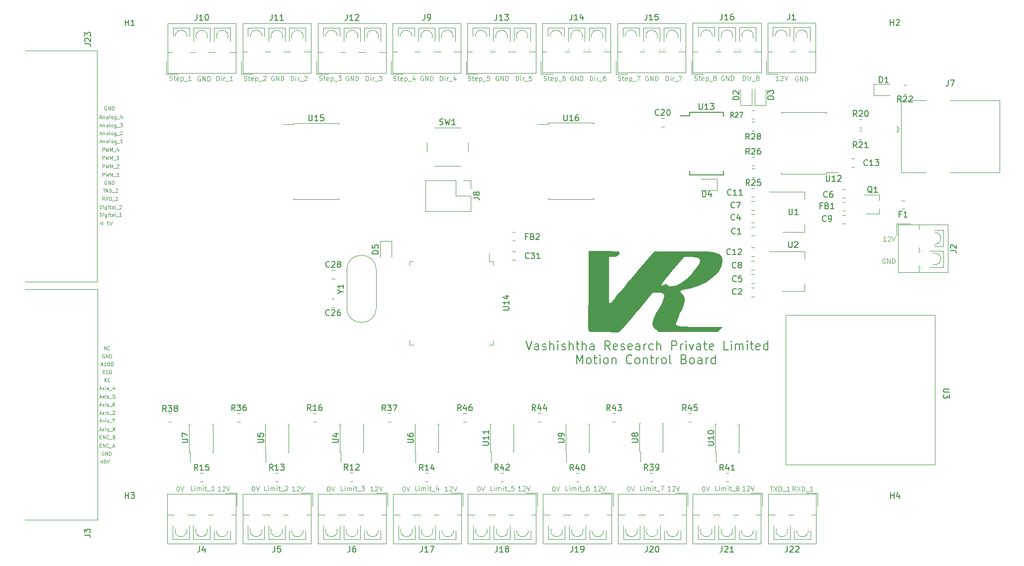
<source format=gto>
%TF.GenerationSoftware,KiCad,Pcbnew,(6.0.0)*%
%TF.CreationDate,2022-05-07T11:17:07+05:30*%
%TF.ProjectId,Motion_Control_Board2.0,4d6f7469-6f6e-45f4-936f-6e74726f6c5f,rev?*%
%TF.SameCoordinates,Original*%
%TF.FileFunction,Legend,Top*%
%TF.FilePolarity,Positive*%
%FSLAX46Y46*%
G04 Gerber Fmt 4.6, Leading zero omitted, Abs format (unit mm)*
G04 Created by KiCad (PCBNEW (6.0.0)) date 2022-05-07 11:17:07*
%MOMM*%
%LPD*%
G01*
G04 APERTURE LIST*
%ADD10C,0.100000*%
%ADD11C,0.120000*%
%ADD12C,0.200000*%
%ADD13C,0.150000*%
%ADD14C,0.300000*%
G04 APERTURE END LIST*
D10*
X78878171Y-117314628D02*
X78878171Y-116714628D01*
X79221028Y-117314628D01*
X79221028Y-116714628D01*
X79849600Y-117257485D02*
X79821028Y-117286057D01*
X79735314Y-117314628D01*
X79678171Y-117314628D01*
X79592457Y-117286057D01*
X79535314Y-117228914D01*
X79506742Y-117171771D01*
X79478171Y-117057485D01*
X79478171Y-116971771D01*
X79506742Y-116857485D01*
X79535314Y-116800342D01*
X79592457Y-116743200D01*
X79678171Y-116714628D01*
X79735314Y-116714628D01*
X79821028Y-116743200D01*
X79849600Y-116771771D01*
D11*
X110731466Y-71431104D02*
X110731466Y-70631104D01*
X110921942Y-70631104D01*
X111036228Y-70669200D01*
X111112419Y-70745390D01*
X111150514Y-70821580D01*
X111188609Y-70973961D01*
X111188609Y-71088247D01*
X111150514Y-71240628D01*
X111112419Y-71316819D01*
X111036228Y-71393009D01*
X110921942Y-71431104D01*
X110731466Y-71431104D01*
X111531466Y-71431104D02*
X111531466Y-70897771D01*
X111531466Y-70631104D02*
X111493371Y-70669200D01*
X111531466Y-70707295D01*
X111569561Y-70669200D01*
X111531466Y-70631104D01*
X111531466Y-70707295D01*
X111912419Y-71431104D02*
X111912419Y-70897771D01*
X111912419Y-71050152D02*
X111950514Y-70973961D01*
X111988609Y-70935866D01*
X112064800Y-70897771D01*
X112140990Y-70897771D01*
X112217180Y-71507295D02*
X112826704Y-71507295D01*
X112979085Y-70707295D02*
X113017180Y-70669200D01*
X113093371Y-70631104D01*
X113283847Y-70631104D01*
X113360038Y-70669200D01*
X113398133Y-70707295D01*
X113436228Y-70783485D01*
X113436228Y-70859676D01*
X113398133Y-70973961D01*
X112940990Y-71431104D01*
X113436228Y-71431104D01*
D10*
X78678257Y-87748628D02*
X78678257Y-87148628D01*
X78906828Y-87148628D01*
X78963971Y-87177200D01*
X78992542Y-87205771D01*
X79021114Y-87262914D01*
X79021114Y-87348628D01*
X78992542Y-87405771D01*
X78963971Y-87434342D01*
X78906828Y-87462914D01*
X78678257Y-87462914D01*
X79221114Y-87148628D02*
X79363971Y-87748628D01*
X79478257Y-87320057D01*
X79592542Y-87748628D01*
X79735400Y-87148628D01*
X79963971Y-87748628D02*
X79963971Y-87148628D01*
X80163971Y-87577200D01*
X80363971Y-87148628D01*
X80363971Y-87748628D01*
X80506828Y-87805771D02*
X80963971Y-87805771D01*
X81421114Y-87748628D02*
X81078257Y-87748628D01*
X81249685Y-87748628D02*
X81249685Y-87148628D01*
X81192542Y-87234342D01*
X81135400Y-87291485D01*
X81078257Y-87320057D01*
D11*
X168122647Y-140582704D02*
X168198838Y-140582704D01*
X168275028Y-140620800D01*
X168313123Y-140658895D01*
X168351219Y-140735085D01*
X168389314Y-140887466D01*
X168389314Y-141077942D01*
X168351219Y-141230323D01*
X168313123Y-141306514D01*
X168275028Y-141344609D01*
X168198838Y-141382704D01*
X168122647Y-141382704D01*
X168046457Y-141344609D01*
X168008361Y-141306514D01*
X167970266Y-141230323D01*
X167932171Y-141077942D01*
X167932171Y-140887466D01*
X167970266Y-140735085D01*
X168008361Y-140658895D01*
X168046457Y-140620800D01*
X168122647Y-140582704D01*
X168617885Y-140582704D02*
X168884552Y-141382704D01*
X169151219Y-140582704D01*
X98082266Y-71431104D02*
X98082266Y-70631104D01*
X98272742Y-70631104D01*
X98387028Y-70669200D01*
X98463219Y-70745390D01*
X98501314Y-70821580D01*
X98539409Y-70973961D01*
X98539409Y-71088247D01*
X98501314Y-71240628D01*
X98463219Y-71316819D01*
X98387028Y-71393009D01*
X98272742Y-71431104D01*
X98082266Y-71431104D01*
X98882266Y-71431104D02*
X98882266Y-70897771D01*
X98882266Y-70631104D02*
X98844171Y-70669200D01*
X98882266Y-70707295D01*
X98920361Y-70669200D01*
X98882266Y-70631104D01*
X98882266Y-70707295D01*
X99263219Y-71431104D02*
X99263219Y-70897771D01*
X99263219Y-71050152D02*
X99301314Y-70973961D01*
X99339409Y-70935866D01*
X99415600Y-70897771D01*
X99491790Y-70897771D01*
X99567980Y-71507295D02*
X100177504Y-71507295D01*
X100787028Y-71431104D02*
X100329885Y-71431104D01*
X100558457Y-71431104D02*
X100558457Y-70631104D01*
X100482266Y-70745390D01*
X100406076Y-70821580D01*
X100329885Y-70859676D01*
X175298161Y-141357304D02*
X174841019Y-141357304D01*
X175069590Y-141357304D02*
X175069590Y-140557304D01*
X174993400Y-140671590D01*
X174917209Y-140747780D01*
X174841019Y-140785876D01*
X175602923Y-140633495D02*
X175641019Y-140595400D01*
X175717209Y-140557304D01*
X175907685Y-140557304D01*
X175983876Y-140595400D01*
X176021971Y-140633495D01*
X176060066Y-140709685D01*
X176060066Y-140785876D01*
X176021971Y-140900161D01*
X175564828Y-141357304D01*
X176060066Y-141357304D01*
X176288638Y-140557304D02*
X176555304Y-141357304D01*
X176821971Y-140557304D01*
D10*
X78179771Y-132164142D02*
X78379771Y-132164142D01*
X78465485Y-132478428D02*
X78179771Y-132478428D01*
X78179771Y-131878428D01*
X78465485Y-131878428D01*
X78722628Y-132478428D02*
X78722628Y-131878428D01*
X79065485Y-132478428D01*
X79065485Y-131878428D01*
X79694057Y-132421285D02*
X79665485Y-132449857D01*
X79579771Y-132478428D01*
X79522628Y-132478428D01*
X79436914Y-132449857D01*
X79379771Y-132392714D01*
X79351200Y-132335571D01*
X79322628Y-132221285D01*
X79322628Y-132135571D01*
X79351200Y-132021285D01*
X79379771Y-131964142D01*
X79436914Y-131907000D01*
X79522628Y-131878428D01*
X79579771Y-131878428D01*
X79665485Y-131907000D01*
X79694057Y-131935571D01*
X79808342Y-132535571D02*
X80265485Y-132535571D01*
X80608342Y-132164142D02*
X80694057Y-132192714D01*
X80722628Y-132221285D01*
X80751200Y-132278428D01*
X80751200Y-132364142D01*
X80722628Y-132421285D01*
X80694057Y-132449857D01*
X80636914Y-132478428D01*
X80408342Y-132478428D01*
X80408342Y-131878428D01*
X80608342Y-131878428D01*
X80665485Y-131907000D01*
X80694057Y-131935571D01*
X80722628Y-131992714D01*
X80722628Y-132049857D01*
X80694057Y-132107000D01*
X80665485Y-132135571D01*
X80608342Y-132164142D01*
X80408342Y-132164142D01*
D11*
X91465447Y-140582704D02*
X91541638Y-140582704D01*
X91617828Y-140620800D01*
X91655923Y-140658895D01*
X91694019Y-140735085D01*
X91732114Y-140887466D01*
X91732114Y-141077942D01*
X91694019Y-141230323D01*
X91655923Y-141306514D01*
X91617828Y-141344609D01*
X91541638Y-141382704D01*
X91465447Y-141382704D01*
X91389257Y-141344609D01*
X91351161Y-141306514D01*
X91313066Y-141230323D01*
X91274971Y-141077942D01*
X91274971Y-140887466D01*
X91313066Y-140735085D01*
X91351161Y-140658895D01*
X91389257Y-140620800D01*
X91465447Y-140582704D01*
X91960685Y-140582704D02*
X92227352Y-141382704D01*
X92494019Y-140582704D01*
X120497676Y-70694600D02*
X120421485Y-70656504D01*
X120307200Y-70656504D01*
X120192914Y-70694600D01*
X120116723Y-70770790D01*
X120078628Y-70846980D01*
X120040533Y-70999361D01*
X120040533Y-71113647D01*
X120078628Y-71266028D01*
X120116723Y-71342219D01*
X120192914Y-71418409D01*
X120307200Y-71456504D01*
X120383390Y-71456504D01*
X120497676Y-71418409D01*
X120535771Y-71380314D01*
X120535771Y-71113647D01*
X120383390Y-71113647D01*
X120878628Y-71456504D02*
X120878628Y-70656504D01*
X121335771Y-71456504D01*
X121335771Y-70656504D01*
X121716723Y-71456504D02*
X121716723Y-70656504D01*
X121907200Y-70656504D01*
X122021485Y-70694600D01*
X122097676Y-70770790D01*
X122135771Y-70846980D01*
X122173866Y-70999361D01*
X122173866Y-71113647D01*
X122135771Y-71266028D01*
X122097676Y-71342219D01*
X122021485Y-71418409D01*
X121907200Y-71456504D01*
X121716723Y-71456504D01*
D10*
X78206828Y-93286228D02*
X78206828Y-92686228D01*
X78349685Y-92686228D01*
X78435400Y-92714800D01*
X78492542Y-92771942D01*
X78521114Y-92829085D01*
X78549685Y-92943371D01*
X78549685Y-93029085D01*
X78521114Y-93143371D01*
X78492542Y-93200514D01*
X78435400Y-93257657D01*
X78349685Y-93286228D01*
X78206828Y-93286228D01*
X78806828Y-93286228D02*
X78806828Y-92886228D01*
X78806828Y-92686228D02*
X78778257Y-92714800D01*
X78806828Y-92743371D01*
X78835400Y-92714800D01*
X78806828Y-92686228D01*
X78806828Y-92743371D01*
X79349685Y-92886228D02*
X79349685Y-93371942D01*
X79321114Y-93429085D01*
X79292542Y-93457657D01*
X79235400Y-93486228D01*
X79149685Y-93486228D01*
X79092542Y-93457657D01*
X79349685Y-93257657D02*
X79292542Y-93286228D01*
X79178257Y-93286228D01*
X79121114Y-93257657D01*
X79092542Y-93229085D01*
X79063971Y-93171942D01*
X79063971Y-93000514D01*
X79092542Y-92943371D01*
X79121114Y-92914800D01*
X79178257Y-92886228D01*
X79292542Y-92886228D01*
X79349685Y-92914800D01*
X79635400Y-93286228D02*
X79635400Y-92886228D01*
X79635400Y-92686228D02*
X79606828Y-92714800D01*
X79635400Y-92743371D01*
X79663971Y-92714800D01*
X79635400Y-92686228D01*
X79635400Y-92743371D01*
X79835400Y-92886228D02*
X80063971Y-92886228D01*
X79921114Y-92686228D02*
X79921114Y-93200514D01*
X79949685Y-93257657D01*
X80006828Y-93286228D01*
X80063971Y-93286228D01*
X80521114Y-93286228D02*
X80521114Y-92971942D01*
X80492542Y-92914800D01*
X80435400Y-92886228D01*
X80321114Y-92886228D01*
X80263971Y-92914800D01*
X80521114Y-93257657D02*
X80463971Y-93286228D01*
X80321114Y-93286228D01*
X80263971Y-93257657D01*
X80235400Y-93200514D01*
X80235400Y-93143371D01*
X80263971Y-93086228D01*
X80321114Y-93057657D01*
X80463971Y-93057657D01*
X80521114Y-93029085D01*
X80892542Y-93286228D02*
X80835400Y-93257657D01*
X80806828Y-93200514D01*
X80806828Y-92686228D01*
X80978257Y-93343371D02*
X81435400Y-93343371D01*
X81549685Y-92743371D02*
X81578257Y-92714800D01*
X81635400Y-92686228D01*
X81778257Y-92686228D01*
X81835400Y-92714800D01*
X81863971Y-92743371D01*
X81892542Y-92800514D01*
X81892542Y-92857657D01*
X81863971Y-92943371D01*
X81521114Y-93286228D01*
X81892542Y-93286228D01*
D11*
X149872761Y-141357304D02*
X149415619Y-141357304D01*
X149644190Y-141357304D02*
X149644190Y-140557304D01*
X149568000Y-140671590D01*
X149491809Y-140747780D01*
X149415619Y-140785876D01*
X150177523Y-140633495D02*
X150215619Y-140595400D01*
X150291809Y-140557304D01*
X150482285Y-140557304D01*
X150558476Y-140595400D01*
X150596571Y-140633495D01*
X150634666Y-140709685D01*
X150634666Y-140785876D01*
X150596571Y-140900161D01*
X150139428Y-141357304D01*
X150634666Y-141357304D01*
X150863238Y-140557304D02*
X151129904Y-141357304D01*
X151396571Y-140557304D01*
D10*
X78140085Y-126744400D02*
X78425800Y-126744400D01*
X78082942Y-126915828D02*
X78282942Y-126315828D01*
X78482942Y-126915828D01*
X78625800Y-126915828D02*
X78940085Y-126515828D01*
X78625800Y-126515828D02*
X78940085Y-126915828D01*
X79168657Y-126915828D02*
X79168657Y-126515828D01*
X79168657Y-126315828D02*
X79140085Y-126344400D01*
X79168657Y-126372971D01*
X79197228Y-126344400D01*
X79168657Y-126315828D01*
X79168657Y-126372971D01*
X79425800Y-126887257D02*
X79482942Y-126915828D01*
X79597228Y-126915828D01*
X79654371Y-126887257D01*
X79682942Y-126830114D01*
X79682942Y-126801542D01*
X79654371Y-126744400D01*
X79597228Y-126715828D01*
X79511514Y-126715828D01*
X79454371Y-126687257D01*
X79425800Y-126630114D01*
X79425800Y-126601542D01*
X79454371Y-126544400D01*
X79511514Y-126515828D01*
X79597228Y-126515828D01*
X79654371Y-126544400D01*
X79797228Y-126972971D02*
X80254371Y-126972971D01*
X80654371Y-126315828D02*
X80540085Y-126315828D01*
X80482942Y-126344400D01*
X80454371Y-126372971D01*
X80397228Y-126458685D01*
X80368657Y-126572971D01*
X80368657Y-126801542D01*
X80397228Y-126858685D01*
X80425800Y-126887257D01*
X80482942Y-126915828D01*
X80597228Y-126915828D01*
X80654371Y-126887257D01*
X80682942Y-126858685D01*
X80711514Y-126801542D01*
X80711514Y-126658685D01*
X80682942Y-126601542D01*
X80654371Y-126572971D01*
X80597228Y-126544400D01*
X80482942Y-126544400D01*
X80425800Y-126572971D01*
X80397228Y-126601542D01*
X80368657Y-126658685D01*
X79019514Y-91863828D02*
X78819514Y-91578114D01*
X78676657Y-91863828D02*
X78676657Y-91263828D01*
X78905228Y-91263828D01*
X78962371Y-91292400D01*
X78990942Y-91320971D01*
X79019514Y-91378114D01*
X79019514Y-91463828D01*
X78990942Y-91520971D01*
X78962371Y-91549542D01*
X78905228Y-91578114D01*
X78676657Y-91578114D01*
X79219514Y-91263828D02*
X79619514Y-91863828D01*
X79619514Y-91263828D02*
X79219514Y-91863828D01*
X79848085Y-91863828D02*
X79848085Y-91263828D01*
X79990942Y-91263828D01*
X80076657Y-91292400D01*
X80133800Y-91349542D01*
X80162371Y-91406685D01*
X80190942Y-91520971D01*
X80190942Y-91606685D01*
X80162371Y-91720971D01*
X80133800Y-91778114D01*
X80076657Y-91835257D01*
X79990942Y-91863828D01*
X79848085Y-91863828D01*
X80305228Y-91920971D02*
X80762371Y-91920971D01*
X80876657Y-91320971D02*
X80905228Y-91292400D01*
X80962371Y-91263828D01*
X81105228Y-91263828D01*
X81162371Y-91292400D01*
X81190942Y-91320971D01*
X81219514Y-91378114D01*
X81219514Y-91435257D01*
X81190942Y-91520971D01*
X80848085Y-91863828D01*
X81219514Y-91863828D01*
D11*
X192259161Y-140582704D02*
X192716304Y-140582704D01*
X192487733Y-141382704D02*
X192487733Y-140582704D01*
X192906780Y-140582704D02*
X193440114Y-141382704D01*
X193440114Y-140582704D02*
X192906780Y-141382704D01*
X193744876Y-141382704D02*
X193744876Y-140582704D01*
X193935352Y-140582704D01*
X194049638Y-140620800D01*
X194125828Y-140696990D01*
X194163923Y-140773180D01*
X194202019Y-140925561D01*
X194202019Y-141039847D01*
X194163923Y-141192228D01*
X194125828Y-141268419D01*
X194049638Y-141344609D01*
X193935352Y-141382704D01*
X193744876Y-141382704D01*
X194354400Y-141458895D02*
X194963923Y-141458895D01*
X195573447Y-141382704D02*
X195116304Y-141382704D01*
X195344876Y-141382704D02*
X195344876Y-140582704D01*
X195268685Y-140696990D01*
X195192495Y-140773180D01*
X195116304Y-140811276D01*
D10*
X78652857Y-83506828D02*
X78652857Y-82906828D01*
X78881428Y-82906828D01*
X78938571Y-82935400D01*
X78967142Y-82963971D01*
X78995714Y-83021114D01*
X78995714Y-83106828D01*
X78967142Y-83163971D01*
X78938571Y-83192542D01*
X78881428Y-83221114D01*
X78652857Y-83221114D01*
X79195714Y-82906828D02*
X79338571Y-83506828D01*
X79452857Y-83078257D01*
X79567142Y-83506828D01*
X79710000Y-82906828D01*
X79938571Y-83506828D02*
X79938571Y-82906828D01*
X80138571Y-83335400D01*
X80338571Y-82906828D01*
X80338571Y-83506828D01*
X80481428Y-83563971D02*
X80938571Y-83563971D01*
X81338571Y-83106828D02*
X81338571Y-83506828D01*
X81195714Y-82878257D02*
X81052857Y-83306828D01*
X81424285Y-83306828D01*
D11*
X136080666Y-71456504D02*
X136080666Y-70656504D01*
X136271142Y-70656504D01*
X136385428Y-70694600D01*
X136461619Y-70770790D01*
X136499714Y-70846980D01*
X136537809Y-70999361D01*
X136537809Y-71113647D01*
X136499714Y-71266028D01*
X136461619Y-71342219D01*
X136385428Y-71418409D01*
X136271142Y-71456504D01*
X136080666Y-71456504D01*
X136880666Y-71456504D02*
X136880666Y-70923171D01*
X136880666Y-70656504D02*
X136842571Y-70694600D01*
X136880666Y-70732695D01*
X136918761Y-70694600D01*
X136880666Y-70656504D01*
X136880666Y-70732695D01*
X137261619Y-71456504D02*
X137261619Y-70923171D01*
X137261619Y-71075552D02*
X137299714Y-70999361D01*
X137337809Y-70961266D01*
X137414000Y-70923171D01*
X137490190Y-70923171D01*
X137566380Y-71532695D02*
X138175904Y-71532695D01*
X138709238Y-70923171D02*
X138709238Y-71456504D01*
X138518761Y-70618409D02*
X138328285Y-71189838D01*
X138823523Y-71189838D01*
D10*
X78343257Y-119432428D02*
X78743257Y-120032428D01*
X78743257Y-119432428D02*
X78343257Y-120032428D01*
X79286114Y-120032428D02*
X78943257Y-120032428D01*
X79114685Y-120032428D02*
X79114685Y-119432428D01*
X79057542Y-119518142D01*
X79000400Y-119575285D01*
X78943257Y-119603857D01*
X79657542Y-119432428D02*
X79714685Y-119432428D01*
X79771828Y-119461000D01*
X79800400Y-119489571D01*
X79828971Y-119546714D01*
X79857542Y-119661000D01*
X79857542Y-119803857D01*
X79828971Y-119918142D01*
X79800400Y-119975285D01*
X79771828Y-120003857D01*
X79714685Y-120032428D01*
X79657542Y-120032428D01*
X79600400Y-120003857D01*
X79571828Y-119975285D01*
X79543257Y-119918142D01*
X79514685Y-119803857D01*
X79514685Y-119661000D01*
X79543257Y-119546714D01*
X79571828Y-119489571D01*
X79600400Y-119461000D01*
X79657542Y-119432428D01*
X80228971Y-119432428D02*
X80286114Y-119432428D01*
X80343257Y-119461000D01*
X80371828Y-119489571D01*
X80400400Y-119546714D01*
X80428971Y-119661000D01*
X80428971Y-119803857D01*
X80400400Y-119918142D01*
X80371828Y-119975285D01*
X80343257Y-120003857D01*
X80286114Y-120032428D01*
X80228971Y-120032428D01*
X80171828Y-120003857D01*
X80143257Y-119975285D01*
X80114685Y-119918142D01*
X80086114Y-119803857D01*
X80086114Y-119661000D01*
X80114685Y-119546714D01*
X80143257Y-119489571D01*
X80171828Y-119461000D01*
X80228971Y-119432428D01*
X78206828Y-94581628D02*
X78206828Y-93981628D01*
X78349685Y-93981628D01*
X78435400Y-94010200D01*
X78492542Y-94067342D01*
X78521114Y-94124485D01*
X78549685Y-94238771D01*
X78549685Y-94324485D01*
X78521114Y-94438771D01*
X78492542Y-94495914D01*
X78435400Y-94553057D01*
X78349685Y-94581628D01*
X78206828Y-94581628D01*
X78806828Y-94581628D02*
X78806828Y-94181628D01*
X78806828Y-93981628D02*
X78778257Y-94010200D01*
X78806828Y-94038771D01*
X78835400Y-94010200D01*
X78806828Y-93981628D01*
X78806828Y-94038771D01*
X79349685Y-94181628D02*
X79349685Y-94667342D01*
X79321114Y-94724485D01*
X79292542Y-94753057D01*
X79235400Y-94781628D01*
X79149685Y-94781628D01*
X79092542Y-94753057D01*
X79349685Y-94553057D02*
X79292542Y-94581628D01*
X79178257Y-94581628D01*
X79121114Y-94553057D01*
X79092542Y-94524485D01*
X79063971Y-94467342D01*
X79063971Y-94295914D01*
X79092542Y-94238771D01*
X79121114Y-94210200D01*
X79178257Y-94181628D01*
X79292542Y-94181628D01*
X79349685Y-94210200D01*
X79635400Y-94581628D02*
X79635400Y-94181628D01*
X79635400Y-93981628D02*
X79606828Y-94010200D01*
X79635400Y-94038771D01*
X79663971Y-94010200D01*
X79635400Y-93981628D01*
X79635400Y-94038771D01*
X79835400Y-94181628D02*
X80063971Y-94181628D01*
X79921114Y-93981628D02*
X79921114Y-94495914D01*
X79949685Y-94553057D01*
X80006828Y-94581628D01*
X80063971Y-94581628D01*
X80521114Y-94581628D02*
X80521114Y-94267342D01*
X80492542Y-94210200D01*
X80435400Y-94181628D01*
X80321114Y-94181628D01*
X80263971Y-94210200D01*
X80521114Y-94553057D02*
X80463971Y-94581628D01*
X80321114Y-94581628D01*
X80263971Y-94553057D01*
X80235400Y-94495914D01*
X80235400Y-94438771D01*
X80263971Y-94381628D01*
X80321114Y-94353057D01*
X80463971Y-94353057D01*
X80521114Y-94324485D01*
X80892542Y-94581628D02*
X80835400Y-94553057D01*
X80806828Y-94495914D01*
X80806828Y-93981628D01*
X80978257Y-94638771D02*
X81435400Y-94638771D01*
X81892542Y-94581628D02*
X81549685Y-94581628D01*
X81721114Y-94581628D02*
X81721114Y-93981628D01*
X81663971Y-94067342D01*
X81606828Y-94124485D01*
X81549685Y-94153057D01*
D11*
X162699761Y-141357304D02*
X162242619Y-141357304D01*
X162471190Y-141357304D02*
X162471190Y-140557304D01*
X162395000Y-140671590D01*
X162318809Y-140747780D01*
X162242619Y-140785876D01*
X163004523Y-140633495D02*
X163042619Y-140595400D01*
X163118809Y-140557304D01*
X163309285Y-140557304D01*
X163385476Y-140595400D01*
X163423571Y-140633495D01*
X163461666Y-140709685D01*
X163461666Y-140785876D01*
X163423571Y-140900161D01*
X162966428Y-141357304D01*
X163461666Y-141357304D01*
X163690238Y-140557304D02*
X163956904Y-141357304D01*
X164223571Y-140557304D01*
X115551180Y-71367609D02*
X115665466Y-71405704D01*
X115855942Y-71405704D01*
X115932133Y-71367609D01*
X115970228Y-71329514D01*
X116008323Y-71253323D01*
X116008323Y-71177133D01*
X115970228Y-71100942D01*
X115932133Y-71062847D01*
X115855942Y-71024752D01*
X115703561Y-70986657D01*
X115627371Y-70948561D01*
X115589276Y-70910466D01*
X115551180Y-70834276D01*
X115551180Y-70758085D01*
X115589276Y-70681895D01*
X115627371Y-70643800D01*
X115703561Y-70605704D01*
X115894038Y-70605704D01*
X116008323Y-70643800D01*
X116236895Y-70872371D02*
X116541657Y-70872371D01*
X116351180Y-70605704D02*
X116351180Y-71291419D01*
X116389276Y-71367609D01*
X116465466Y-71405704D01*
X116541657Y-71405704D01*
X117113085Y-71367609D02*
X117036895Y-71405704D01*
X116884514Y-71405704D01*
X116808323Y-71367609D01*
X116770228Y-71291419D01*
X116770228Y-70986657D01*
X116808323Y-70910466D01*
X116884514Y-70872371D01*
X117036895Y-70872371D01*
X117113085Y-70910466D01*
X117151180Y-70986657D01*
X117151180Y-71062847D01*
X116770228Y-71139038D01*
X117494038Y-70872371D02*
X117494038Y-71672371D01*
X117494038Y-70910466D02*
X117570228Y-70872371D01*
X117722609Y-70872371D01*
X117798800Y-70910466D01*
X117836895Y-70948561D01*
X117874990Y-71024752D01*
X117874990Y-71253323D01*
X117836895Y-71329514D01*
X117798800Y-71367609D01*
X117722609Y-71405704D01*
X117570228Y-71405704D01*
X117494038Y-71367609D01*
X118027371Y-71481895D02*
X118636895Y-71481895D01*
X118751180Y-70605704D02*
X119246419Y-70605704D01*
X118979752Y-70910466D01*
X119094038Y-70910466D01*
X119170228Y-70948561D01*
X119208323Y-70986657D01*
X119246419Y-71062847D01*
X119246419Y-71253323D01*
X119208323Y-71329514D01*
X119170228Y-71367609D01*
X119094038Y-71405704D01*
X118865466Y-71405704D01*
X118789276Y-71367609D01*
X118751180Y-71329514D01*
X133223076Y-70694600D02*
X133146885Y-70656504D01*
X133032600Y-70656504D01*
X132918314Y-70694600D01*
X132842123Y-70770790D01*
X132804028Y-70846980D01*
X132765933Y-70999361D01*
X132765933Y-71113647D01*
X132804028Y-71266028D01*
X132842123Y-71342219D01*
X132918314Y-71418409D01*
X133032600Y-71456504D01*
X133108790Y-71456504D01*
X133223076Y-71418409D01*
X133261171Y-71380314D01*
X133261171Y-71113647D01*
X133108790Y-71113647D01*
X133604028Y-71456504D02*
X133604028Y-70656504D01*
X134061171Y-71456504D01*
X134061171Y-70656504D01*
X134442123Y-71456504D02*
X134442123Y-70656504D01*
X134632600Y-70656504D01*
X134746885Y-70694600D01*
X134823076Y-70770790D01*
X134861171Y-70846980D01*
X134899266Y-70999361D01*
X134899266Y-71113647D01*
X134861171Y-71266028D01*
X134823076Y-71342219D01*
X134746885Y-71418409D01*
X134632600Y-71456504D01*
X134442123Y-71456504D01*
D10*
X78211600Y-77747400D02*
X78497314Y-77747400D01*
X78154457Y-77918828D02*
X78354457Y-77318828D01*
X78554457Y-77918828D01*
X78754457Y-77518828D02*
X78754457Y-77918828D01*
X78754457Y-77575971D02*
X78783028Y-77547400D01*
X78840171Y-77518828D01*
X78925885Y-77518828D01*
X78983028Y-77547400D01*
X79011600Y-77604542D01*
X79011600Y-77918828D01*
X79554457Y-77918828D02*
X79554457Y-77604542D01*
X79525885Y-77547400D01*
X79468742Y-77518828D01*
X79354457Y-77518828D01*
X79297314Y-77547400D01*
X79554457Y-77890257D02*
X79497314Y-77918828D01*
X79354457Y-77918828D01*
X79297314Y-77890257D01*
X79268742Y-77833114D01*
X79268742Y-77775971D01*
X79297314Y-77718828D01*
X79354457Y-77690257D01*
X79497314Y-77690257D01*
X79554457Y-77661685D01*
X79925885Y-77918828D02*
X79868742Y-77890257D01*
X79840171Y-77833114D01*
X79840171Y-77318828D01*
X80240171Y-77918828D02*
X80183028Y-77890257D01*
X80154457Y-77861685D01*
X80125885Y-77804542D01*
X80125885Y-77633114D01*
X80154457Y-77575971D01*
X80183028Y-77547400D01*
X80240171Y-77518828D01*
X80325885Y-77518828D01*
X80383028Y-77547400D01*
X80411600Y-77575971D01*
X80440171Y-77633114D01*
X80440171Y-77804542D01*
X80411600Y-77861685D01*
X80383028Y-77890257D01*
X80325885Y-77918828D01*
X80240171Y-77918828D01*
X80954457Y-77518828D02*
X80954457Y-78004542D01*
X80925885Y-78061685D01*
X80897314Y-78090257D01*
X80840171Y-78118828D01*
X80754457Y-78118828D01*
X80697314Y-78090257D01*
X80954457Y-77890257D02*
X80897314Y-77918828D01*
X80783028Y-77918828D01*
X80725885Y-77890257D01*
X80697314Y-77861685D01*
X80668742Y-77804542D01*
X80668742Y-77633114D01*
X80697314Y-77575971D01*
X80725885Y-77547400D01*
X80783028Y-77518828D01*
X80897314Y-77518828D01*
X80954457Y-77547400D01*
X81097314Y-77975971D02*
X81554457Y-77975971D01*
X81954457Y-77518828D02*
X81954457Y-77918828D01*
X81811600Y-77290257D02*
X81668742Y-77718828D01*
X82040171Y-77718828D01*
D11*
X153727380Y-71393009D02*
X153841666Y-71431104D01*
X154032142Y-71431104D01*
X154108333Y-71393009D01*
X154146428Y-71354914D01*
X154184523Y-71278723D01*
X154184523Y-71202533D01*
X154146428Y-71126342D01*
X154108333Y-71088247D01*
X154032142Y-71050152D01*
X153879761Y-71012057D01*
X153803571Y-70973961D01*
X153765476Y-70935866D01*
X153727380Y-70859676D01*
X153727380Y-70783485D01*
X153765476Y-70707295D01*
X153803571Y-70669200D01*
X153879761Y-70631104D01*
X154070238Y-70631104D01*
X154184523Y-70669200D01*
X154413095Y-70897771D02*
X154717857Y-70897771D01*
X154527380Y-70631104D02*
X154527380Y-71316819D01*
X154565476Y-71393009D01*
X154641666Y-71431104D01*
X154717857Y-71431104D01*
X155289285Y-71393009D02*
X155213095Y-71431104D01*
X155060714Y-71431104D01*
X154984523Y-71393009D01*
X154946428Y-71316819D01*
X154946428Y-71012057D01*
X154984523Y-70935866D01*
X155060714Y-70897771D01*
X155213095Y-70897771D01*
X155289285Y-70935866D01*
X155327380Y-71012057D01*
X155327380Y-71088247D01*
X154946428Y-71164438D01*
X155670238Y-70897771D02*
X155670238Y-71697771D01*
X155670238Y-70935866D02*
X155746428Y-70897771D01*
X155898809Y-70897771D01*
X155975000Y-70935866D01*
X156013095Y-70973961D01*
X156051190Y-71050152D01*
X156051190Y-71278723D01*
X156013095Y-71354914D01*
X155975000Y-71393009D01*
X155898809Y-71431104D01*
X155746428Y-71431104D01*
X155670238Y-71393009D01*
X156203571Y-71507295D02*
X156813095Y-71507295D01*
X157346428Y-70631104D02*
X157194047Y-70631104D01*
X157117857Y-70669200D01*
X157079761Y-70707295D01*
X157003571Y-70821580D01*
X156965476Y-70973961D01*
X156965476Y-71278723D01*
X157003571Y-71354914D01*
X157041666Y-71393009D01*
X157117857Y-71431104D01*
X157270238Y-71431104D01*
X157346428Y-71393009D01*
X157384523Y-71354914D01*
X157422619Y-71278723D01*
X157422619Y-71088247D01*
X157384523Y-71012057D01*
X157346428Y-70973961D01*
X157270238Y-70935866D01*
X157117857Y-70935866D01*
X157041666Y-70973961D01*
X157003571Y-71012057D01*
X156965476Y-71088247D01*
D10*
X78211600Y-80516000D02*
X78497314Y-80516000D01*
X78154457Y-80687428D02*
X78354457Y-80087428D01*
X78554457Y-80687428D01*
X78754457Y-80287428D02*
X78754457Y-80687428D01*
X78754457Y-80344571D02*
X78783028Y-80316000D01*
X78840171Y-80287428D01*
X78925885Y-80287428D01*
X78983028Y-80316000D01*
X79011600Y-80373142D01*
X79011600Y-80687428D01*
X79554457Y-80687428D02*
X79554457Y-80373142D01*
X79525885Y-80316000D01*
X79468742Y-80287428D01*
X79354457Y-80287428D01*
X79297314Y-80316000D01*
X79554457Y-80658857D02*
X79497314Y-80687428D01*
X79354457Y-80687428D01*
X79297314Y-80658857D01*
X79268742Y-80601714D01*
X79268742Y-80544571D01*
X79297314Y-80487428D01*
X79354457Y-80458857D01*
X79497314Y-80458857D01*
X79554457Y-80430285D01*
X79925885Y-80687428D02*
X79868742Y-80658857D01*
X79840171Y-80601714D01*
X79840171Y-80087428D01*
X80240171Y-80687428D02*
X80183028Y-80658857D01*
X80154457Y-80630285D01*
X80125885Y-80573142D01*
X80125885Y-80401714D01*
X80154457Y-80344571D01*
X80183028Y-80316000D01*
X80240171Y-80287428D01*
X80325885Y-80287428D01*
X80383028Y-80316000D01*
X80411600Y-80344571D01*
X80440171Y-80401714D01*
X80440171Y-80573142D01*
X80411600Y-80630285D01*
X80383028Y-80658857D01*
X80325885Y-80687428D01*
X80240171Y-80687428D01*
X80954457Y-80287428D02*
X80954457Y-80773142D01*
X80925885Y-80830285D01*
X80897314Y-80858857D01*
X80840171Y-80887428D01*
X80754457Y-80887428D01*
X80697314Y-80858857D01*
X80954457Y-80658857D02*
X80897314Y-80687428D01*
X80783028Y-80687428D01*
X80725885Y-80658857D01*
X80697314Y-80630285D01*
X80668742Y-80573142D01*
X80668742Y-80401714D01*
X80697314Y-80344571D01*
X80725885Y-80316000D01*
X80783028Y-80287428D01*
X80897314Y-80287428D01*
X80954457Y-80316000D01*
X81097314Y-80744571D02*
X81554457Y-80744571D01*
X81668742Y-80144571D02*
X81697314Y-80116000D01*
X81754457Y-80087428D01*
X81897314Y-80087428D01*
X81954457Y-80116000D01*
X81983028Y-80144571D01*
X82011600Y-80201714D01*
X82011600Y-80258857D01*
X81983028Y-80344571D01*
X81640171Y-80687428D01*
X82011600Y-80687428D01*
D11*
X179381380Y-71367609D02*
X179495666Y-71405704D01*
X179686142Y-71405704D01*
X179762333Y-71367609D01*
X179800428Y-71329514D01*
X179838523Y-71253323D01*
X179838523Y-71177133D01*
X179800428Y-71100942D01*
X179762333Y-71062847D01*
X179686142Y-71024752D01*
X179533761Y-70986657D01*
X179457571Y-70948561D01*
X179419476Y-70910466D01*
X179381380Y-70834276D01*
X179381380Y-70758085D01*
X179419476Y-70681895D01*
X179457571Y-70643800D01*
X179533761Y-70605704D01*
X179724238Y-70605704D01*
X179838523Y-70643800D01*
X180067095Y-70872371D02*
X180371857Y-70872371D01*
X180181380Y-70605704D02*
X180181380Y-71291419D01*
X180219476Y-71367609D01*
X180295666Y-71405704D01*
X180371857Y-71405704D01*
X180943285Y-71367609D02*
X180867095Y-71405704D01*
X180714714Y-71405704D01*
X180638523Y-71367609D01*
X180600428Y-71291419D01*
X180600428Y-70986657D01*
X180638523Y-70910466D01*
X180714714Y-70872371D01*
X180867095Y-70872371D01*
X180943285Y-70910466D01*
X180981380Y-70986657D01*
X180981380Y-71062847D01*
X180600428Y-71139038D01*
X181324238Y-70872371D02*
X181324238Y-71672371D01*
X181324238Y-70910466D02*
X181400428Y-70872371D01*
X181552809Y-70872371D01*
X181629000Y-70910466D01*
X181667095Y-70948561D01*
X181705190Y-71024752D01*
X181705190Y-71253323D01*
X181667095Y-71329514D01*
X181629000Y-71367609D01*
X181552809Y-71405704D01*
X181400428Y-71405704D01*
X181324238Y-71367609D01*
X181857571Y-71481895D02*
X182467095Y-71481895D01*
X182771857Y-70948561D02*
X182695666Y-70910466D01*
X182657571Y-70872371D01*
X182619476Y-70796180D01*
X182619476Y-70758085D01*
X182657571Y-70681895D01*
X182695666Y-70643800D01*
X182771857Y-70605704D01*
X182924238Y-70605704D01*
X183000428Y-70643800D01*
X183038523Y-70681895D01*
X183076619Y-70758085D01*
X183076619Y-70796180D01*
X183038523Y-70872371D01*
X183000428Y-70910466D01*
X182924238Y-70948561D01*
X182771857Y-70948561D01*
X182695666Y-70986657D01*
X182657571Y-71024752D01*
X182619476Y-71100942D01*
X182619476Y-71253323D01*
X182657571Y-71329514D01*
X182695666Y-71367609D01*
X182771857Y-71405704D01*
X182924238Y-71405704D01*
X183000428Y-71367609D01*
X183038523Y-71329514D01*
X183076619Y-71253323D01*
X183076619Y-71100942D01*
X183038523Y-71024752D01*
X183000428Y-70986657D01*
X182924238Y-70948561D01*
D10*
X78171828Y-133611942D02*
X78371828Y-133611942D01*
X78457542Y-133926228D02*
X78171828Y-133926228D01*
X78171828Y-133326228D01*
X78457542Y-133326228D01*
X78714685Y-133926228D02*
X78714685Y-133326228D01*
X79057542Y-133926228D01*
X79057542Y-133326228D01*
X79686114Y-133869085D02*
X79657542Y-133897657D01*
X79571828Y-133926228D01*
X79514685Y-133926228D01*
X79428971Y-133897657D01*
X79371828Y-133840514D01*
X79343257Y-133783371D01*
X79314685Y-133669085D01*
X79314685Y-133583371D01*
X79343257Y-133469085D01*
X79371828Y-133411942D01*
X79428971Y-133354800D01*
X79514685Y-133326228D01*
X79571828Y-133326228D01*
X79657542Y-133354800D01*
X79686114Y-133383371D01*
X79800400Y-133983371D02*
X80257542Y-133983371D01*
X80371828Y-133754800D02*
X80657542Y-133754800D01*
X80314685Y-133926228D02*
X80514685Y-133326228D01*
X80714685Y-133926228D01*
D11*
X140849580Y-71418409D02*
X140963866Y-71456504D01*
X141154342Y-71456504D01*
X141230533Y-71418409D01*
X141268628Y-71380314D01*
X141306723Y-71304123D01*
X141306723Y-71227933D01*
X141268628Y-71151742D01*
X141230533Y-71113647D01*
X141154342Y-71075552D01*
X141001961Y-71037457D01*
X140925771Y-70999361D01*
X140887676Y-70961266D01*
X140849580Y-70885076D01*
X140849580Y-70808885D01*
X140887676Y-70732695D01*
X140925771Y-70694600D01*
X141001961Y-70656504D01*
X141192438Y-70656504D01*
X141306723Y-70694600D01*
X141535295Y-70923171D02*
X141840057Y-70923171D01*
X141649580Y-70656504D02*
X141649580Y-71342219D01*
X141687676Y-71418409D01*
X141763866Y-71456504D01*
X141840057Y-71456504D01*
X142411485Y-71418409D02*
X142335295Y-71456504D01*
X142182914Y-71456504D01*
X142106723Y-71418409D01*
X142068628Y-71342219D01*
X142068628Y-71037457D01*
X142106723Y-70961266D01*
X142182914Y-70923171D01*
X142335295Y-70923171D01*
X142411485Y-70961266D01*
X142449580Y-71037457D01*
X142449580Y-71113647D01*
X142068628Y-71189838D01*
X142792438Y-70923171D02*
X142792438Y-71723171D01*
X142792438Y-70961266D02*
X142868628Y-70923171D01*
X143021009Y-70923171D01*
X143097200Y-70961266D01*
X143135295Y-70999361D01*
X143173390Y-71075552D01*
X143173390Y-71304123D01*
X143135295Y-71380314D01*
X143097200Y-71418409D01*
X143021009Y-71456504D01*
X142868628Y-71456504D01*
X142792438Y-71418409D01*
X143325771Y-71532695D02*
X143935295Y-71532695D01*
X144506723Y-70656504D02*
X144125771Y-70656504D01*
X144087676Y-71037457D01*
X144125771Y-70999361D01*
X144201961Y-70961266D01*
X144392438Y-70961266D01*
X144468628Y-70999361D01*
X144506723Y-71037457D01*
X144544819Y-71113647D01*
X144544819Y-71304123D01*
X144506723Y-71380314D01*
X144468628Y-71418409D01*
X144392438Y-71456504D01*
X144201961Y-71456504D01*
X144125771Y-71418409D01*
X144087676Y-71380314D01*
X155397247Y-140608104D02*
X155473438Y-140608104D01*
X155549628Y-140646200D01*
X155587723Y-140684295D01*
X155625819Y-140760485D01*
X155663914Y-140912866D01*
X155663914Y-141103342D01*
X155625819Y-141255723D01*
X155587723Y-141331914D01*
X155549628Y-141370009D01*
X155473438Y-141408104D01*
X155397247Y-141408104D01*
X155321057Y-141370009D01*
X155282961Y-141331914D01*
X155244866Y-141255723D01*
X155206771Y-141103342D01*
X155206771Y-140912866D01*
X155244866Y-140760485D01*
X155282961Y-140684295D01*
X155321057Y-140646200D01*
X155397247Y-140608104D01*
X155892485Y-140608104D02*
X156159152Y-141408104D01*
X156425819Y-140608104D01*
X117068647Y-140608104D02*
X117144838Y-140608104D01*
X117221028Y-140646200D01*
X117259123Y-140684295D01*
X117297219Y-140760485D01*
X117335314Y-140912866D01*
X117335314Y-141103342D01*
X117297219Y-141255723D01*
X117259123Y-141331914D01*
X117221028Y-141370009D01*
X117144838Y-141408104D01*
X117068647Y-141408104D01*
X116992457Y-141370009D01*
X116954361Y-141331914D01*
X116916266Y-141255723D01*
X116878171Y-141103342D01*
X116878171Y-140912866D01*
X116916266Y-140760485D01*
X116954361Y-140684295D01*
X116992457Y-140646200D01*
X117068647Y-140608104D01*
X117563885Y-140608104D02*
X117830552Y-141408104D01*
X118097219Y-140608104D01*
D10*
X79717914Y-95454828D02*
X79432200Y-95454828D01*
X79403628Y-95740542D01*
X79432200Y-95711971D01*
X79489342Y-95683400D01*
X79632200Y-95683400D01*
X79689342Y-95711971D01*
X79717914Y-95740542D01*
X79746485Y-95797685D01*
X79746485Y-95940542D01*
X79717914Y-95997685D01*
X79689342Y-96026257D01*
X79632200Y-96054828D01*
X79489342Y-96054828D01*
X79432200Y-96026257D01*
X79403628Y-95997685D01*
X79917914Y-95454828D02*
X80117914Y-96054828D01*
X80317914Y-95454828D01*
X79349657Y-88574600D02*
X79292514Y-88546028D01*
X79206800Y-88546028D01*
X79121085Y-88574600D01*
X79063942Y-88631742D01*
X79035371Y-88688885D01*
X79006800Y-88803171D01*
X79006800Y-88888885D01*
X79035371Y-89003171D01*
X79063942Y-89060314D01*
X79121085Y-89117457D01*
X79206800Y-89146028D01*
X79263942Y-89146028D01*
X79349657Y-89117457D01*
X79378228Y-89088885D01*
X79378228Y-88888885D01*
X79263942Y-88888885D01*
X79635371Y-89146028D02*
X79635371Y-88546028D01*
X79978228Y-89146028D01*
X79978228Y-88546028D01*
X80263942Y-89146028D02*
X80263942Y-88546028D01*
X80406800Y-88546028D01*
X80492514Y-88574600D01*
X80549657Y-88631742D01*
X80578228Y-88688885D01*
X80606800Y-88803171D01*
X80606800Y-88888885D01*
X80578228Y-89003171D01*
X80549657Y-89060314D01*
X80492514Y-89117457D01*
X80406800Y-89146028D01*
X80263942Y-89146028D01*
D11*
X128149580Y-71418409D02*
X128263866Y-71456504D01*
X128454342Y-71456504D01*
X128530533Y-71418409D01*
X128568628Y-71380314D01*
X128606723Y-71304123D01*
X128606723Y-71227933D01*
X128568628Y-71151742D01*
X128530533Y-71113647D01*
X128454342Y-71075552D01*
X128301961Y-71037457D01*
X128225771Y-70999361D01*
X128187676Y-70961266D01*
X128149580Y-70885076D01*
X128149580Y-70808885D01*
X128187676Y-70732695D01*
X128225771Y-70694600D01*
X128301961Y-70656504D01*
X128492438Y-70656504D01*
X128606723Y-70694600D01*
X128835295Y-70923171D02*
X129140057Y-70923171D01*
X128949580Y-70656504D02*
X128949580Y-71342219D01*
X128987676Y-71418409D01*
X129063866Y-71456504D01*
X129140057Y-71456504D01*
X129711485Y-71418409D02*
X129635295Y-71456504D01*
X129482914Y-71456504D01*
X129406723Y-71418409D01*
X129368628Y-71342219D01*
X129368628Y-71037457D01*
X129406723Y-70961266D01*
X129482914Y-70923171D01*
X129635295Y-70923171D01*
X129711485Y-70961266D01*
X129749580Y-71037457D01*
X129749580Y-71113647D01*
X129368628Y-71189838D01*
X130092438Y-70923171D02*
X130092438Y-71723171D01*
X130092438Y-70961266D02*
X130168628Y-70923171D01*
X130321009Y-70923171D01*
X130397200Y-70961266D01*
X130435295Y-70999361D01*
X130473390Y-71075552D01*
X130473390Y-71304123D01*
X130435295Y-71380314D01*
X130397200Y-71418409D01*
X130321009Y-71456504D01*
X130168628Y-71456504D01*
X130092438Y-71418409D01*
X130625771Y-71532695D02*
X131235295Y-71532695D01*
X131768628Y-70923171D02*
X131768628Y-71456504D01*
X131578152Y-70618409D02*
X131387676Y-71189838D01*
X131882914Y-71189838D01*
X196570752Y-141382704D02*
X196304085Y-141001752D01*
X196113609Y-141382704D02*
X196113609Y-140582704D01*
X196418371Y-140582704D01*
X196494561Y-140620800D01*
X196532657Y-140658895D01*
X196570752Y-140735085D01*
X196570752Y-140849371D01*
X196532657Y-140925561D01*
X196494561Y-140963657D01*
X196418371Y-141001752D01*
X196113609Y-141001752D01*
X196837419Y-140582704D02*
X197370752Y-141382704D01*
X197370752Y-140582704D02*
X196837419Y-141382704D01*
X197675514Y-141382704D02*
X197675514Y-140582704D01*
X197865990Y-140582704D01*
X197980276Y-140620800D01*
X198056466Y-140696990D01*
X198094561Y-140773180D01*
X198132657Y-140925561D01*
X198132657Y-141039847D01*
X198094561Y-141192228D01*
X198056466Y-141268419D01*
X197980276Y-141344609D01*
X197865990Y-141382704D01*
X197675514Y-141382704D01*
X198285038Y-141458895D02*
X198894561Y-141458895D01*
X199504085Y-141382704D02*
X199046942Y-141382704D01*
X199275514Y-141382704D02*
X199275514Y-140582704D01*
X199199323Y-140696990D01*
X199123133Y-140773180D01*
X199046942Y-140811276D01*
X193713161Y-71431104D02*
X193256019Y-71431104D01*
X193484590Y-71431104D02*
X193484590Y-70631104D01*
X193408400Y-70745390D01*
X193332209Y-70821580D01*
X193256019Y-70859676D01*
X194017923Y-70707295D02*
X194056019Y-70669200D01*
X194132209Y-70631104D01*
X194322685Y-70631104D01*
X194398876Y-70669200D01*
X194436971Y-70707295D01*
X194475066Y-70783485D01*
X194475066Y-70859676D01*
X194436971Y-70973961D01*
X193979828Y-71431104D01*
X194475066Y-71431104D01*
X194703638Y-70631104D02*
X194970304Y-71431104D01*
X195236971Y-70631104D01*
D12*
X150720628Y-115815371D02*
X151220628Y-117315371D01*
X151720628Y-115815371D01*
X152863485Y-117315371D02*
X152863485Y-116529657D01*
X152792057Y-116386800D01*
X152649200Y-116315371D01*
X152363485Y-116315371D01*
X152220628Y-116386800D01*
X152863485Y-117243942D02*
X152720628Y-117315371D01*
X152363485Y-117315371D01*
X152220628Y-117243942D01*
X152149200Y-117101085D01*
X152149200Y-116958228D01*
X152220628Y-116815371D01*
X152363485Y-116743942D01*
X152720628Y-116743942D01*
X152863485Y-116672514D01*
X153506342Y-117243942D02*
X153649200Y-117315371D01*
X153934914Y-117315371D01*
X154077771Y-117243942D01*
X154149200Y-117101085D01*
X154149200Y-117029657D01*
X154077771Y-116886800D01*
X153934914Y-116815371D01*
X153720628Y-116815371D01*
X153577771Y-116743942D01*
X153506342Y-116601085D01*
X153506342Y-116529657D01*
X153577771Y-116386800D01*
X153720628Y-116315371D01*
X153934914Y-116315371D01*
X154077771Y-116386800D01*
X154792057Y-117315371D02*
X154792057Y-115815371D01*
X155434914Y-117315371D02*
X155434914Y-116529657D01*
X155363485Y-116386800D01*
X155220628Y-116315371D01*
X155006342Y-116315371D01*
X154863485Y-116386800D01*
X154792057Y-116458228D01*
X156149200Y-117315371D02*
X156149200Y-116315371D01*
X156149200Y-115815371D02*
X156077771Y-115886800D01*
X156149200Y-115958228D01*
X156220628Y-115886800D01*
X156149200Y-115815371D01*
X156149200Y-115958228D01*
X156792057Y-117243942D02*
X156934914Y-117315371D01*
X157220628Y-117315371D01*
X157363485Y-117243942D01*
X157434914Y-117101085D01*
X157434914Y-117029657D01*
X157363485Y-116886800D01*
X157220628Y-116815371D01*
X157006342Y-116815371D01*
X156863485Y-116743942D01*
X156792057Y-116601085D01*
X156792057Y-116529657D01*
X156863485Y-116386800D01*
X157006342Y-116315371D01*
X157220628Y-116315371D01*
X157363485Y-116386800D01*
X158077771Y-117315371D02*
X158077771Y-115815371D01*
X158720628Y-117315371D02*
X158720628Y-116529657D01*
X158649200Y-116386800D01*
X158506342Y-116315371D01*
X158292057Y-116315371D01*
X158149200Y-116386800D01*
X158077771Y-116458228D01*
X159220628Y-116315371D02*
X159792057Y-116315371D01*
X159434914Y-115815371D02*
X159434914Y-117101085D01*
X159506342Y-117243942D01*
X159649200Y-117315371D01*
X159792057Y-117315371D01*
X160292057Y-117315371D02*
X160292057Y-115815371D01*
X160934914Y-117315371D02*
X160934914Y-116529657D01*
X160863485Y-116386800D01*
X160720628Y-116315371D01*
X160506342Y-116315371D01*
X160363485Y-116386800D01*
X160292057Y-116458228D01*
X162292057Y-117315371D02*
X162292057Y-116529657D01*
X162220628Y-116386800D01*
X162077771Y-116315371D01*
X161792057Y-116315371D01*
X161649200Y-116386800D01*
X162292057Y-117243942D02*
X162149200Y-117315371D01*
X161792057Y-117315371D01*
X161649200Y-117243942D01*
X161577771Y-117101085D01*
X161577771Y-116958228D01*
X161649200Y-116815371D01*
X161792057Y-116743942D01*
X162149200Y-116743942D01*
X162292057Y-116672514D01*
X165006342Y-117315371D02*
X164506342Y-116601085D01*
X164149200Y-117315371D02*
X164149200Y-115815371D01*
X164720628Y-115815371D01*
X164863485Y-115886800D01*
X164934914Y-115958228D01*
X165006342Y-116101085D01*
X165006342Y-116315371D01*
X164934914Y-116458228D01*
X164863485Y-116529657D01*
X164720628Y-116601085D01*
X164149200Y-116601085D01*
X166220628Y-117243942D02*
X166077771Y-117315371D01*
X165792057Y-117315371D01*
X165649200Y-117243942D01*
X165577771Y-117101085D01*
X165577771Y-116529657D01*
X165649200Y-116386800D01*
X165792057Y-116315371D01*
X166077771Y-116315371D01*
X166220628Y-116386800D01*
X166292057Y-116529657D01*
X166292057Y-116672514D01*
X165577771Y-116815371D01*
X166863485Y-117243942D02*
X167006342Y-117315371D01*
X167292057Y-117315371D01*
X167434914Y-117243942D01*
X167506342Y-117101085D01*
X167506342Y-117029657D01*
X167434914Y-116886800D01*
X167292057Y-116815371D01*
X167077771Y-116815371D01*
X166934914Y-116743942D01*
X166863485Y-116601085D01*
X166863485Y-116529657D01*
X166934914Y-116386800D01*
X167077771Y-116315371D01*
X167292057Y-116315371D01*
X167434914Y-116386800D01*
X168720628Y-117243942D02*
X168577771Y-117315371D01*
X168292057Y-117315371D01*
X168149200Y-117243942D01*
X168077771Y-117101085D01*
X168077771Y-116529657D01*
X168149200Y-116386800D01*
X168292057Y-116315371D01*
X168577771Y-116315371D01*
X168720628Y-116386800D01*
X168792057Y-116529657D01*
X168792057Y-116672514D01*
X168077771Y-116815371D01*
X170077771Y-117315371D02*
X170077771Y-116529657D01*
X170006342Y-116386800D01*
X169863485Y-116315371D01*
X169577771Y-116315371D01*
X169434914Y-116386800D01*
X170077771Y-117243942D02*
X169934914Y-117315371D01*
X169577771Y-117315371D01*
X169434914Y-117243942D01*
X169363485Y-117101085D01*
X169363485Y-116958228D01*
X169434914Y-116815371D01*
X169577771Y-116743942D01*
X169934914Y-116743942D01*
X170077771Y-116672514D01*
X170792057Y-117315371D02*
X170792057Y-116315371D01*
X170792057Y-116601085D02*
X170863485Y-116458228D01*
X170934914Y-116386800D01*
X171077771Y-116315371D01*
X171220628Y-116315371D01*
X172363485Y-117243942D02*
X172220628Y-117315371D01*
X171934914Y-117315371D01*
X171792057Y-117243942D01*
X171720628Y-117172514D01*
X171649200Y-117029657D01*
X171649200Y-116601085D01*
X171720628Y-116458228D01*
X171792057Y-116386800D01*
X171934914Y-116315371D01*
X172220628Y-116315371D01*
X172363485Y-116386800D01*
X173006342Y-117315371D02*
X173006342Y-115815371D01*
X173649200Y-117315371D02*
X173649200Y-116529657D01*
X173577771Y-116386800D01*
X173434914Y-116315371D01*
X173220628Y-116315371D01*
X173077771Y-116386800D01*
X173006342Y-116458228D01*
X175506342Y-117315371D02*
X175506342Y-115815371D01*
X176077771Y-115815371D01*
X176220628Y-115886800D01*
X176292057Y-115958228D01*
X176363485Y-116101085D01*
X176363485Y-116315371D01*
X176292057Y-116458228D01*
X176220628Y-116529657D01*
X176077771Y-116601085D01*
X175506342Y-116601085D01*
X177006342Y-117315371D02*
X177006342Y-116315371D01*
X177006342Y-116601085D02*
X177077771Y-116458228D01*
X177149200Y-116386800D01*
X177292057Y-116315371D01*
X177434914Y-116315371D01*
X177934914Y-117315371D02*
X177934914Y-116315371D01*
X177934914Y-115815371D02*
X177863485Y-115886800D01*
X177934914Y-115958228D01*
X178006342Y-115886800D01*
X177934914Y-115815371D01*
X177934914Y-115958228D01*
X178506342Y-116315371D02*
X178863485Y-117315371D01*
X179220628Y-116315371D01*
X180434914Y-117315371D02*
X180434914Y-116529657D01*
X180363485Y-116386800D01*
X180220628Y-116315371D01*
X179934914Y-116315371D01*
X179792057Y-116386800D01*
X180434914Y-117243942D02*
X180292057Y-117315371D01*
X179934914Y-117315371D01*
X179792057Y-117243942D01*
X179720628Y-117101085D01*
X179720628Y-116958228D01*
X179792057Y-116815371D01*
X179934914Y-116743942D01*
X180292057Y-116743942D01*
X180434914Y-116672514D01*
X180934914Y-116315371D02*
X181506342Y-116315371D01*
X181149200Y-115815371D02*
X181149200Y-117101085D01*
X181220628Y-117243942D01*
X181363485Y-117315371D01*
X181506342Y-117315371D01*
X182577771Y-117243942D02*
X182434914Y-117315371D01*
X182149200Y-117315371D01*
X182006342Y-117243942D01*
X181934914Y-117101085D01*
X181934914Y-116529657D01*
X182006342Y-116386800D01*
X182149200Y-116315371D01*
X182434914Y-116315371D01*
X182577771Y-116386800D01*
X182649200Y-116529657D01*
X182649200Y-116672514D01*
X181934914Y-116815371D01*
X185149200Y-117315371D02*
X184434914Y-117315371D01*
X184434914Y-115815371D01*
X185649200Y-117315371D02*
X185649200Y-116315371D01*
X185649200Y-115815371D02*
X185577771Y-115886800D01*
X185649200Y-115958228D01*
X185720628Y-115886800D01*
X185649200Y-115815371D01*
X185649200Y-115958228D01*
X186363485Y-117315371D02*
X186363485Y-116315371D01*
X186363485Y-116458228D02*
X186434914Y-116386800D01*
X186577771Y-116315371D01*
X186792057Y-116315371D01*
X186934914Y-116386800D01*
X187006342Y-116529657D01*
X187006342Y-117315371D01*
X187006342Y-116529657D02*
X187077771Y-116386800D01*
X187220628Y-116315371D01*
X187434914Y-116315371D01*
X187577771Y-116386800D01*
X187649200Y-116529657D01*
X187649200Y-117315371D01*
X188363485Y-117315371D02*
X188363485Y-116315371D01*
X188363485Y-115815371D02*
X188292057Y-115886800D01*
X188363485Y-115958228D01*
X188434914Y-115886800D01*
X188363485Y-115815371D01*
X188363485Y-115958228D01*
X188863485Y-116315371D02*
X189434914Y-116315371D01*
X189077771Y-115815371D02*
X189077771Y-117101085D01*
X189149200Y-117243942D01*
X189292057Y-117315371D01*
X189434914Y-117315371D01*
X190506342Y-117243942D02*
X190363485Y-117315371D01*
X190077771Y-117315371D01*
X189934914Y-117243942D01*
X189863485Y-117101085D01*
X189863485Y-116529657D01*
X189934914Y-116386800D01*
X190077771Y-116315371D01*
X190363485Y-116315371D01*
X190506342Y-116386800D01*
X190577771Y-116529657D01*
X190577771Y-116672514D01*
X189863485Y-116815371D01*
X191863485Y-117315371D02*
X191863485Y-115815371D01*
X191863485Y-117243942D02*
X191720628Y-117315371D01*
X191434914Y-117315371D01*
X191292057Y-117243942D01*
X191220628Y-117172514D01*
X191149200Y-117029657D01*
X191149200Y-116601085D01*
X191220628Y-116458228D01*
X191292057Y-116386800D01*
X191434914Y-116315371D01*
X191720628Y-116315371D01*
X191863485Y-116386800D01*
D11*
X157854847Y-141313904D02*
X157473895Y-141313904D01*
X157473895Y-140513904D01*
X158121514Y-141313904D02*
X158121514Y-140780571D01*
X158121514Y-140513904D02*
X158083419Y-140552000D01*
X158121514Y-140590095D01*
X158159609Y-140552000D01*
X158121514Y-140513904D01*
X158121514Y-140590095D01*
X158502466Y-141313904D02*
X158502466Y-140780571D01*
X158502466Y-140856761D02*
X158540561Y-140818666D01*
X158616752Y-140780571D01*
X158731038Y-140780571D01*
X158807228Y-140818666D01*
X158845323Y-140894857D01*
X158845323Y-141313904D01*
X158845323Y-140894857D02*
X158883419Y-140818666D01*
X158959609Y-140780571D01*
X159073895Y-140780571D01*
X159150085Y-140818666D01*
X159188180Y-140894857D01*
X159188180Y-141313904D01*
X159569133Y-141313904D02*
X159569133Y-140780571D01*
X159569133Y-140513904D02*
X159531038Y-140552000D01*
X159569133Y-140590095D01*
X159607228Y-140552000D01*
X159569133Y-140513904D01*
X159569133Y-140590095D01*
X159835800Y-140780571D02*
X160140561Y-140780571D01*
X159950085Y-140513904D02*
X159950085Y-141199619D01*
X159988180Y-141275809D01*
X160064371Y-141313904D01*
X160140561Y-141313904D01*
X160216752Y-141390095D02*
X160826276Y-141390095D01*
X161359609Y-140513904D02*
X161207228Y-140513904D01*
X161131038Y-140552000D01*
X161092942Y-140590095D01*
X161016752Y-140704380D01*
X160978657Y-140856761D01*
X160978657Y-141161523D01*
X161016752Y-141237714D01*
X161054847Y-141275809D01*
X161131038Y-141313904D01*
X161283419Y-141313904D01*
X161359609Y-141275809D01*
X161397704Y-141237714D01*
X161435800Y-141161523D01*
X161435800Y-140971047D01*
X161397704Y-140894857D01*
X161359609Y-140856761D01*
X161283419Y-140818666D01*
X161131038Y-140818666D01*
X161054847Y-140856761D01*
X161016752Y-140894857D01*
X160978657Y-140971047D01*
X145104047Y-141288504D02*
X144723095Y-141288504D01*
X144723095Y-140488504D01*
X145370714Y-141288504D02*
X145370714Y-140755171D01*
X145370714Y-140488504D02*
X145332619Y-140526600D01*
X145370714Y-140564695D01*
X145408809Y-140526600D01*
X145370714Y-140488504D01*
X145370714Y-140564695D01*
X145751666Y-141288504D02*
X145751666Y-140755171D01*
X145751666Y-140831361D02*
X145789761Y-140793266D01*
X145865952Y-140755171D01*
X145980238Y-140755171D01*
X146056428Y-140793266D01*
X146094523Y-140869457D01*
X146094523Y-141288504D01*
X146094523Y-140869457D02*
X146132619Y-140793266D01*
X146208809Y-140755171D01*
X146323095Y-140755171D01*
X146399285Y-140793266D01*
X146437380Y-140869457D01*
X146437380Y-141288504D01*
X146818333Y-141288504D02*
X146818333Y-140755171D01*
X146818333Y-140488504D02*
X146780238Y-140526600D01*
X146818333Y-140564695D01*
X146856428Y-140526600D01*
X146818333Y-140488504D01*
X146818333Y-140564695D01*
X147085000Y-140755171D02*
X147389761Y-140755171D01*
X147199285Y-140488504D02*
X147199285Y-141174219D01*
X147237380Y-141250409D01*
X147313571Y-141288504D01*
X147389761Y-141288504D01*
X147465952Y-141364695D02*
X148075476Y-141364695D01*
X148646904Y-140488504D02*
X148265952Y-140488504D01*
X148227857Y-140869457D01*
X148265952Y-140831361D01*
X148342142Y-140793266D01*
X148532619Y-140793266D01*
X148608809Y-140831361D01*
X148646904Y-140869457D01*
X148685000Y-140945647D01*
X148685000Y-141136123D01*
X148646904Y-141212314D01*
X148608809Y-141250409D01*
X148532619Y-141288504D01*
X148342142Y-141288504D01*
X148265952Y-141250409D01*
X148227857Y-141212314D01*
X171475476Y-70669200D02*
X171399285Y-70631104D01*
X171285000Y-70631104D01*
X171170714Y-70669200D01*
X171094523Y-70745390D01*
X171056428Y-70821580D01*
X171018333Y-70973961D01*
X171018333Y-71088247D01*
X171056428Y-71240628D01*
X171094523Y-71316819D01*
X171170714Y-71393009D01*
X171285000Y-71431104D01*
X171361190Y-71431104D01*
X171475476Y-71393009D01*
X171513571Y-71354914D01*
X171513571Y-71088247D01*
X171361190Y-71088247D01*
X171856428Y-71431104D02*
X171856428Y-70631104D01*
X172313571Y-71431104D01*
X172313571Y-70631104D01*
X172694523Y-71431104D02*
X172694523Y-70631104D01*
X172885000Y-70631104D01*
X172999285Y-70669200D01*
X173075476Y-70745390D01*
X173113571Y-70821580D01*
X173151666Y-70973961D01*
X173151666Y-71088247D01*
X173113571Y-71240628D01*
X173075476Y-71316819D01*
X172999285Y-71393009D01*
X172885000Y-71431104D01*
X172694523Y-71431104D01*
X95300876Y-70745400D02*
X95224685Y-70707304D01*
X95110400Y-70707304D01*
X94996114Y-70745400D01*
X94919923Y-70821590D01*
X94881828Y-70897780D01*
X94843733Y-71050161D01*
X94843733Y-71164447D01*
X94881828Y-71316828D01*
X94919923Y-71393019D01*
X94996114Y-71469209D01*
X95110400Y-71507304D01*
X95186590Y-71507304D01*
X95300876Y-71469209D01*
X95338971Y-71431114D01*
X95338971Y-71164447D01*
X95186590Y-71164447D01*
X95681828Y-71507304D02*
X95681828Y-70707304D01*
X96138971Y-71507304D01*
X96138971Y-70707304D01*
X96519923Y-71507304D02*
X96519923Y-70707304D01*
X96710400Y-70707304D01*
X96824685Y-70745400D01*
X96900876Y-70821590D01*
X96938971Y-70897780D01*
X96977066Y-71050161D01*
X96977066Y-71164447D01*
X96938971Y-71316828D01*
X96900876Y-71393019D01*
X96824685Y-71469209D01*
X96710400Y-71507304D01*
X96519923Y-71507304D01*
X102749580Y-71393009D02*
X102863866Y-71431104D01*
X103054342Y-71431104D01*
X103130533Y-71393009D01*
X103168628Y-71354914D01*
X103206723Y-71278723D01*
X103206723Y-71202533D01*
X103168628Y-71126342D01*
X103130533Y-71088247D01*
X103054342Y-71050152D01*
X102901961Y-71012057D01*
X102825771Y-70973961D01*
X102787676Y-70935866D01*
X102749580Y-70859676D01*
X102749580Y-70783485D01*
X102787676Y-70707295D01*
X102825771Y-70669200D01*
X102901961Y-70631104D01*
X103092438Y-70631104D01*
X103206723Y-70669200D01*
X103435295Y-70897771D02*
X103740057Y-70897771D01*
X103549580Y-70631104D02*
X103549580Y-71316819D01*
X103587676Y-71393009D01*
X103663866Y-71431104D01*
X103740057Y-71431104D01*
X104311485Y-71393009D02*
X104235295Y-71431104D01*
X104082914Y-71431104D01*
X104006723Y-71393009D01*
X103968628Y-71316819D01*
X103968628Y-71012057D01*
X104006723Y-70935866D01*
X104082914Y-70897771D01*
X104235295Y-70897771D01*
X104311485Y-70935866D01*
X104349580Y-71012057D01*
X104349580Y-71088247D01*
X103968628Y-71164438D01*
X104692438Y-70897771D02*
X104692438Y-71697771D01*
X104692438Y-70935866D02*
X104768628Y-70897771D01*
X104921009Y-70897771D01*
X104997200Y-70935866D01*
X105035295Y-70973961D01*
X105073390Y-71050152D01*
X105073390Y-71278723D01*
X105035295Y-71354914D01*
X104997200Y-71393009D01*
X104921009Y-71431104D01*
X104768628Y-71431104D01*
X104692438Y-71393009D01*
X105225771Y-71507295D02*
X105835295Y-71507295D01*
X105987676Y-70707295D02*
X106025771Y-70669200D01*
X106101961Y-70631104D01*
X106292438Y-70631104D01*
X106368628Y-70669200D01*
X106406723Y-70707295D01*
X106444819Y-70783485D01*
X106444819Y-70859676D01*
X106406723Y-70973961D01*
X105949580Y-71431104D01*
X106444819Y-71431104D01*
X187998161Y-141331904D02*
X187541019Y-141331904D01*
X187769590Y-141331904D02*
X187769590Y-140531904D01*
X187693400Y-140646190D01*
X187617209Y-140722380D01*
X187541019Y-140760476D01*
X188302923Y-140608095D02*
X188341019Y-140570000D01*
X188417209Y-140531904D01*
X188607685Y-140531904D01*
X188683876Y-140570000D01*
X188721971Y-140608095D01*
X188760066Y-140684285D01*
X188760066Y-140760476D01*
X188721971Y-140874761D01*
X188264828Y-141331904D01*
X188760066Y-141331904D01*
X188988638Y-140531904D02*
X189255304Y-141331904D01*
X189521971Y-140531904D01*
X146024676Y-70694600D02*
X145948485Y-70656504D01*
X145834200Y-70656504D01*
X145719914Y-70694600D01*
X145643723Y-70770790D01*
X145605628Y-70846980D01*
X145567533Y-70999361D01*
X145567533Y-71113647D01*
X145605628Y-71266028D01*
X145643723Y-71342219D01*
X145719914Y-71418409D01*
X145834200Y-71456504D01*
X145910390Y-71456504D01*
X146024676Y-71418409D01*
X146062771Y-71380314D01*
X146062771Y-71113647D01*
X145910390Y-71113647D01*
X146405628Y-71456504D02*
X146405628Y-70656504D01*
X146862771Y-71456504D01*
X146862771Y-70656504D01*
X147243723Y-71456504D02*
X147243723Y-70656504D01*
X147434200Y-70656504D01*
X147548485Y-70694600D01*
X147624676Y-70770790D01*
X147662771Y-70846980D01*
X147700866Y-70999361D01*
X147700866Y-71113647D01*
X147662771Y-71266028D01*
X147624676Y-71342219D01*
X147548485Y-71418409D01*
X147434200Y-71456504D01*
X147243723Y-71456504D01*
X104292447Y-140557304D02*
X104368638Y-140557304D01*
X104444828Y-140595400D01*
X104482923Y-140633495D01*
X104521019Y-140709685D01*
X104559114Y-140862066D01*
X104559114Y-141052542D01*
X104521019Y-141204923D01*
X104482923Y-141281114D01*
X104444828Y-141319209D01*
X104368638Y-141357304D01*
X104292447Y-141357304D01*
X104216257Y-141319209D01*
X104178161Y-141281114D01*
X104140066Y-141204923D01*
X104101971Y-141052542D01*
X104101971Y-140862066D01*
X104140066Y-140709685D01*
X104178161Y-140633495D01*
X104216257Y-140595400D01*
X104292447Y-140557304D01*
X104787685Y-140557304D02*
X105054352Y-141357304D01*
X105321019Y-140557304D01*
D12*
X159359485Y-119702971D02*
X159359485Y-118202971D01*
X159859485Y-119274400D01*
X160359485Y-118202971D01*
X160359485Y-119702971D01*
X161288057Y-119702971D02*
X161145200Y-119631542D01*
X161073771Y-119560114D01*
X161002342Y-119417257D01*
X161002342Y-118988685D01*
X161073771Y-118845828D01*
X161145200Y-118774400D01*
X161288057Y-118702971D01*
X161502342Y-118702971D01*
X161645200Y-118774400D01*
X161716628Y-118845828D01*
X161788057Y-118988685D01*
X161788057Y-119417257D01*
X161716628Y-119560114D01*
X161645200Y-119631542D01*
X161502342Y-119702971D01*
X161288057Y-119702971D01*
X162216628Y-118702971D02*
X162788057Y-118702971D01*
X162430914Y-118202971D02*
X162430914Y-119488685D01*
X162502342Y-119631542D01*
X162645200Y-119702971D01*
X162788057Y-119702971D01*
X163288057Y-119702971D02*
X163288057Y-118702971D01*
X163288057Y-118202971D02*
X163216628Y-118274400D01*
X163288057Y-118345828D01*
X163359485Y-118274400D01*
X163288057Y-118202971D01*
X163288057Y-118345828D01*
X164216628Y-119702971D02*
X164073771Y-119631542D01*
X164002342Y-119560114D01*
X163930914Y-119417257D01*
X163930914Y-118988685D01*
X164002342Y-118845828D01*
X164073771Y-118774400D01*
X164216628Y-118702971D01*
X164430914Y-118702971D01*
X164573771Y-118774400D01*
X164645200Y-118845828D01*
X164716628Y-118988685D01*
X164716628Y-119417257D01*
X164645200Y-119560114D01*
X164573771Y-119631542D01*
X164430914Y-119702971D01*
X164216628Y-119702971D01*
X165359485Y-118702971D02*
X165359485Y-119702971D01*
X165359485Y-118845828D02*
X165430914Y-118774400D01*
X165573771Y-118702971D01*
X165788057Y-118702971D01*
X165930914Y-118774400D01*
X166002342Y-118917257D01*
X166002342Y-119702971D01*
X168716628Y-119560114D02*
X168645200Y-119631542D01*
X168430914Y-119702971D01*
X168288057Y-119702971D01*
X168073771Y-119631542D01*
X167930914Y-119488685D01*
X167859485Y-119345828D01*
X167788057Y-119060114D01*
X167788057Y-118845828D01*
X167859485Y-118560114D01*
X167930914Y-118417257D01*
X168073771Y-118274400D01*
X168288057Y-118202971D01*
X168430914Y-118202971D01*
X168645200Y-118274400D01*
X168716628Y-118345828D01*
X169573771Y-119702971D02*
X169430914Y-119631542D01*
X169359485Y-119560114D01*
X169288057Y-119417257D01*
X169288057Y-118988685D01*
X169359485Y-118845828D01*
X169430914Y-118774400D01*
X169573771Y-118702971D01*
X169788057Y-118702971D01*
X169930914Y-118774400D01*
X170002342Y-118845828D01*
X170073771Y-118988685D01*
X170073771Y-119417257D01*
X170002342Y-119560114D01*
X169930914Y-119631542D01*
X169788057Y-119702971D01*
X169573771Y-119702971D01*
X170716628Y-118702971D02*
X170716628Y-119702971D01*
X170716628Y-118845828D02*
X170788057Y-118774400D01*
X170930914Y-118702971D01*
X171145200Y-118702971D01*
X171288057Y-118774400D01*
X171359485Y-118917257D01*
X171359485Y-119702971D01*
X171859485Y-118702971D02*
X172430914Y-118702971D01*
X172073771Y-118202971D02*
X172073771Y-119488685D01*
X172145200Y-119631542D01*
X172288057Y-119702971D01*
X172430914Y-119702971D01*
X172930914Y-119702971D02*
X172930914Y-118702971D01*
X172930914Y-118988685D02*
X173002342Y-118845828D01*
X173073771Y-118774400D01*
X173216628Y-118702971D01*
X173359485Y-118702971D01*
X174073771Y-119702971D02*
X173930914Y-119631542D01*
X173859485Y-119560114D01*
X173788057Y-119417257D01*
X173788057Y-118988685D01*
X173859485Y-118845828D01*
X173930914Y-118774400D01*
X174073771Y-118702971D01*
X174288057Y-118702971D01*
X174430914Y-118774400D01*
X174502342Y-118845828D01*
X174573771Y-118988685D01*
X174573771Y-119417257D01*
X174502342Y-119560114D01*
X174430914Y-119631542D01*
X174288057Y-119702971D01*
X174073771Y-119702971D01*
X175430914Y-119702971D02*
X175288057Y-119631542D01*
X175216628Y-119488685D01*
X175216628Y-118202971D01*
X177645200Y-118917257D02*
X177859485Y-118988685D01*
X177930914Y-119060114D01*
X178002342Y-119202971D01*
X178002342Y-119417257D01*
X177930914Y-119560114D01*
X177859485Y-119631542D01*
X177716628Y-119702971D01*
X177145200Y-119702971D01*
X177145200Y-118202971D01*
X177645200Y-118202971D01*
X177788057Y-118274400D01*
X177859485Y-118345828D01*
X177930914Y-118488685D01*
X177930914Y-118631542D01*
X177859485Y-118774400D01*
X177788057Y-118845828D01*
X177645200Y-118917257D01*
X177145200Y-118917257D01*
X178859485Y-119702971D02*
X178716628Y-119631542D01*
X178645200Y-119560114D01*
X178573771Y-119417257D01*
X178573771Y-118988685D01*
X178645200Y-118845828D01*
X178716628Y-118774400D01*
X178859485Y-118702971D01*
X179073771Y-118702971D01*
X179216628Y-118774400D01*
X179288057Y-118845828D01*
X179359485Y-118988685D01*
X179359485Y-119417257D01*
X179288057Y-119560114D01*
X179216628Y-119631542D01*
X179073771Y-119702971D01*
X178859485Y-119702971D01*
X180645200Y-119702971D02*
X180645200Y-118917257D01*
X180573771Y-118774400D01*
X180430914Y-118702971D01*
X180145200Y-118702971D01*
X180002342Y-118774400D01*
X180645200Y-119631542D02*
X180502342Y-119702971D01*
X180145200Y-119702971D01*
X180002342Y-119631542D01*
X179930914Y-119488685D01*
X179930914Y-119345828D01*
X180002342Y-119202971D01*
X180145200Y-119131542D01*
X180502342Y-119131542D01*
X180645200Y-119060114D01*
X181359485Y-119702971D02*
X181359485Y-118702971D01*
X181359485Y-118988685D02*
X181430914Y-118845828D01*
X181502342Y-118774400D01*
X181645200Y-118702971D01*
X181788057Y-118702971D01*
X182930914Y-119702971D02*
X182930914Y-118202971D01*
X182930914Y-119631542D02*
X182788057Y-119702971D01*
X182502342Y-119702971D01*
X182359485Y-119631542D01*
X182288057Y-119560114D01*
X182216628Y-119417257D01*
X182216628Y-118988685D01*
X182288057Y-118845828D01*
X182359485Y-118774400D01*
X182502342Y-118702971D01*
X182788057Y-118702971D01*
X182930914Y-118774400D01*
D11*
X211975761Y-98812304D02*
X211518619Y-98812304D01*
X211747190Y-98812304D02*
X211747190Y-98012304D01*
X211671000Y-98126590D01*
X211594809Y-98202780D01*
X211518619Y-98240876D01*
X212280523Y-98088495D02*
X212318619Y-98050400D01*
X212394809Y-98012304D01*
X212585285Y-98012304D01*
X212661476Y-98050400D01*
X212699571Y-98088495D01*
X212737666Y-98164685D01*
X212737666Y-98240876D01*
X212699571Y-98355161D01*
X212242428Y-98812304D01*
X212737666Y-98812304D01*
X212966238Y-98012304D02*
X213232904Y-98812304D01*
X213499571Y-98012304D01*
X158724676Y-70669200D02*
X158648485Y-70631104D01*
X158534200Y-70631104D01*
X158419914Y-70669200D01*
X158343723Y-70745390D01*
X158305628Y-70821580D01*
X158267533Y-70973961D01*
X158267533Y-71088247D01*
X158305628Y-71240628D01*
X158343723Y-71316819D01*
X158419914Y-71393009D01*
X158534200Y-71431104D01*
X158610390Y-71431104D01*
X158724676Y-71393009D01*
X158762771Y-71354914D01*
X158762771Y-71088247D01*
X158610390Y-71088247D01*
X159105628Y-71431104D02*
X159105628Y-70631104D01*
X159562771Y-71431104D01*
X159562771Y-70631104D01*
X159943723Y-71431104D02*
X159943723Y-70631104D01*
X160134200Y-70631104D01*
X160248485Y-70669200D01*
X160324676Y-70745390D01*
X160362771Y-70821580D01*
X160400866Y-70973961D01*
X160400866Y-71088247D01*
X160362771Y-71240628D01*
X160324676Y-71316819D01*
X160248485Y-71393009D01*
X160134200Y-71431104D01*
X159943723Y-71431104D01*
X187668066Y-71405704D02*
X187668066Y-70605704D01*
X187858542Y-70605704D01*
X187972828Y-70643800D01*
X188049019Y-70719990D01*
X188087114Y-70796180D01*
X188125209Y-70948561D01*
X188125209Y-71062847D01*
X188087114Y-71215228D01*
X188049019Y-71291419D01*
X187972828Y-71367609D01*
X187858542Y-71405704D01*
X187668066Y-71405704D01*
X188468066Y-71405704D02*
X188468066Y-70872371D01*
X188468066Y-70605704D02*
X188429971Y-70643800D01*
X188468066Y-70681895D01*
X188506161Y-70643800D01*
X188468066Y-70605704D01*
X188468066Y-70681895D01*
X188849019Y-71405704D02*
X188849019Y-70872371D01*
X188849019Y-71024752D02*
X188887114Y-70948561D01*
X188925209Y-70910466D01*
X189001400Y-70872371D01*
X189077590Y-70872371D01*
X189153780Y-71481895D02*
X189763304Y-71481895D01*
X190068066Y-70948561D02*
X189991876Y-70910466D01*
X189953780Y-70872371D01*
X189915685Y-70796180D01*
X189915685Y-70758085D01*
X189953780Y-70681895D01*
X189991876Y-70643800D01*
X190068066Y-70605704D01*
X190220447Y-70605704D01*
X190296638Y-70643800D01*
X190334733Y-70681895D01*
X190372828Y-70758085D01*
X190372828Y-70796180D01*
X190334733Y-70872371D01*
X190296638Y-70910466D01*
X190220447Y-70948561D01*
X190068066Y-70948561D01*
X189991876Y-70986657D01*
X189953780Y-71024752D01*
X189915685Y-71100942D01*
X189915685Y-71253323D01*
X189953780Y-71329514D01*
X189991876Y-71367609D01*
X190068066Y-71405704D01*
X190220447Y-71405704D01*
X190296638Y-71367609D01*
X190334733Y-71329514D01*
X190372828Y-71253323D01*
X190372828Y-71100942D01*
X190334733Y-71024752D01*
X190296638Y-70986657D01*
X190220447Y-70948561D01*
X94075447Y-141306504D02*
X93694495Y-141306504D01*
X93694495Y-140506504D01*
X94342114Y-141306504D02*
X94342114Y-140773171D01*
X94342114Y-140506504D02*
X94304019Y-140544600D01*
X94342114Y-140582695D01*
X94380209Y-140544600D01*
X94342114Y-140506504D01*
X94342114Y-140582695D01*
X94723066Y-141306504D02*
X94723066Y-140773171D01*
X94723066Y-140849361D02*
X94761161Y-140811266D01*
X94837352Y-140773171D01*
X94951638Y-140773171D01*
X95027828Y-140811266D01*
X95065923Y-140887457D01*
X95065923Y-141306504D01*
X95065923Y-140887457D02*
X95104019Y-140811266D01*
X95180209Y-140773171D01*
X95294495Y-140773171D01*
X95370685Y-140811266D01*
X95408780Y-140887457D01*
X95408780Y-141306504D01*
X95789733Y-141306504D02*
X95789733Y-140773171D01*
X95789733Y-140506504D02*
X95751638Y-140544600D01*
X95789733Y-140582695D01*
X95827828Y-140544600D01*
X95789733Y-140506504D01*
X95789733Y-140582695D01*
X96056400Y-140773171D02*
X96361161Y-140773171D01*
X96170685Y-140506504D02*
X96170685Y-141192219D01*
X96208780Y-141268409D01*
X96284971Y-141306504D01*
X96361161Y-141306504D01*
X96437352Y-141382695D02*
X97046876Y-141382695D01*
X97656400Y-141306504D02*
X97199257Y-141306504D01*
X97427828Y-141306504D02*
X97427828Y-140506504D01*
X97351638Y-140620790D01*
X97275447Y-140696980D01*
X97199257Y-140735076D01*
D10*
X78943257Y-118140200D02*
X78886114Y-118111628D01*
X78800400Y-118111628D01*
X78714685Y-118140200D01*
X78657542Y-118197342D01*
X78628971Y-118254485D01*
X78600400Y-118368771D01*
X78600400Y-118454485D01*
X78628971Y-118568771D01*
X78657542Y-118625914D01*
X78714685Y-118683057D01*
X78800400Y-118711628D01*
X78857542Y-118711628D01*
X78943257Y-118683057D01*
X78971828Y-118654485D01*
X78971828Y-118454485D01*
X78857542Y-118454485D01*
X79228971Y-118711628D02*
X79228971Y-118111628D01*
X79571828Y-118711628D01*
X79571828Y-118111628D01*
X79857542Y-118711628D02*
X79857542Y-118111628D01*
X80000400Y-118111628D01*
X80086114Y-118140200D01*
X80143257Y-118197342D01*
X80171828Y-118254485D01*
X80200400Y-118368771D01*
X80200400Y-118454485D01*
X80171828Y-118568771D01*
X80143257Y-118625914D01*
X80086114Y-118683057D01*
X80000400Y-118711628D01*
X79857542Y-118711628D01*
X78237000Y-81887600D02*
X78522714Y-81887600D01*
X78179857Y-82059028D02*
X78379857Y-81459028D01*
X78579857Y-82059028D01*
X78779857Y-81659028D02*
X78779857Y-82059028D01*
X78779857Y-81716171D02*
X78808428Y-81687600D01*
X78865571Y-81659028D01*
X78951285Y-81659028D01*
X79008428Y-81687600D01*
X79037000Y-81744742D01*
X79037000Y-82059028D01*
X79579857Y-82059028D02*
X79579857Y-81744742D01*
X79551285Y-81687600D01*
X79494142Y-81659028D01*
X79379857Y-81659028D01*
X79322714Y-81687600D01*
X79579857Y-82030457D02*
X79522714Y-82059028D01*
X79379857Y-82059028D01*
X79322714Y-82030457D01*
X79294142Y-81973314D01*
X79294142Y-81916171D01*
X79322714Y-81859028D01*
X79379857Y-81830457D01*
X79522714Y-81830457D01*
X79579857Y-81801885D01*
X79951285Y-82059028D02*
X79894142Y-82030457D01*
X79865571Y-81973314D01*
X79865571Y-81459028D01*
X80265571Y-82059028D02*
X80208428Y-82030457D01*
X80179857Y-82001885D01*
X80151285Y-81944742D01*
X80151285Y-81773314D01*
X80179857Y-81716171D01*
X80208428Y-81687600D01*
X80265571Y-81659028D01*
X80351285Y-81659028D01*
X80408428Y-81687600D01*
X80437000Y-81716171D01*
X80465571Y-81773314D01*
X80465571Y-81944742D01*
X80437000Y-82001885D01*
X80408428Y-82030457D01*
X80351285Y-82059028D01*
X80265571Y-82059028D01*
X80979857Y-81659028D02*
X80979857Y-82144742D01*
X80951285Y-82201885D01*
X80922714Y-82230457D01*
X80865571Y-82259028D01*
X80779857Y-82259028D01*
X80722714Y-82230457D01*
X80979857Y-82030457D02*
X80922714Y-82059028D01*
X80808428Y-82059028D01*
X80751285Y-82030457D01*
X80722714Y-82001885D01*
X80694142Y-81944742D01*
X80694142Y-81773314D01*
X80722714Y-81716171D01*
X80751285Y-81687600D01*
X80808428Y-81659028D01*
X80922714Y-81659028D01*
X80979857Y-81687600D01*
X81122714Y-82116171D02*
X81579857Y-82116171D01*
X82037000Y-82059028D02*
X81694142Y-82059028D01*
X81865571Y-82059028D02*
X81865571Y-81459028D01*
X81808428Y-81544742D01*
X81751285Y-81601885D01*
X81694142Y-81630457D01*
D11*
X132277047Y-141313904D02*
X131896095Y-141313904D01*
X131896095Y-140513904D01*
X132543714Y-141313904D02*
X132543714Y-140780571D01*
X132543714Y-140513904D02*
X132505619Y-140552000D01*
X132543714Y-140590095D01*
X132581809Y-140552000D01*
X132543714Y-140513904D01*
X132543714Y-140590095D01*
X132924666Y-141313904D02*
X132924666Y-140780571D01*
X132924666Y-140856761D02*
X132962761Y-140818666D01*
X133038952Y-140780571D01*
X133153238Y-140780571D01*
X133229428Y-140818666D01*
X133267523Y-140894857D01*
X133267523Y-141313904D01*
X133267523Y-140894857D02*
X133305619Y-140818666D01*
X133381809Y-140780571D01*
X133496095Y-140780571D01*
X133572285Y-140818666D01*
X133610380Y-140894857D01*
X133610380Y-141313904D01*
X133991333Y-141313904D02*
X133991333Y-140780571D01*
X133991333Y-140513904D02*
X133953238Y-140552000D01*
X133991333Y-140590095D01*
X134029428Y-140552000D01*
X133991333Y-140513904D01*
X133991333Y-140590095D01*
X134258000Y-140780571D02*
X134562761Y-140780571D01*
X134372285Y-140513904D02*
X134372285Y-141199619D01*
X134410380Y-141275809D01*
X134486571Y-141313904D01*
X134562761Y-141313904D01*
X134638952Y-141390095D02*
X135248476Y-141390095D01*
X135781809Y-140780571D02*
X135781809Y-141313904D01*
X135591333Y-140475809D02*
X135400857Y-141047238D01*
X135896095Y-141047238D01*
D10*
X79349657Y-75849200D02*
X79292514Y-75820628D01*
X79206800Y-75820628D01*
X79121085Y-75849200D01*
X79063942Y-75906342D01*
X79035371Y-75963485D01*
X79006800Y-76077771D01*
X79006800Y-76163485D01*
X79035371Y-76277771D01*
X79063942Y-76334914D01*
X79121085Y-76392057D01*
X79206800Y-76420628D01*
X79263942Y-76420628D01*
X79349657Y-76392057D01*
X79378228Y-76363485D01*
X79378228Y-76163485D01*
X79263942Y-76163485D01*
X79635371Y-76420628D02*
X79635371Y-75820628D01*
X79978228Y-76420628D01*
X79978228Y-75820628D01*
X80263942Y-76420628D02*
X80263942Y-75820628D01*
X80406800Y-75820628D01*
X80492514Y-75849200D01*
X80549657Y-75906342D01*
X80578228Y-75963485D01*
X80606800Y-76077771D01*
X80606800Y-76163485D01*
X80578228Y-76277771D01*
X80549657Y-76334914D01*
X80492514Y-76392057D01*
X80406800Y-76420628D01*
X80263942Y-76420628D01*
D11*
X166376580Y-71393009D02*
X166490866Y-71431104D01*
X166681342Y-71431104D01*
X166757533Y-71393009D01*
X166795628Y-71354914D01*
X166833723Y-71278723D01*
X166833723Y-71202533D01*
X166795628Y-71126342D01*
X166757533Y-71088247D01*
X166681342Y-71050152D01*
X166528961Y-71012057D01*
X166452771Y-70973961D01*
X166414676Y-70935866D01*
X166376580Y-70859676D01*
X166376580Y-70783485D01*
X166414676Y-70707295D01*
X166452771Y-70669200D01*
X166528961Y-70631104D01*
X166719438Y-70631104D01*
X166833723Y-70669200D01*
X167062295Y-70897771D02*
X167367057Y-70897771D01*
X167176580Y-70631104D02*
X167176580Y-71316819D01*
X167214676Y-71393009D01*
X167290866Y-71431104D01*
X167367057Y-71431104D01*
X167938485Y-71393009D02*
X167862295Y-71431104D01*
X167709914Y-71431104D01*
X167633723Y-71393009D01*
X167595628Y-71316819D01*
X167595628Y-71012057D01*
X167633723Y-70935866D01*
X167709914Y-70897771D01*
X167862295Y-70897771D01*
X167938485Y-70935866D01*
X167976580Y-71012057D01*
X167976580Y-71088247D01*
X167595628Y-71164438D01*
X168319438Y-70897771D02*
X168319438Y-71697771D01*
X168319438Y-70935866D02*
X168395628Y-70897771D01*
X168548009Y-70897771D01*
X168624200Y-70935866D01*
X168662295Y-70973961D01*
X168700390Y-71050152D01*
X168700390Y-71278723D01*
X168662295Y-71354914D01*
X168624200Y-71393009D01*
X168548009Y-71431104D01*
X168395628Y-71431104D01*
X168319438Y-71393009D01*
X168852771Y-71507295D02*
X169462295Y-71507295D01*
X169576580Y-70631104D02*
X170109914Y-70631104D01*
X169767057Y-71431104D01*
X124726761Y-141382704D02*
X124269619Y-141382704D01*
X124498190Y-141382704D02*
X124498190Y-140582704D01*
X124422000Y-140696990D01*
X124345809Y-140773180D01*
X124269619Y-140811276D01*
X125031523Y-140658895D02*
X125069619Y-140620800D01*
X125145809Y-140582704D01*
X125336285Y-140582704D01*
X125412476Y-140620800D01*
X125450571Y-140658895D01*
X125488666Y-140735085D01*
X125488666Y-140811276D01*
X125450571Y-140925561D01*
X124993428Y-141382704D01*
X125488666Y-141382704D01*
X125717238Y-140582704D02*
X125983904Y-141382704D01*
X126250571Y-140582704D01*
D10*
X78140085Y-128141400D02*
X78425800Y-128141400D01*
X78082942Y-128312828D02*
X78282942Y-127712828D01*
X78482942Y-128312828D01*
X78625800Y-128312828D02*
X78940085Y-127912828D01*
X78625800Y-127912828D02*
X78940085Y-128312828D01*
X79168657Y-128312828D02*
X79168657Y-127912828D01*
X79168657Y-127712828D02*
X79140085Y-127741400D01*
X79168657Y-127769971D01*
X79197228Y-127741400D01*
X79168657Y-127712828D01*
X79168657Y-127769971D01*
X79425800Y-128284257D02*
X79482942Y-128312828D01*
X79597228Y-128312828D01*
X79654371Y-128284257D01*
X79682942Y-128227114D01*
X79682942Y-128198542D01*
X79654371Y-128141400D01*
X79597228Y-128112828D01*
X79511514Y-128112828D01*
X79454371Y-128084257D01*
X79425800Y-128027114D01*
X79425800Y-127998542D01*
X79454371Y-127941400D01*
X79511514Y-127912828D01*
X79597228Y-127912828D01*
X79654371Y-127941400D01*
X79797228Y-128369971D02*
X80254371Y-128369971D01*
X80340085Y-127712828D02*
X80740085Y-127712828D01*
X80340085Y-128312828D01*
X80740085Y-128312828D01*
D11*
X111391761Y-141382704D02*
X110934619Y-141382704D01*
X111163190Y-141382704D02*
X111163190Y-140582704D01*
X111087000Y-140696990D01*
X111010809Y-140773180D01*
X110934619Y-140811276D01*
X111696523Y-140658895D02*
X111734619Y-140620800D01*
X111810809Y-140582704D01*
X112001285Y-140582704D01*
X112077476Y-140620800D01*
X112115571Y-140658895D01*
X112153666Y-140735085D01*
X112153666Y-140811276D01*
X112115571Y-140925561D01*
X111658428Y-141382704D01*
X112153666Y-141382704D01*
X112382238Y-140582704D02*
X112648904Y-141382704D01*
X112915571Y-140582704D01*
D10*
X79209914Y-136069428D02*
X78924200Y-136069428D01*
X78895628Y-136355142D01*
X78924200Y-136326571D01*
X78981342Y-136298000D01*
X79124200Y-136298000D01*
X79181342Y-136326571D01*
X79209914Y-136355142D01*
X79238485Y-136412285D01*
X79238485Y-136555142D01*
X79209914Y-136612285D01*
X79181342Y-136640857D01*
X79124200Y-136669428D01*
X78981342Y-136669428D01*
X78924200Y-136640857D01*
X78895628Y-136612285D01*
X79409914Y-136069428D02*
X79609914Y-136669428D01*
X79809914Y-136069428D01*
D11*
X183356447Y-141313904D02*
X182975495Y-141313904D01*
X182975495Y-140513904D01*
X183623114Y-141313904D02*
X183623114Y-140780571D01*
X183623114Y-140513904D02*
X183585019Y-140552000D01*
X183623114Y-140590095D01*
X183661209Y-140552000D01*
X183623114Y-140513904D01*
X183623114Y-140590095D01*
X184004066Y-141313904D02*
X184004066Y-140780571D01*
X184004066Y-140856761D02*
X184042161Y-140818666D01*
X184118352Y-140780571D01*
X184232638Y-140780571D01*
X184308828Y-140818666D01*
X184346923Y-140894857D01*
X184346923Y-141313904D01*
X184346923Y-140894857D02*
X184385019Y-140818666D01*
X184461209Y-140780571D01*
X184575495Y-140780571D01*
X184651685Y-140818666D01*
X184689780Y-140894857D01*
X184689780Y-141313904D01*
X185070733Y-141313904D02*
X185070733Y-140780571D01*
X185070733Y-140513904D02*
X185032638Y-140552000D01*
X185070733Y-140590095D01*
X185108828Y-140552000D01*
X185070733Y-140513904D01*
X185070733Y-140590095D01*
X185337400Y-140780571D02*
X185642161Y-140780571D01*
X185451685Y-140513904D02*
X185451685Y-141199619D01*
X185489780Y-141275809D01*
X185565971Y-141313904D01*
X185642161Y-141313904D01*
X185718352Y-141390095D02*
X186327876Y-141390095D01*
X186632638Y-140856761D02*
X186556447Y-140818666D01*
X186518352Y-140780571D01*
X186480257Y-140704380D01*
X186480257Y-140666285D01*
X186518352Y-140590095D01*
X186556447Y-140552000D01*
X186632638Y-140513904D01*
X186785019Y-140513904D01*
X186861209Y-140552000D01*
X186899304Y-140590095D01*
X186937400Y-140666285D01*
X186937400Y-140704380D01*
X186899304Y-140780571D01*
X186861209Y-140818666D01*
X186785019Y-140856761D01*
X186632638Y-140856761D01*
X186556447Y-140894857D01*
X186518352Y-140932952D01*
X186480257Y-141009142D01*
X186480257Y-141161523D01*
X186518352Y-141237714D01*
X186556447Y-141275809D01*
X186632638Y-141313904D01*
X186785019Y-141313904D01*
X186861209Y-141275809D01*
X186899304Y-141237714D01*
X186937400Y-141161523D01*
X186937400Y-141009142D01*
X186899304Y-140932952D01*
X186861209Y-140894857D01*
X186785019Y-140856761D01*
X142621047Y-140582704D02*
X142697238Y-140582704D01*
X142773428Y-140620800D01*
X142811523Y-140658895D01*
X142849619Y-140735085D01*
X142887714Y-140887466D01*
X142887714Y-141077942D01*
X142849619Y-141230323D01*
X142811523Y-141306514D01*
X142773428Y-141344609D01*
X142697238Y-141382704D01*
X142621047Y-141382704D01*
X142544857Y-141344609D01*
X142506761Y-141306514D01*
X142468666Y-141230323D01*
X142430571Y-141077942D01*
X142430571Y-140887466D01*
X142468666Y-140735085D01*
X142506761Y-140658895D01*
X142544857Y-140620800D01*
X142621047Y-140582704D01*
X143116285Y-140582704D02*
X143382952Y-141382704D01*
X143649619Y-140582704D01*
X98767961Y-141382704D02*
X98310819Y-141382704D01*
X98539390Y-141382704D02*
X98539390Y-140582704D01*
X98463200Y-140696990D01*
X98387009Y-140773180D01*
X98310819Y-140811276D01*
X99072723Y-140658895D02*
X99110819Y-140620800D01*
X99187009Y-140582704D01*
X99377485Y-140582704D01*
X99453676Y-140620800D01*
X99491771Y-140658895D01*
X99529866Y-140735085D01*
X99529866Y-140811276D01*
X99491771Y-140925561D01*
X99034628Y-141382704D01*
X99529866Y-141382704D01*
X99758438Y-140582704D02*
X100025104Y-141382704D01*
X100291771Y-140582704D01*
D10*
X78678257Y-86351628D02*
X78678257Y-85751628D01*
X78906828Y-85751628D01*
X78963971Y-85780200D01*
X78992542Y-85808771D01*
X79021114Y-85865914D01*
X79021114Y-85951628D01*
X78992542Y-86008771D01*
X78963971Y-86037342D01*
X78906828Y-86065914D01*
X78678257Y-86065914D01*
X79221114Y-85751628D02*
X79363971Y-86351628D01*
X79478257Y-85923057D01*
X79592542Y-86351628D01*
X79735400Y-85751628D01*
X79963971Y-86351628D02*
X79963971Y-85751628D01*
X80163971Y-86180200D01*
X80363971Y-85751628D01*
X80363971Y-86351628D01*
X80506828Y-86408771D02*
X80963971Y-86408771D01*
X81078257Y-85808771D02*
X81106828Y-85780200D01*
X81163971Y-85751628D01*
X81306828Y-85751628D01*
X81363971Y-85780200D01*
X81392542Y-85808771D01*
X81421114Y-85865914D01*
X81421114Y-85923057D01*
X81392542Y-86008771D01*
X81049685Y-86351628D01*
X81421114Y-86351628D01*
D11*
X107797676Y-70694600D02*
X107721485Y-70656504D01*
X107607200Y-70656504D01*
X107492914Y-70694600D01*
X107416723Y-70770790D01*
X107378628Y-70846980D01*
X107340533Y-70999361D01*
X107340533Y-71113647D01*
X107378628Y-71266028D01*
X107416723Y-71342219D01*
X107492914Y-71418409D01*
X107607200Y-71456504D01*
X107683390Y-71456504D01*
X107797676Y-71418409D01*
X107835771Y-71380314D01*
X107835771Y-71113647D01*
X107683390Y-71113647D01*
X108178628Y-71456504D02*
X108178628Y-70656504D01*
X108635771Y-71456504D01*
X108635771Y-70656504D01*
X109016723Y-71456504D02*
X109016723Y-70656504D01*
X109207200Y-70656504D01*
X109321485Y-70694600D01*
X109397676Y-70770790D01*
X109435771Y-70846980D01*
X109473866Y-70999361D01*
X109473866Y-71113647D01*
X109435771Y-71266028D01*
X109397676Y-71342219D01*
X109321485Y-71418409D01*
X109207200Y-71456504D01*
X109016723Y-71456504D01*
D10*
X78165485Y-125372400D02*
X78451200Y-125372400D01*
X78108342Y-125543828D02*
X78308342Y-124943828D01*
X78508342Y-125543828D01*
X78651200Y-125543828D02*
X78965485Y-125143828D01*
X78651200Y-125143828D02*
X78965485Y-125543828D01*
X79194057Y-125543828D02*
X79194057Y-125143828D01*
X79194057Y-124943828D02*
X79165485Y-124972400D01*
X79194057Y-125000971D01*
X79222628Y-124972400D01*
X79194057Y-124943828D01*
X79194057Y-125000971D01*
X79451200Y-125515257D02*
X79508342Y-125543828D01*
X79622628Y-125543828D01*
X79679771Y-125515257D01*
X79708342Y-125458114D01*
X79708342Y-125429542D01*
X79679771Y-125372400D01*
X79622628Y-125343828D01*
X79536914Y-125343828D01*
X79479771Y-125315257D01*
X79451200Y-125258114D01*
X79451200Y-125229542D01*
X79479771Y-125172400D01*
X79536914Y-125143828D01*
X79622628Y-125143828D01*
X79679771Y-125172400D01*
X79822628Y-125600971D02*
X80279771Y-125600971D01*
X80708342Y-124943828D02*
X80422628Y-124943828D01*
X80394057Y-125229542D01*
X80422628Y-125200971D01*
X80479771Y-125172400D01*
X80622628Y-125172400D01*
X80679771Y-125200971D01*
X80708342Y-125229542D01*
X80736914Y-125286685D01*
X80736914Y-125429542D01*
X80708342Y-125486685D01*
X80679771Y-125515257D01*
X80622628Y-125543828D01*
X80479771Y-125543828D01*
X80422628Y-125515257D01*
X80394057Y-125486685D01*
X78140085Y-123950400D02*
X78425800Y-123950400D01*
X78082942Y-124121828D02*
X78282942Y-123521828D01*
X78482942Y-124121828D01*
X78625800Y-124121828D02*
X78940085Y-123721828D01*
X78625800Y-123721828D02*
X78940085Y-124121828D01*
X79168657Y-124121828D02*
X79168657Y-123721828D01*
X79168657Y-123521828D02*
X79140085Y-123550400D01*
X79168657Y-123578971D01*
X79197228Y-123550400D01*
X79168657Y-123521828D01*
X79168657Y-123578971D01*
X79425800Y-124093257D02*
X79482942Y-124121828D01*
X79597228Y-124121828D01*
X79654371Y-124093257D01*
X79682942Y-124036114D01*
X79682942Y-124007542D01*
X79654371Y-123950400D01*
X79597228Y-123921828D01*
X79511514Y-123921828D01*
X79454371Y-123893257D01*
X79425800Y-123836114D01*
X79425800Y-123807542D01*
X79454371Y-123750400D01*
X79511514Y-123721828D01*
X79597228Y-123721828D01*
X79654371Y-123750400D01*
X79797228Y-124178971D02*
X80254371Y-124178971D01*
X80654371Y-123721828D02*
X80654371Y-124121828D01*
X80511514Y-123493257D02*
X80368657Y-123921828D01*
X80740085Y-123921828D01*
X78867057Y-134701000D02*
X78809914Y-134672428D01*
X78724200Y-134672428D01*
X78638485Y-134701000D01*
X78581342Y-134758142D01*
X78552771Y-134815285D01*
X78524200Y-134929571D01*
X78524200Y-135015285D01*
X78552771Y-135129571D01*
X78581342Y-135186714D01*
X78638485Y-135243857D01*
X78724200Y-135272428D01*
X78781342Y-135272428D01*
X78867057Y-135243857D01*
X78895628Y-135215285D01*
X78895628Y-135015285D01*
X78781342Y-135015285D01*
X79152771Y-135272428D02*
X79152771Y-134672428D01*
X79495628Y-135272428D01*
X79495628Y-134672428D01*
X79781342Y-135272428D02*
X79781342Y-134672428D01*
X79924200Y-134672428D01*
X80009914Y-134701000D01*
X80067057Y-134758142D01*
X80095628Y-134815285D01*
X80124200Y-134929571D01*
X80124200Y-135015285D01*
X80095628Y-135129571D01*
X80067057Y-135186714D01*
X80009914Y-135243857D01*
X79924200Y-135272428D01*
X79781342Y-135272428D01*
X78713171Y-89866828D02*
X79056028Y-89866828D01*
X78884600Y-90466828D02*
X78884600Y-89866828D01*
X79198885Y-89866828D02*
X79598885Y-90466828D01*
X79598885Y-89866828D02*
X79198885Y-90466828D01*
X79827457Y-90466828D02*
X79827457Y-89866828D01*
X79970314Y-89866828D01*
X80056028Y-89895400D01*
X80113171Y-89952542D01*
X80141742Y-90009685D01*
X80170314Y-90123971D01*
X80170314Y-90209685D01*
X80141742Y-90323971D01*
X80113171Y-90381114D01*
X80056028Y-90438257D01*
X79970314Y-90466828D01*
X79827457Y-90466828D01*
X80284600Y-90523971D02*
X80741742Y-90523971D01*
X80856028Y-89923971D02*
X80884600Y-89895400D01*
X80941742Y-89866828D01*
X81084600Y-89866828D01*
X81141742Y-89895400D01*
X81170314Y-89923971D01*
X81198885Y-89981114D01*
X81198885Y-90038257D01*
X81170314Y-90123971D01*
X80827457Y-90466828D01*
X81198885Y-90466828D01*
D11*
X137401361Y-141382704D02*
X136944219Y-141382704D01*
X137172790Y-141382704D02*
X137172790Y-140582704D01*
X137096600Y-140696990D01*
X137020409Y-140773180D01*
X136944219Y-140811276D01*
X137706123Y-140658895D02*
X137744219Y-140620800D01*
X137820409Y-140582704D01*
X138010885Y-140582704D01*
X138087076Y-140620800D01*
X138125171Y-140658895D01*
X138163266Y-140735085D01*
X138163266Y-140811276D01*
X138125171Y-140925561D01*
X137668028Y-141382704D01*
X138163266Y-141382704D01*
X138391838Y-140582704D02*
X138658504Y-141382704D01*
X138925171Y-140582704D01*
X90049580Y-71367609D02*
X90163866Y-71405704D01*
X90354342Y-71405704D01*
X90430533Y-71367609D01*
X90468628Y-71329514D01*
X90506723Y-71253323D01*
X90506723Y-71177133D01*
X90468628Y-71100942D01*
X90430533Y-71062847D01*
X90354342Y-71024752D01*
X90201961Y-70986657D01*
X90125771Y-70948561D01*
X90087676Y-70910466D01*
X90049580Y-70834276D01*
X90049580Y-70758085D01*
X90087676Y-70681895D01*
X90125771Y-70643800D01*
X90201961Y-70605704D01*
X90392438Y-70605704D01*
X90506723Y-70643800D01*
X90735295Y-70872371D02*
X91040057Y-70872371D01*
X90849580Y-70605704D02*
X90849580Y-71291419D01*
X90887676Y-71367609D01*
X90963866Y-71405704D01*
X91040057Y-71405704D01*
X91611485Y-71367609D02*
X91535295Y-71405704D01*
X91382914Y-71405704D01*
X91306723Y-71367609D01*
X91268628Y-71291419D01*
X91268628Y-70986657D01*
X91306723Y-70910466D01*
X91382914Y-70872371D01*
X91535295Y-70872371D01*
X91611485Y-70910466D01*
X91649580Y-70986657D01*
X91649580Y-71062847D01*
X91268628Y-71139038D01*
X91992438Y-70872371D02*
X91992438Y-71672371D01*
X91992438Y-70910466D02*
X92068628Y-70872371D01*
X92221009Y-70872371D01*
X92297200Y-70910466D01*
X92335295Y-70948561D01*
X92373390Y-71024752D01*
X92373390Y-71253323D01*
X92335295Y-71329514D01*
X92297200Y-71367609D01*
X92221009Y-71405704D01*
X92068628Y-71405704D01*
X91992438Y-71367609D01*
X92525771Y-71481895D02*
X93135295Y-71481895D01*
X93744819Y-71405704D02*
X93287676Y-71405704D01*
X93516247Y-71405704D02*
X93516247Y-70605704D01*
X93440057Y-70719990D01*
X93363866Y-70796180D01*
X93287676Y-70834276D01*
X170554847Y-141313904D02*
X170173895Y-141313904D01*
X170173895Y-140513904D01*
X170821514Y-141313904D02*
X170821514Y-140780571D01*
X170821514Y-140513904D02*
X170783419Y-140552000D01*
X170821514Y-140590095D01*
X170859609Y-140552000D01*
X170821514Y-140513904D01*
X170821514Y-140590095D01*
X171202466Y-141313904D02*
X171202466Y-140780571D01*
X171202466Y-140856761D02*
X171240561Y-140818666D01*
X171316752Y-140780571D01*
X171431038Y-140780571D01*
X171507228Y-140818666D01*
X171545323Y-140894857D01*
X171545323Y-141313904D01*
X171545323Y-140894857D02*
X171583419Y-140818666D01*
X171659609Y-140780571D01*
X171773895Y-140780571D01*
X171850085Y-140818666D01*
X171888180Y-140894857D01*
X171888180Y-141313904D01*
X172269133Y-141313904D02*
X172269133Y-140780571D01*
X172269133Y-140513904D02*
X172231038Y-140552000D01*
X172269133Y-140590095D01*
X172307228Y-140552000D01*
X172269133Y-140513904D01*
X172269133Y-140590095D01*
X172535800Y-140780571D02*
X172840561Y-140780571D01*
X172650085Y-140513904D02*
X172650085Y-141199619D01*
X172688180Y-141275809D01*
X172764371Y-141313904D01*
X172840561Y-141313904D01*
X172916752Y-141390095D02*
X173526276Y-141390095D01*
X173640561Y-140513904D02*
X174173895Y-140513904D01*
X173831038Y-141313904D01*
D10*
X78211600Y-79169800D02*
X78497314Y-79169800D01*
X78154457Y-79341228D02*
X78354457Y-78741228D01*
X78554457Y-79341228D01*
X78754457Y-78941228D02*
X78754457Y-79341228D01*
X78754457Y-78998371D02*
X78783028Y-78969800D01*
X78840171Y-78941228D01*
X78925885Y-78941228D01*
X78983028Y-78969800D01*
X79011600Y-79026942D01*
X79011600Y-79341228D01*
X79554457Y-79341228D02*
X79554457Y-79026942D01*
X79525885Y-78969800D01*
X79468742Y-78941228D01*
X79354457Y-78941228D01*
X79297314Y-78969800D01*
X79554457Y-79312657D02*
X79497314Y-79341228D01*
X79354457Y-79341228D01*
X79297314Y-79312657D01*
X79268742Y-79255514D01*
X79268742Y-79198371D01*
X79297314Y-79141228D01*
X79354457Y-79112657D01*
X79497314Y-79112657D01*
X79554457Y-79084085D01*
X79925885Y-79341228D02*
X79868742Y-79312657D01*
X79840171Y-79255514D01*
X79840171Y-78741228D01*
X80240171Y-79341228D02*
X80183028Y-79312657D01*
X80154457Y-79284085D01*
X80125885Y-79226942D01*
X80125885Y-79055514D01*
X80154457Y-78998371D01*
X80183028Y-78969800D01*
X80240171Y-78941228D01*
X80325885Y-78941228D01*
X80383028Y-78969800D01*
X80411600Y-78998371D01*
X80440171Y-79055514D01*
X80440171Y-79226942D01*
X80411600Y-79284085D01*
X80383028Y-79312657D01*
X80325885Y-79341228D01*
X80240171Y-79341228D01*
X80954457Y-78941228D02*
X80954457Y-79426942D01*
X80925885Y-79484085D01*
X80897314Y-79512657D01*
X80840171Y-79541228D01*
X80754457Y-79541228D01*
X80697314Y-79512657D01*
X80954457Y-79312657D02*
X80897314Y-79341228D01*
X80783028Y-79341228D01*
X80725885Y-79312657D01*
X80697314Y-79284085D01*
X80668742Y-79226942D01*
X80668742Y-79055514D01*
X80697314Y-78998371D01*
X80725885Y-78969800D01*
X80783028Y-78941228D01*
X80897314Y-78941228D01*
X80954457Y-78969800D01*
X81097314Y-79398371D02*
X81554457Y-79398371D01*
X81640171Y-78741228D02*
X82011600Y-78741228D01*
X81811600Y-78969800D01*
X81897314Y-78969800D01*
X81954457Y-78998371D01*
X81983028Y-79026942D01*
X82011600Y-79084085D01*
X82011600Y-79226942D01*
X81983028Y-79284085D01*
X81954457Y-79312657D01*
X81897314Y-79341228D01*
X81725885Y-79341228D01*
X81668742Y-79312657D01*
X81640171Y-79284085D01*
D11*
X149009266Y-71456504D02*
X149009266Y-70656504D01*
X149199742Y-70656504D01*
X149314028Y-70694600D01*
X149390219Y-70770790D01*
X149428314Y-70846980D01*
X149466409Y-70999361D01*
X149466409Y-71113647D01*
X149428314Y-71266028D01*
X149390219Y-71342219D01*
X149314028Y-71418409D01*
X149199742Y-71456504D01*
X149009266Y-71456504D01*
X149809266Y-71456504D02*
X149809266Y-70923171D01*
X149809266Y-70656504D02*
X149771171Y-70694600D01*
X149809266Y-70732695D01*
X149847361Y-70694600D01*
X149809266Y-70656504D01*
X149809266Y-70732695D01*
X150190219Y-71456504D02*
X150190219Y-70923171D01*
X150190219Y-71075552D02*
X150228314Y-70999361D01*
X150266409Y-70961266D01*
X150342600Y-70923171D01*
X150418790Y-70923171D01*
X150494980Y-71532695D02*
X151104504Y-71532695D01*
X151675933Y-70656504D02*
X151294980Y-70656504D01*
X151256885Y-71037457D01*
X151294980Y-70999361D01*
X151371171Y-70961266D01*
X151561647Y-70961266D01*
X151637838Y-70999361D01*
X151675933Y-71037457D01*
X151714028Y-71113647D01*
X151714028Y-71304123D01*
X151675933Y-71380314D01*
X151637838Y-71418409D01*
X151561647Y-71456504D01*
X151371171Y-71456504D01*
X151294980Y-71418409D01*
X151256885Y-71380314D01*
X123456866Y-71431104D02*
X123456866Y-70631104D01*
X123647342Y-70631104D01*
X123761628Y-70669200D01*
X123837819Y-70745390D01*
X123875914Y-70821580D01*
X123914009Y-70973961D01*
X123914009Y-71088247D01*
X123875914Y-71240628D01*
X123837819Y-71316819D01*
X123761628Y-71393009D01*
X123647342Y-71431104D01*
X123456866Y-71431104D01*
X124256866Y-71431104D02*
X124256866Y-70897771D01*
X124256866Y-70631104D02*
X124218771Y-70669200D01*
X124256866Y-70707295D01*
X124294961Y-70669200D01*
X124256866Y-70631104D01*
X124256866Y-70707295D01*
X124637819Y-71431104D02*
X124637819Y-70897771D01*
X124637819Y-71050152D02*
X124675914Y-70973961D01*
X124714009Y-70935866D01*
X124790200Y-70897771D01*
X124866390Y-70897771D01*
X124942580Y-71507295D02*
X125552104Y-71507295D01*
X125666390Y-70631104D02*
X126161628Y-70631104D01*
X125894961Y-70935866D01*
X126009247Y-70935866D01*
X126085438Y-70973961D01*
X126123533Y-71012057D01*
X126161628Y-71088247D01*
X126161628Y-71278723D01*
X126123533Y-71354914D01*
X126085438Y-71393009D01*
X126009247Y-71431104D01*
X125780676Y-71431104D01*
X125704485Y-71393009D01*
X125666390Y-71354914D01*
X161607666Y-71431104D02*
X161607666Y-70631104D01*
X161798142Y-70631104D01*
X161912428Y-70669200D01*
X161988619Y-70745390D01*
X162026714Y-70821580D01*
X162064809Y-70973961D01*
X162064809Y-71088247D01*
X162026714Y-71240628D01*
X161988619Y-71316819D01*
X161912428Y-71393009D01*
X161798142Y-71431104D01*
X161607666Y-71431104D01*
X162407666Y-71431104D02*
X162407666Y-70897771D01*
X162407666Y-70631104D02*
X162369571Y-70669200D01*
X162407666Y-70707295D01*
X162445761Y-70669200D01*
X162407666Y-70631104D01*
X162407666Y-70707295D01*
X162788619Y-71431104D02*
X162788619Y-70897771D01*
X162788619Y-71050152D02*
X162826714Y-70973961D01*
X162864809Y-70935866D01*
X162941000Y-70897771D01*
X163017190Y-70897771D01*
X163093380Y-71507295D02*
X163702904Y-71507295D01*
X164236238Y-70631104D02*
X164083857Y-70631104D01*
X164007666Y-70669200D01*
X163969571Y-70707295D01*
X163893380Y-70821580D01*
X163855285Y-70973961D01*
X163855285Y-71278723D01*
X163893380Y-71354914D01*
X163931476Y-71393009D01*
X164007666Y-71431104D01*
X164160047Y-71431104D01*
X164236238Y-71393009D01*
X164274333Y-71354914D01*
X164312428Y-71278723D01*
X164312428Y-71088247D01*
X164274333Y-71012057D01*
X164236238Y-70973961D01*
X164160047Y-70935866D01*
X164007666Y-70935866D01*
X163931476Y-70973961D01*
X163893380Y-71012057D01*
X163855285Y-71088247D01*
D10*
X78168657Y-129462200D02*
X78454371Y-129462200D01*
X78111514Y-129633628D02*
X78311514Y-129033628D01*
X78511514Y-129633628D01*
X78654371Y-129633628D02*
X78968657Y-129233628D01*
X78654371Y-129233628D02*
X78968657Y-129633628D01*
X79197228Y-129633628D02*
X79197228Y-129233628D01*
X79197228Y-129033628D02*
X79168657Y-129062200D01*
X79197228Y-129090771D01*
X79225800Y-129062200D01*
X79197228Y-129033628D01*
X79197228Y-129090771D01*
X79454371Y-129605057D02*
X79511514Y-129633628D01*
X79625800Y-129633628D01*
X79682942Y-129605057D01*
X79711514Y-129547914D01*
X79711514Y-129519342D01*
X79682942Y-129462200D01*
X79625800Y-129433628D01*
X79540085Y-129433628D01*
X79482942Y-129405057D01*
X79454371Y-129347914D01*
X79454371Y-129319342D01*
X79482942Y-129262200D01*
X79540085Y-129233628D01*
X79625800Y-129233628D01*
X79682942Y-129262200D01*
X79825800Y-129690771D02*
X80282942Y-129690771D01*
X80540085Y-129347914D02*
X80540085Y-129633628D01*
X80340085Y-129033628D02*
X80540085Y-129347914D01*
X80740085Y-129033628D01*
D11*
X180848047Y-140582704D02*
X180924238Y-140582704D01*
X181000428Y-140620800D01*
X181038523Y-140658895D01*
X181076619Y-140735085D01*
X181114714Y-140887466D01*
X181114714Y-141077942D01*
X181076619Y-141230323D01*
X181038523Y-141306514D01*
X181000428Y-141344609D01*
X180924238Y-141382704D01*
X180848047Y-141382704D01*
X180771857Y-141344609D01*
X180733761Y-141306514D01*
X180695666Y-141230323D01*
X180657571Y-141077942D01*
X180657571Y-140887466D01*
X180695666Y-140735085D01*
X180733761Y-140658895D01*
X180771857Y-140620800D01*
X180848047Y-140582704D01*
X181343285Y-140582704D02*
X181609952Y-141382704D01*
X181876619Y-140582704D01*
X106597647Y-141306504D02*
X106216695Y-141306504D01*
X106216695Y-140506504D01*
X106864314Y-141306504D02*
X106864314Y-140773171D01*
X106864314Y-140506504D02*
X106826219Y-140544600D01*
X106864314Y-140582695D01*
X106902409Y-140544600D01*
X106864314Y-140506504D01*
X106864314Y-140582695D01*
X107245266Y-141306504D02*
X107245266Y-140773171D01*
X107245266Y-140849361D02*
X107283361Y-140811266D01*
X107359552Y-140773171D01*
X107473838Y-140773171D01*
X107550028Y-140811266D01*
X107588123Y-140887457D01*
X107588123Y-141306504D01*
X107588123Y-140887457D02*
X107626219Y-140811266D01*
X107702409Y-140773171D01*
X107816695Y-140773171D01*
X107892885Y-140811266D01*
X107930980Y-140887457D01*
X107930980Y-141306504D01*
X108311933Y-141306504D02*
X108311933Y-140773171D01*
X108311933Y-140506504D02*
X108273838Y-140544600D01*
X108311933Y-140582695D01*
X108350028Y-140544600D01*
X108311933Y-140506504D01*
X108311933Y-140582695D01*
X108578600Y-140773171D02*
X108883361Y-140773171D01*
X108692885Y-140506504D02*
X108692885Y-141192219D01*
X108730980Y-141268409D01*
X108807171Y-141306504D01*
X108883361Y-141306504D01*
X108959552Y-141382695D02*
X109569076Y-141382695D01*
X109721457Y-140582695D02*
X109759552Y-140544600D01*
X109835742Y-140506504D01*
X110026219Y-140506504D01*
X110102409Y-140544600D01*
X110140504Y-140582695D01*
X110178600Y-140658885D01*
X110178600Y-140735076D01*
X110140504Y-140849361D01*
X109683361Y-141306504D01*
X110178600Y-141306504D01*
D10*
X78140085Y-130960800D02*
X78425800Y-130960800D01*
X78082942Y-131132228D02*
X78282942Y-130532228D01*
X78482942Y-131132228D01*
X78625800Y-131132228D02*
X78940085Y-130732228D01*
X78625800Y-130732228D02*
X78940085Y-131132228D01*
X79168657Y-131132228D02*
X79168657Y-130732228D01*
X79168657Y-130532228D02*
X79140085Y-130560800D01*
X79168657Y-130589371D01*
X79197228Y-130560800D01*
X79168657Y-130532228D01*
X79168657Y-130589371D01*
X79425800Y-131103657D02*
X79482942Y-131132228D01*
X79597228Y-131132228D01*
X79654371Y-131103657D01*
X79682942Y-131046514D01*
X79682942Y-131017942D01*
X79654371Y-130960800D01*
X79597228Y-130932228D01*
X79511514Y-130932228D01*
X79454371Y-130903657D01*
X79425800Y-130846514D01*
X79425800Y-130817942D01*
X79454371Y-130760800D01*
X79511514Y-130732228D01*
X79597228Y-130732228D01*
X79654371Y-130760800D01*
X79797228Y-131189371D02*
X80254371Y-131189371D01*
X80340085Y-130532228D02*
X80740085Y-131132228D01*
X80740085Y-130532228D02*
X80340085Y-131132228D01*
D11*
X211836076Y-101809600D02*
X211759885Y-101771504D01*
X211645600Y-101771504D01*
X211531314Y-101809600D01*
X211455123Y-101885790D01*
X211417028Y-101961980D01*
X211378933Y-102114361D01*
X211378933Y-102228647D01*
X211417028Y-102381028D01*
X211455123Y-102457219D01*
X211531314Y-102533409D01*
X211645600Y-102571504D01*
X211721790Y-102571504D01*
X211836076Y-102533409D01*
X211874171Y-102495314D01*
X211874171Y-102228647D01*
X211721790Y-102228647D01*
X212217028Y-102571504D02*
X212217028Y-101771504D01*
X212674171Y-102571504D01*
X212674171Y-101771504D01*
X213055123Y-102571504D02*
X213055123Y-101771504D01*
X213245600Y-101771504D01*
X213359885Y-101809600D01*
X213436076Y-101885790D01*
X213474171Y-101961980D01*
X213512266Y-102114361D01*
X213512266Y-102228647D01*
X213474171Y-102381028D01*
X213436076Y-102457219D01*
X213359885Y-102533409D01*
X213245600Y-102571504D01*
X213055123Y-102571504D01*
X119627847Y-141322904D02*
X119246895Y-141322904D01*
X119246895Y-140522904D01*
X119894514Y-141322904D02*
X119894514Y-140789571D01*
X119894514Y-140522904D02*
X119856419Y-140561000D01*
X119894514Y-140599095D01*
X119932609Y-140561000D01*
X119894514Y-140522904D01*
X119894514Y-140599095D01*
X120275466Y-141322904D02*
X120275466Y-140789571D01*
X120275466Y-140865761D02*
X120313561Y-140827666D01*
X120389752Y-140789571D01*
X120504038Y-140789571D01*
X120580228Y-140827666D01*
X120618323Y-140903857D01*
X120618323Y-141322904D01*
X120618323Y-140903857D02*
X120656419Y-140827666D01*
X120732609Y-140789571D01*
X120846895Y-140789571D01*
X120923085Y-140827666D01*
X120961180Y-140903857D01*
X120961180Y-141322904D01*
X121342133Y-141322904D02*
X121342133Y-140789571D01*
X121342133Y-140522904D02*
X121304038Y-140561000D01*
X121342133Y-140599095D01*
X121380228Y-140561000D01*
X121342133Y-140522904D01*
X121342133Y-140599095D01*
X121608800Y-140789571D02*
X121913561Y-140789571D01*
X121723085Y-140522904D02*
X121723085Y-141208619D01*
X121761180Y-141284809D01*
X121837371Y-141322904D01*
X121913561Y-141322904D01*
X121989752Y-141399095D02*
X122599276Y-141399095D01*
X122713561Y-140522904D02*
X123208800Y-140522904D01*
X122942133Y-140827666D01*
X123056419Y-140827666D01*
X123132609Y-140865761D01*
X123170704Y-140903857D01*
X123208800Y-140980047D01*
X123208800Y-141170523D01*
X123170704Y-141246714D01*
X123132609Y-141284809D01*
X123056419Y-141322904D01*
X122827847Y-141322904D01*
X122751657Y-141284809D01*
X122713561Y-141246714D01*
X174510866Y-71431104D02*
X174510866Y-70631104D01*
X174701342Y-70631104D01*
X174815628Y-70669200D01*
X174891819Y-70745390D01*
X174929914Y-70821580D01*
X174968009Y-70973961D01*
X174968009Y-71088247D01*
X174929914Y-71240628D01*
X174891819Y-71316819D01*
X174815628Y-71393009D01*
X174701342Y-71431104D01*
X174510866Y-71431104D01*
X175310866Y-71431104D02*
X175310866Y-70897771D01*
X175310866Y-70631104D02*
X175272771Y-70669200D01*
X175310866Y-70707295D01*
X175348961Y-70669200D01*
X175310866Y-70631104D01*
X175310866Y-70707295D01*
X175691819Y-71431104D02*
X175691819Y-70897771D01*
X175691819Y-71050152D02*
X175729914Y-70973961D01*
X175768009Y-70935866D01*
X175844200Y-70897771D01*
X175920390Y-70897771D01*
X175996580Y-71507295D02*
X176606104Y-71507295D01*
X176720390Y-70631104D02*
X177253723Y-70631104D01*
X176910866Y-71431104D01*
D10*
X78628971Y-120778628D02*
X79028971Y-121378628D01*
X79028971Y-120778628D02*
X78628971Y-121378628D01*
X79571828Y-121378628D02*
X79228971Y-121378628D01*
X79400400Y-121378628D02*
X79400400Y-120778628D01*
X79343257Y-120864342D01*
X79286114Y-120921485D01*
X79228971Y-120950057D01*
X79943257Y-120778628D02*
X80000400Y-120778628D01*
X80057542Y-120807200D01*
X80086114Y-120835771D01*
X80114685Y-120892914D01*
X80143257Y-121007200D01*
X80143257Y-121150057D01*
X80114685Y-121264342D01*
X80086114Y-121321485D01*
X80057542Y-121350057D01*
X80000400Y-121378628D01*
X79943257Y-121378628D01*
X79886114Y-121350057D01*
X79857542Y-121321485D01*
X79828971Y-121264342D01*
X79800400Y-121150057D01*
X79800400Y-121007200D01*
X79828971Y-120892914D01*
X79857542Y-120835771D01*
X79886114Y-120807200D01*
X79943257Y-120778628D01*
X78652857Y-84929628D02*
X78652857Y-84329628D01*
X78881428Y-84329628D01*
X78938571Y-84358200D01*
X78967142Y-84386771D01*
X78995714Y-84443914D01*
X78995714Y-84529628D01*
X78967142Y-84586771D01*
X78938571Y-84615342D01*
X78881428Y-84643914D01*
X78652857Y-84643914D01*
X79195714Y-84329628D02*
X79338571Y-84929628D01*
X79452857Y-84501057D01*
X79567142Y-84929628D01*
X79710000Y-84329628D01*
X79938571Y-84929628D02*
X79938571Y-84329628D01*
X80138571Y-84758200D01*
X80338571Y-84329628D01*
X80338571Y-84929628D01*
X80481428Y-84986771D02*
X80938571Y-84986771D01*
X81024285Y-84329628D02*
X81395714Y-84329628D01*
X81195714Y-84558200D01*
X81281428Y-84558200D01*
X81338571Y-84586771D01*
X81367142Y-84615342D01*
X81395714Y-84672485D01*
X81395714Y-84815342D01*
X81367142Y-84872485D01*
X81338571Y-84901057D01*
X81281428Y-84929628D01*
X81110000Y-84929628D01*
X81052857Y-84901057D01*
X81024285Y-84872485D01*
X78940085Y-122149828D02*
X79340085Y-122749828D01*
X79340085Y-122149828D02*
X78940085Y-122749828D01*
X79882942Y-122749828D02*
X79540085Y-122749828D01*
X79711514Y-122749828D02*
X79711514Y-122149828D01*
X79654371Y-122235542D01*
X79597228Y-122292685D01*
X79540085Y-122321257D01*
D11*
X196951676Y-70770800D02*
X196875485Y-70732704D01*
X196761200Y-70732704D01*
X196646914Y-70770800D01*
X196570723Y-70846990D01*
X196532628Y-70923180D01*
X196494533Y-71075561D01*
X196494533Y-71189847D01*
X196532628Y-71342228D01*
X196570723Y-71418419D01*
X196646914Y-71494609D01*
X196761200Y-71532704D01*
X196837390Y-71532704D01*
X196951676Y-71494609D01*
X196989771Y-71456514D01*
X196989771Y-71189847D01*
X196837390Y-71189847D01*
X197332628Y-71532704D02*
X197332628Y-70732704D01*
X197789771Y-71532704D01*
X197789771Y-70732704D01*
X198170723Y-71532704D02*
X198170723Y-70732704D01*
X198361200Y-70732704D01*
X198475485Y-70770800D01*
X198551676Y-70846990D01*
X198589771Y-70923180D01*
X198627866Y-71075561D01*
X198627866Y-71189847D01*
X198589771Y-71342228D01*
X198551676Y-71418419D01*
X198475485Y-71494609D01*
X198361200Y-71532704D01*
X198170723Y-71532704D01*
X184404076Y-70643800D02*
X184327885Y-70605704D01*
X184213600Y-70605704D01*
X184099314Y-70643800D01*
X184023123Y-70719990D01*
X183985028Y-70796180D01*
X183946933Y-70948561D01*
X183946933Y-71062847D01*
X183985028Y-71215228D01*
X184023123Y-71291419D01*
X184099314Y-71367609D01*
X184213600Y-71405704D01*
X184289790Y-71405704D01*
X184404076Y-71367609D01*
X184442171Y-71329514D01*
X184442171Y-71062847D01*
X184289790Y-71062847D01*
X184785028Y-71405704D02*
X184785028Y-70605704D01*
X185242171Y-71405704D01*
X185242171Y-70605704D01*
X185623123Y-71405704D02*
X185623123Y-70605704D01*
X185813600Y-70605704D01*
X185927885Y-70643800D01*
X186004076Y-70719990D01*
X186042171Y-70796180D01*
X186080266Y-70948561D01*
X186080266Y-71062847D01*
X186042171Y-71215228D01*
X186004076Y-71291419D01*
X185927885Y-71367609D01*
X185813600Y-71405704D01*
X185623123Y-71405704D01*
X129870247Y-140582704D02*
X129946438Y-140582704D01*
X130022628Y-140620800D01*
X130060723Y-140658895D01*
X130098819Y-140735085D01*
X130136914Y-140887466D01*
X130136914Y-141077942D01*
X130098819Y-141230323D01*
X130060723Y-141306514D01*
X130022628Y-141344609D01*
X129946438Y-141382704D01*
X129870247Y-141382704D01*
X129794057Y-141344609D01*
X129755961Y-141306514D01*
X129717866Y-141230323D01*
X129679771Y-141077942D01*
X129679771Y-140887466D01*
X129717866Y-140735085D01*
X129755961Y-140658895D01*
X129794057Y-140620800D01*
X129870247Y-140582704D01*
X130365485Y-140582704D02*
X130632152Y-141382704D01*
X130898819Y-140582704D01*
D13*
%TO.C,C26*%
X117250241Y-111394129D02*
X117202622Y-111441748D01*
X117059765Y-111489367D01*
X116964527Y-111489367D01*
X116821670Y-111441748D01*
X116726432Y-111346510D01*
X116678813Y-111251272D01*
X116631194Y-111060796D01*
X116631194Y-110917939D01*
X116678813Y-110727463D01*
X116726432Y-110632225D01*
X116821670Y-110536987D01*
X116964527Y-110489367D01*
X117059765Y-110489367D01*
X117202622Y-110536987D01*
X117250241Y-110584606D01*
X117631194Y-110584606D02*
X117678813Y-110536987D01*
X117774051Y-110489367D01*
X118012146Y-110489367D01*
X118107384Y-110536987D01*
X118155003Y-110584606D01*
X118202622Y-110679844D01*
X118202622Y-110775082D01*
X118155003Y-110917939D01*
X117583575Y-111489367D01*
X118202622Y-111489367D01*
X119059765Y-110489367D02*
X118869289Y-110489367D01*
X118774051Y-110536987D01*
X118726432Y-110584606D01*
X118631194Y-110727463D01*
X118583575Y-110917939D01*
X118583575Y-111298891D01*
X118631194Y-111394129D01*
X118678813Y-111441748D01*
X118774051Y-111489367D01*
X118964527Y-111489367D01*
X119059765Y-111441748D01*
X119107384Y-111394129D01*
X119155003Y-111298891D01*
X119155003Y-111060796D01*
X119107384Y-110965558D01*
X119059765Y-110917939D01*
X118964527Y-110870320D01*
X118774051Y-110870320D01*
X118678813Y-110917939D01*
X118631194Y-110965558D01*
X118583575Y-111060796D01*
%TO.C,D1*%
X210847703Y-71786567D02*
X210847703Y-70786567D01*
X211085799Y-70786567D01*
X211228656Y-70834187D01*
X211323894Y-70929425D01*
X211371513Y-71024663D01*
X211419132Y-71215139D01*
X211419132Y-71357996D01*
X211371513Y-71548472D01*
X211323894Y-71643710D01*
X211228656Y-71738948D01*
X211085799Y-71786567D01*
X210847703Y-71786567D01*
X212371513Y-71786567D02*
X211800084Y-71786567D01*
X212085799Y-71786567D02*
X212085799Y-70786567D01*
X211990560Y-70929425D01*
X211895322Y-71024663D01*
X211800084Y-71072282D01*
%TO.C,J6*%
X120780565Y-150780367D02*
X120780565Y-151494653D01*
X120732946Y-151637510D01*
X120637708Y-151732748D01*
X120494851Y-151780367D01*
X120399613Y-151780367D01*
X121685327Y-150780367D02*
X121494851Y-150780367D01*
X121399613Y-150827987D01*
X121351994Y-150875606D01*
X121256756Y-151018463D01*
X121209137Y-151208939D01*
X121209137Y-151589891D01*
X121256756Y-151685129D01*
X121304375Y-151732748D01*
X121399613Y-151780367D01*
X121590089Y-151780367D01*
X121685327Y-151732748D01*
X121732946Y-151685129D01*
X121780565Y-151589891D01*
X121780565Y-151351796D01*
X121732946Y-151256558D01*
X121685327Y-151208939D01*
X121590089Y-151161320D01*
X121399613Y-151161320D01*
X121304375Y-151208939D01*
X121256756Y-151256558D01*
X121209137Y-151351796D01*
%TO.C,U14*%
X146802079Y-110569682D02*
X147611603Y-110569682D01*
X147706841Y-110522063D01*
X147754460Y-110474444D01*
X147802079Y-110379206D01*
X147802079Y-110188729D01*
X147754460Y-110093491D01*
X147706841Y-110045872D01*
X147611603Y-109998253D01*
X146802079Y-109998253D01*
X147802079Y-108998253D02*
X147802079Y-109569682D01*
X147802079Y-109283967D02*
X146802079Y-109283967D01*
X146944937Y-109379206D01*
X147040175Y-109474444D01*
X147087794Y-109569682D01*
X147135413Y-108141110D02*
X147802079Y-108141110D01*
X146754460Y-108379206D02*
X147468746Y-108617301D01*
X147468746Y-107998253D01*
%TO.C,J20*%
X171358375Y-150782567D02*
X171358375Y-151496853D01*
X171310756Y-151639710D01*
X171215518Y-151734948D01*
X171072660Y-151782567D01*
X170977422Y-151782567D01*
X171786946Y-150877806D02*
X171834565Y-150830187D01*
X171929803Y-150782567D01*
X172167899Y-150782567D01*
X172263137Y-150830187D01*
X172310756Y-150877806D01*
X172358375Y-150973044D01*
X172358375Y-151068282D01*
X172310756Y-151211139D01*
X171739327Y-151782567D01*
X172358375Y-151782567D01*
X172977422Y-150782567D02*
X173072660Y-150782567D01*
X173167899Y-150830187D01*
X173215518Y-150877806D01*
X173263137Y-150973044D01*
X173310756Y-151163520D01*
X173310756Y-151401615D01*
X173263137Y-151592091D01*
X173215518Y-151687329D01*
X173167899Y-151734948D01*
X173072660Y-151782567D01*
X172977422Y-151782567D01*
X172882184Y-151734948D01*
X172834565Y-151687329D01*
X172786946Y-151592091D01*
X172739327Y-151401615D01*
X172739327Y-151163520D01*
X172786946Y-150973044D01*
X172834565Y-150877806D01*
X172882184Y-150830187D01*
X172977422Y-150782567D01*
%TO.C,C20*%
X173338441Y-77274729D02*
X173290822Y-77322348D01*
X173147965Y-77369967D01*
X173052727Y-77369967D01*
X172909870Y-77322348D01*
X172814632Y-77227110D01*
X172767013Y-77131872D01*
X172719394Y-76941396D01*
X172719394Y-76798539D01*
X172767013Y-76608063D01*
X172814632Y-76512825D01*
X172909870Y-76417587D01*
X173052727Y-76369967D01*
X173147965Y-76369967D01*
X173290822Y-76417587D01*
X173338441Y-76465206D01*
X173719394Y-76465206D02*
X173767013Y-76417587D01*
X173862251Y-76369967D01*
X174100346Y-76369967D01*
X174195584Y-76417587D01*
X174243203Y-76465206D01*
X174290822Y-76560444D01*
X174290822Y-76655682D01*
X174243203Y-76798539D01*
X173671775Y-77369967D01*
X174290822Y-77369967D01*
X174909870Y-76369967D02*
X175005108Y-76369967D01*
X175100346Y-76417587D01*
X175147965Y-76465206D01*
X175195584Y-76560444D01*
X175243203Y-76750920D01*
X175243203Y-76989015D01*
X175195584Y-77179491D01*
X175147965Y-77274729D01*
X175100346Y-77322348D01*
X175005108Y-77369967D01*
X174909870Y-77369967D01*
X174814632Y-77322348D01*
X174767013Y-77274729D01*
X174719394Y-77179491D01*
X174671775Y-76989015D01*
X174671775Y-76750920D01*
X174719394Y-76560444D01*
X174767013Y-76465206D01*
X174814632Y-76417587D01*
X174909870Y-76369967D01*
%TO.C,H3*%
X82526194Y-142642567D02*
X82526194Y-141642567D01*
X82526194Y-142118758D02*
X83097622Y-142118758D01*
X83097622Y-142642567D02*
X83097622Y-141642567D01*
X83478575Y-141642567D02*
X84097622Y-141642567D01*
X83764289Y-142023520D01*
X83907146Y-142023520D01*
X84002384Y-142071139D01*
X84050003Y-142118758D01*
X84097622Y-142213996D01*
X84097622Y-142452091D01*
X84050003Y-142547329D01*
X84002384Y-142594948D01*
X83907146Y-142642567D01*
X83621432Y-142642567D01*
X83526194Y-142594948D01*
X83478575Y-142547329D01*
%TO.C,J23*%
X75652380Y-65198523D02*
X76366666Y-65198523D01*
X76509523Y-65246142D01*
X76604761Y-65341380D01*
X76652380Y-65484238D01*
X76652380Y-65579476D01*
X75747619Y-64769952D02*
X75700000Y-64722333D01*
X75652380Y-64627095D01*
X75652380Y-64389000D01*
X75700000Y-64293761D01*
X75747619Y-64246142D01*
X75842857Y-64198523D01*
X75938095Y-64198523D01*
X76080952Y-64246142D01*
X76652380Y-64817571D01*
X76652380Y-64198523D01*
X75652380Y-63865190D02*
X75652380Y-63246142D01*
X76033333Y-63579476D01*
X76033333Y-63436619D01*
X76080952Y-63341380D01*
X76128571Y-63293761D01*
X76223809Y-63246142D01*
X76461904Y-63246142D01*
X76557142Y-63293761D01*
X76604761Y-63341380D01*
X76652380Y-63436619D01*
X76652380Y-63722333D01*
X76604761Y-63817571D01*
X76557142Y-63865190D01*
%TO.C,J3*%
X75576180Y-148872533D02*
X76290466Y-148872533D01*
X76433323Y-148920152D01*
X76528561Y-149015390D01*
X76576180Y-149158247D01*
X76576180Y-149253485D01*
X75576180Y-148491580D02*
X75576180Y-147872533D01*
X75957133Y-148205866D01*
X75957133Y-148063009D01*
X76004752Y-147967771D01*
X76052371Y-147920152D01*
X76147609Y-147872533D01*
X76385704Y-147872533D01*
X76480942Y-147920152D01*
X76528561Y-147967771D01*
X76576180Y-148063009D01*
X76576180Y-148348723D01*
X76528561Y-148443961D01*
X76480942Y-148491580D01*
%TO.C,U10*%
X181663979Y-133582082D02*
X182473503Y-133582082D01*
X182568741Y-133534463D01*
X182616360Y-133486844D01*
X182663979Y-133391606D01*
X182663979Y-133201129D01*
X182616360Y-133105891D01*
X182568741Y-133058272D01*
X182473503Y-133010653D01*
X181663979Y-133010653D01*
X182663979Y-132010653D02*
X182663979Y-132582082D01*
X182663979Y-132296367D02*
X181663979Y-132296367D01*
X181806837Y-132391606D01*
X181902075Y-132486844D01*
X181949694Y-132582082D01*
X181663979Y-131391606D02*
X181663979Y-131296367D01*
X181711599Y-131201129D01*
X181759218Y-131153510D01*
X181854456Y-131105891D01*
X182044932Y-131058272D01*
X182283027Y-131058272D01*
X182473503Y-131105891D01*
X182568741Y-131153510D01*
X182616360Y-131201129D01*
X182663979Y-131296367D01*
X182663979Y-131391606D01*
X182616360Y-131486844D01*
X182568741Y-131534463D01*
X182473503Y-131582082D01*
X182283027Y-131629701D01*
X182044932Y-131629701D01*
X181854456Y-131582082D01*
X181759218Y-131534463D01*
X181711599Y-131486844D01*
X181663979Y-131391606D01*
%TO.C,U1*%
X195465732Y-93289436D02*
X195465732Y-94098960D01*
X195513351Y-94194198D01*
X195560970Y-94241817D01*
X195656208Y-94289436D01*
X195846684Y-94289436D01*
X195941922Y-94241817D01*
X195989541Y-94194198D01*
X196037160Y-94098960D01*
X196037160Y-93289436D01*
X197037160Y-94289436D02*
X196465732Y-94289436D01*
X196751446Y-94289436D02*
X196751446Y-93289436D01*
X196656208Y-93432294D01*
X196560970Y-93527532D01*
X196465732Y-93575151D01*
%TO.C,R39*%
X171418241Y-137826567D02*
X171084908Y-137350377D01*
X170846813Y-137826567D02*
X170846813Y-136826567D01*
X171227765Y-136826567D01*
X171323003Y-136874187D01*
X171370622Y-136921806D01*
X171418241Y-137017044D01*
X171418241Y-137159901D01*
X171370622Y-137255139D01*
X171323003Y-137302758D01*
X171227765Y-137350377D01*
X170846813Y-137350377D01*
X171751575Y-136826567D02*
X172370622Y-136826567D01*
X172037289Y-137207520D01*
X172180146Y-137207520D01*
X172275384Y-137255139D01*
X172323003Y-137302758D01*
X172370622Y-137397996D01*
X172370622Y-137636091D01*
X172323003Y-137731329D01*
X172275384Y-137778948D01*
X172180146Y-137826567D01*
X171894432Y-137826567D01*
X171799194Y-137778948D01*
X171751575Y-137731329D01*
X172846813Y-137826567D02*
X173037289Y-137826567D01*
X173132527Y-137778948D01*
X173180146Y-137731329D01*
X173275384Y-137588472D01*
X173323003Y-137397996D01*
X173323003Y-137017044D01*
X173275384Y-136921806D01*
X173227765Y-136874187D01*
X173132527Y-136826567D01*
X172942051Y-136826567D01*
X172846813Y-136874187D01*
X172799194Y-136921806D01*
X172751575Y-137017044D01*
X172751575Y-137255139D01*
X172799194Y-137350377D01*
X172846813Y-137397996D01*
X172942051Y-137445615D01*
X173132527Y-137445615D01*
X173227765Y-137397996D01*
X173275384Y-137350377D01*
X173323003Y-137255139D01*
%TO.C,FB1*%
X201083903Y-92775027D02*
X200750570Y-92775027D01*
X200750570Y-93298836D02*
X200750570Y-92298836D01*
X201226760Y-92298836D01*
X201941046Y-92775027D02*
X202083903Y-92822646D01*
X202131522Y-92870265D01*
X202179141Y-92965503D01*
X202179141Y-93108360D01*
X202131522Y-93203598D01*
X202083903Y-93251217D01*
X201988665Y-93298836D01*
X201607713Y-93298836D01*
X201607713Y-92298836D01*
X201941046Y-92298836D01*
X202036284Y-92346456D01*
X202083903Y-92394075D01*
X202131522Y-92489313D01*
X202131522Y-92584551D01*
X202083903Y-92679789D01*
X202036284Y-92727408D01*
X201941046Y-92775027D01*
X201607713Y-92775027D01*
X203131522Y-93298836D02*
X202560094Y-93298836D01*
X202845808Y-93298836D02*
X202845808Y-92298836D01*
X202750570Y-92441694D01*
X202655332Y-92536932D01*
X202560094Y-92584551D01*
%TO.C,R28*%
X188726779Y-81462436D02*
X188393446Y-80986246D01*
X188155351Y-81462436D02*
X188155351Y-80462436D01*
X188536303Y-80462436D01*
X188631541Y-80510056D01*
X188679160Y-80557675D01*
X188726779Y-80652913D01*
X188726779Y-80795770D01*
X188679160Y-80891008D01*
X188631541Y-80938627D01*
X188536303Y-80986246D01*
X188155351Y-80986246D01*
X189107732Y-80557675D02*
X189155351Y-80510056D01*
X189250589Y-80462436D01*
X189488684Y-80462436D01*
X189583922Y-80510056D01*
X189631541Y-80557675D01*
X189679160Y-80652913D01*
X189679160Y-80748151D01*
X189631541Y-80891008D01*
X189060113Y-81462436D01*
X189679160Y-81462436D01*
X190250589Y-80891008D02*
X190155351Y-80843389D01*
X190107732Y-80795770D01*
X190060113Y-80700532D01*
X190060113Y-80652913D01*
X190107732Y-80557675D01*
X190155351Y-80510056D01*
X190250589Y-80462436D01*
X190441065Y-80462436D01*
X190536303Y-80510056D01*
X190583922Y-80557675D01*
X190631541Y-80652913D01*
X190631541Y-80700532D01*
X190583922Y-80795770D01*
X190536303Y-80843389D01*
X190441065Y-80891008D01*
X190250589Y-80891008D01*
X190155351Y-80938627D01*
X190107732Y-80986246D01*
X190060113Y-81081484D01*
X190060113Y-81271960D01*
X190107732Y-81367198D01*
X190155351Y-81414817D01*
X190250589Y-81462436D01*
X190441065Y-81462436D01*
X190536303Y-81414817D01*
X190583922Y-81367198D01*
X190631541Y-81271960D01*
X190631541Y-81081484D01*
X190583922Y-80986246D01*
X190536303Y-80938627D01*
X190441065Y-80891008D01*
%TO.C,D2*%
X186967079Y-74685182D02*
X185967079Y-74685182D01*
X185967079Y-74447087D01*
X186014699Y-74304229D01*
X186109937Y-74208991D01*
X186205175Y-74161372D01*
X186395651Y-74113753D01*
X186538508Y-74113753D01*
X186728984Y-74161372D01*
X186824222Y-74208991D01*
X186919460Y-74304229D01*
X186967079Y-74447087D01*
X186967079Y-74685182D01*
X186062318Y-73732801D02*
X186014699Y-73685182D01*
X185967079Y-73589944D01*
X185967079Y-73351848D01*
X186014699Y-73256610D01*
X186062318Y-73208991D01*
X186157556Y-73161372D01*
X186252794Y-73161372D01*
X186395651Y-73208991D01*
X186967079Y-73780420D01*
X186967079Y-73161372D01*
%TO.C,R36*%
X101212641Y-127691967D02*
X100879308Y-127215777D01*
X100641213Y-127691967D02*
X100641213Y-126691967D01*
X101022165Y-126691967D01*
X101117403Y-126739587D01*
X101165022Y-126787206D01*
X101212641Y-126882444D01*
X101212641Y-127025301D01*
X101165022Y-127120539D01*
X101117403Y-127168158D01*
X101022165Y-127215777D01*
X100641213Y-127215777D01*
X101545975Y-126691967D02*
X102165022Y-126691967D01*
X101831689Y-127072920D01*
X101974546Y-127072920D01*
X102069784Y-127120539D01*
X102117403Y-127168158D01*
X102165022Y-127263396D01*
X102165022Y-127501491D01*
X102117403Y-127596729D01*
X102069784Y-127644348D01*
X101974546Y-127691967D01*
X101688832Y-127691967D01*
X101593594Y-127644348D01*
X101545975Y-127596729D01*
X103022165Y-126691967D02*
X102831689Y-126691967D01*
X102736451Y-126739587D01*
X102688832Y-126787206D01*
X102593594Y-126930063D01*
X102545975Y-127120539D01*
X102545975Y-127501491D01*
X102593594Y-127596729D01*
X102641213Y-127644348D01*
X102736451Y-127691967D01*
X102926927Y-127691967D01*
X103022165Y-127644348D01*
X103069784Y-127596729D01*
X103117403Y-127501491D01*
X103117403Y-127263396D01*
X103069784Y-127168158D01*
X103022165Y-127120539D01*
X102926927Y-127072920D01*
X102736451Y-127072920D01*
X102641213Y-127120539D01*
X102593594Y-127168158D01*
X102545975Y-127263396D01*
%TO.C,U5*%
X105057579Y-133105891D02*
X105867103Y-133105891D01*
X105962341Y-133058272D01*
X106009960Y-133010653D01*
X106057579Y-132915415D01*
X106057579Y-132724939D01*
X106009960Y-132629701D01*
X105962341Y-132582082D01*
X105867103Y-132534463D01*
X105057579Y-132534463D01*
X105057579Y-131582082D02*
X105057579Y-132058272D01*
X105533770Y-132105891D01*
X105486151Y-132058272D01*
X105438532Y-131963034D01*
X105438532Y-131724939D01*
X105486151Y-131629701D01*
X105533770Y-131582082D01*
X105629008Y-131534463D01*
X105867103Y-131534463D01*
X105962341Y-131582082D01*
X106009960Y-131629701D01*
X106057579Y-131724939D01*
X106057579Y-131963034D01*
X106009960Y-132058272D01*
X105962341Y-132105891D01*
%TO.C,C7*%
X186231170Y-93051198D02*
X186183551Y-93098817D01*
X186040694Y-93146436D01*
X185945456Y-93146436D01*
X185802598Y-93098817D01*
X185707360Y-93003579D01*
X185659741Y-92908341D01*
X185612122Y-92717865D01*
X185612122Y-92575008D01*
X185659741Y-92384532D01*
X185707360Y-92289294D01*
X185802598Y-92194056D01*
X185945456Y-92146436D01*
X186040694Y-92146436D01*
X186183551Y-92194056D01*
X186231170Y-92241675D01*
X186564503Y-92146436D02*
X187231170Y-92146436D01*
X186802598Y-93146436D01*
%TO.C,U15*%
X113772803Y-77303967D02*
X113772803Y-78113491D01*
X113820422Y-78208729D01*
X113868041Y-78256348D01*
X113963279Y-78303967D01*
X114153756Y-78303967D01*
X114248994Y-78256348D01*
X114296613Y-78208729D01*
X114344232Y-78113491D01*
X114344232Y-77303967D01*
X115344232Y-78303967D02*
X114772803Y-78303967D01*
X115058518Y-78303967D02*
X115058518Y-77303967D01*
X114963279Y-77446825D01*
X114868041Y-77542063D01*
X114772803Y-77589682D01*
X116248994Y-77303967D02*
X115772803Y-77303967D01*
X115725184Y-77780158D01*
X115772803Y-77732539D01*
X115868041Y-77684920D01*
X116106137Y-77684920D01*
X116201375Y-77732539D01*
X116248994Y-77780158D01*
X116296613Y-77875396D01*
X116296613Y-78113491D01*
X116248994Y-78208729D01*
X116201375Y-78256348D01*
X116106137Y-78303967D01*
X115868041Y-78303967D01*
X115772803Y-78256348D01*
X115725184Y-78208729D01*
%TO.C,U4*%
X117808379Y-133106291D02*
X118617903Y-133106291D01*
X118713141Y-133058672D01*
X118760760Y-133011053D01*
X118808379Y-132915815D01*
X118808379Y-132725339D01*
X118760760Y-132630101D01*
X118713141Y-132582482D01*
X118617903Y-132534863D01*
X117808379Y-132534863D01*
X118141713Y-131630101D02*
X118808379Y-131630101D01*
X117760760Y-131868196D02*
X118475046Y-132106291D01*
X118475046Y-131487244D01*
%TO.C,C31*%
X151236379Y-101687198D02*
X151188760Y-101734817D01*
X151045903Y-101782436D01*
X150950665Y-101782436D01*
X150807808Y-101734817D01*
X150712570Y-101639579D01*
X150664951Y-101544341D01*
X150617332Y-101353865D01*
X150617332Y-101211008D01*
X150664951Y-101020532D01*
X150712570Y-100925294D01*
X150807808Y-100830056D01*
X150950665Y-100782436D01*
X151045903Y-100782436D01*
X151188760Y-100830056D01*
X151236379Y-100877675D01*
X151569713Y-100782436D02*
X152188760Y-100782436D01*
X151855427Y-101163389D01*
X151998284Y-101163389D01*
X152093522Y-101211008D01*
X152141141Y-101258627D01*
X152188760Y-101353865D01*
X152188760Y-101591960D01*
X152141141Y-101687198D01*
X152093522Y-101734817D01*
X151998284Y-101782436D01*
X151712570Y-101782436D01*
X151617332Y-101734817D01*
X151569713Y-101687198D01*
X153141141Y-101782436D02*
X152569713Y-101782436D01*
X152855427Y-101782436D02*
X152855427Y-100782436D01*
X152760189Y-100925294D01*
X152664951Y-101020532D01*
X152569713Y-101068151D01*
%TO.C,R22*%
X214569442Y-75076580D02*
X214236109Y-74600390D01*
X213998014Y-75076580D02*
X213998014Y-74076580D01*
X214378966Y-74076580D01*
X214474204Y-74124200D01*
X214521823Y-74171819D01*
X214569442Y-74267057D01*
X214569442Y-74409914D01*
X214521823Y-74505152D01*
X214474204Y-74552771D01*
X214378966Y-74600390D01*
X213998014Y-74600390D01*
X214950395Y-74171819D02*
X214998014Y-74124200D01*
X215093252Y-74076580D01*
X215331347Y-74076580D01*
X215426585Y-74124200D01*
X215474204Y-74171819D01*
X215521823Y-74267057D01*
X215521823Y-74362295D01*
X215474204Y-74505152D01*
X214902776Y-75076580D01*
X215521823Y-75076580D01*
X215902776Y-74171819D02*
X215950395Y-74124200D01*
X216045633Y-74076580D01*
X216283728Y-74076580D01*
X216378966Y-74124200D01*
X216426585Y-74171819D01*
X216474204Y-74267057D01*
X216474204Y-74362295D01*
X216426585Y-74505152D01*
X215855157Y-75076580D01*
X216474204Y-75076580D01*
%TO.C,R13*%
X107664241Y-137826567D02*
X107330908Y-137350377D01*
X107092813Y-137826567D02*
X107092813Y-136826567D01*
X107473765Y-136826567D01*
X107569003Y-136874187D01*
X107616622Y-136921806D01*
X107664241Y-137017044D01*
X107664241Y-137159901D01*
X107616622Y-137255139D01*
X107569003Y-137302758D01*
X107473765Y-137350377D01*
X107092813Y-137350377D01*
X108616622Y-137826567D02*
X108045194Y-137826567D01*
X108330908Y-137826567D02*
X108330908Y-136826567D01*
X108235670Y-136969425D01*
X108140432Y-137064663D01*
X108045194Y-137112282D01*
X108949956Y-136826567D02*
X109569003Y-136826567D01*
X109235670Y-137207520D01*
X109378527Y-137207520D01*
X109473765Y-137255139D01*
X109521384Y-137302758D01*
X109569003Y-137397996D01*
X109569003Y-137636091D01*
X109521384Y-137731329D01*
X109473765Y-137778948D01*
X109378527Y-137826567D01*
X109092813Y-137826567D01*
X108997575Y-137778948D01*
X108949956Y-137731329D01*
%TO.C,C8*%
X186434370Y-103287398D02*
X186386751Y-103335017D01*
X186243894Y-103382636D01*
X186148656Y-103382636D01*
X186005798Y-103335017D01*
X185910560Y-103239779D01*
X185862941Y-103144541D01*
X185815322Y-102954065D01*
X185815322Y-102811208D01*
X185862941Y-102620732D01*
X185910560Y-102525494D01*
X186005798Y-102430256D01*
X186148656Y-102382636D01*
X186243894Y-102382636D01*
X186386751Y-102430256D01*
X186434370Y-102477875D01*
X187005798Y-102811208D02*
X186910560Y-102763589D01*
X186862941Y-102715970D01*
X186815322Y-102620732D01*
X186815322Y-102573113D01*
X186862941Y-102477875D01*
X186910560Y-102430256D01*
X187005798Y-102382636D01*
X187196275Y-102382636D01*
X187291513Y-102430256D01*
X187339132Y-102477875D01*
X187386751Y-102573113D01*
X187386751Y-102620732D01*
X187339132Y-102715970D01*
X187291513Y-102763589D01*
X187196275Y-102811208D01*
X187005798Y-102811208D01*
X186910560Y-102858827D01*
X186862941Y-102906446D01*
X186815322Y-103001684D01*
X186815322Y-103192160D01*
X186862941Y-103287398D01*
X186910560Y-103335017D01*
X187005798Y-103382636D01*
X187196275Y-103382636D01*
X187291513Y-103335017D01*
X187339132Y-103287398D01*
X187386751Y-103192160D01*
X187386751Y-103001684D01*
X187339132Y-102906446D01*
X187291513Y-102858827D01*
X187196275Y-102811208D01*
%TO.C,J4*%
X95177365Y-150780367D02*
X95177365Y-151494653D01*
X95129746Y-151637510D01*
X95034508Y-151732748D01*
X94891651Y-151780367D01*
X94796413Y-151780367D01*
X96082127Y-151113701D02*
X96082127Y-151780367D01*
X95844032Y-150732748D02*
X95605937Y-151447034D01*
X96224984Y-151447034D01*
%TO.C,C2*%
X186485170Y-107783198D02*
X186437551Y-107830817D01*
X186294694Y-107878436D01*
X186199456Y-107878436D01*
X186056598Y-107830817D01*
X185961360Y-107735579D01*
X185913741Y-107640341D01*
X185866122Y-107449865D01*
X185866122Y-107307008D01*
X185913741Y-107116532D01*
X185961360Y-107021294D01*
X186056598Y-106926056D01*
X186199456Y-106878436D01*
X186294694Y-106878436D01*
X186437551Y-106926056D01*
X186485170Y-106973675D01*
X186866122Y-106973675D02*
X186913741Y-106926056D01*
X187008979Y-106878436D01*
X187247075Y-106878436D01*
X187342313Y-106926056D01*
X187389932Y-106973675D01*
X187437551Y-107068913D01*
X187437551Y-107164151D01*
X187389932Y-107307008D01*
X186818503Y-107878436D01*
X187437551Y-107878436D01*
%TO.C,J19*%
X158632975Y-150782567D02*
X158632975Y-151496853D01*
X158585356Y-151639710D01*
X158490118Y-151734948D01*
X158347260Y-151782567D01*
X158252022Y-151782567D01*
X159632975Y-151782567D02*
X159061546Y-151782567D01*
X159347260Y-151782567D02*
X159347260Y-150782567D01*
X159252022Y-150925425D01*
X159156784Y-151020663D01*
X159061546Y-151068282D01*
X160109165Y-151782567D02*
X160299641Y-151782567D01*
X160394879Y-151734948D01*
X160442499Y-151687329D01*
X160537737Y-151544472D01*
X160585356Y-151353996D01*
X160585356Y-150973044D01*
X160537737Y-150877806D01*
X160490118Y-150830187D01*
X160394879Y-150782567D01*
X160204403Y-150782567D01*
X160109165Y-150830187D01*
X160061546Y-150877806D01*
X160013927Y-150973044D01*
X160013927Y-151211139D01*
X160061546Y-151306377D01*
X160109165Y-151353996D01*
X160204403Y-151401615D01*
X160394879Y-151401615D01*
X160490118Y-151353996D01*
X160537737Y-151306377D01*
X160585356Y-151211139D01*
%TO.C,R26*%
X188741041Y-84003967D02*
X188407708Y-83527777D01*
X188169613Y-84003967D02*
X188169613Y-83003967D01*
X188550565Y-83003967D01*
X188645803Y-83051587D01*
X188693422Y-83099206D01*
X188741041Y-83194444D01*
X188741041Y-83337301D01*
X188693422Y-83432539D01*
X188645803Y-83480158D01*
X188550565Y-83527777D01*
X188169613Y-83527777D01*
X189121994Y-83099206D02*
X189169613Y-83051587D01*
X189264851Y-83003967D01*
X189502946Y-83003967D01*
X189598184Y-83051587D01*
X189645803Y-83099206D01*
X189693422Y-83194444D01*
X189693422Y-83289682D01*
X189645803Y-83432539D01*
X189074375Y-84003967D01*
X189693422Y-84003967D01*
X190550565Y-83003967D02*
X190360089Y-83003967D01*
X190264851Y-83051587D01*
X190217232Y-83099206D01*
X190121994Y-83242063D01*
X190074375Y-83432539D01*
X190074375Y-83813491D01*
X190121994Y-83908729D01*
X190169613Y-83956348D01*
X190264851Y-84003967D01*
X190455327Y-84003967D01*
X190550565Y-83956348D01*
X190598184Y-83908729D01*
X190645803Y-83813491D01*
X190645803Y-83575396D01*
X190598184Y-83480158D01*
X190550565Y-83432539D01*
X190455327Y-83384920D01*
X190264851Y-83384920D01*
X190169613Y-83432539D01*
X190121994Y-83480158D01*
X190074375Y-83575396D01*
%TO.C,U8*%
X168760779Y-133055091D02*
X169570303Y-133055091D01*
X169665541Y-133007472D01*
X169713160Y-132959853D01*
X169760779Y-132864615D01*
X169760779Y-132674139D01*
X169713160Y-132578901D01*
X169665541Y-132531282D01*
X169570303Y-132483663D01*
X168760779Y-132483663D01*
X169189351Y-131864615D02*
X169141732Y-131959853D01*
X169094113Y-132007472D01*
X168998875Y-132055091D01*
X168951256Y-132055091D01*
X168856018Y-132007472D01*
X168808399Y-131959853D01*
X168760779Y-131864615D01*
X168760779Y-131674139D01*
X168808399Y-131578901D01*
X168856018Y-131531282D01*
X168951256Y-131483663D01*
X168998875Y-131483663D01*
X169094113Y-131531282D01*
X169141732Y-131578901D01*
X169189351Y-131674139D01*
X169189351Y-131864615D01*
X169236970Y-131959853D01*
X169284589Y-132007472D01*
X169379827Y-132055091D01*
X169570303Y-132055091D01*
X169665541Y-132007472D01*
X169713160Y-131959853D01*
X169760779Y-131864615D01*
X169760779Y-131674139D01*
X169713160Y-131578901D01*
X169665541Y-131531282D01*
X169570303Y-131483663D01*
X169379827Y-131483663D01*
X169284589Y-131531282D01*
X169236970Y-131578901D01*
X169189351Y-131674139D01*
%TO.C,D5*%
X125583918Y-100961364D02*
X124583918Y-100961364D01*
X124583918Y-100723269D01*
X124631538Y-100580411D01*
X124726776Y-100485173D01*
X124822014Y-100437554D01*
X125012490Y-100389935D01*
X125155347Y-100389935D01*
X125345823Y-100437554D01*
X125441061Y-100485173D01*
X125536299Y-100580411D01*
X125583918Y-100723269D01*
X125583918Y-100961364D01*
X124583918Y-99485173D02*
X124583918Y-99961364D01*
X125060109Y-100008983D01*
X125012490Y-99961364D01*
X124964871Y-99866126D01*
X124964871Y-99628030D01*
X125012490Y-99532792D01*
X125060109Y-99485173D01*
X125155347Y-99437554D01*
X125393442Y-99437554D01*
X125488680Y-99485173D01*
X125536299Y-99532792D01*
X125583918Y-99628030D01*
X125583918Y-99866126D01*
X125536299Y-99961364D01*
X125488680Y-100008983D01*
%TO.C,R37*%
X126841241Y-127691967D02*
X126507908Y-127215777D01*
X126269813Y-127691967D02*
X126269813Y-126691967D01*
X126650765Y-126691967D01*
X126746003Y-126739587D01*
X126793622Y-126787206D01*
X126841241Y-126882444D01*
X126841241Y-127025301D01*
X126793622Y-127120539D01*
X126746003Y-127168158D01*
X126650765Y-127215777D01*
X126269813Y-127215777D01*
X127174575Y-126691967D02*
X127793622Y-126691967D01*
X127460289Y-127072920D01*
X127603146Y-127072920D01*
X127698384Y-127120539D01*
X127746003Y-127168158D01*
X127793622Y-127263396D01*
X127793622Y-127501491D01*
X127746003Y-127596729D01*
X127698384Y-127644348D01*
X127603146Y-127691967D01*
X127317432Y-127691967D01*
X127222194Y-127644348D01*
X127174575Y-127596729D01*
X128126956Y-126691967D02*
X128793622Y-126691967D01*
X128365051Y-127691967D01*
%TO.C,U2*%
X195429194Y-98899167D02*
X195429194Y-99708691D01*
X195476813Y-99803929D01*
X195524432Y-99851548D01*
X195619670Y-99899167D01*
X195810146Y-99899167D01*
X195905384Y-99851548D01*
X195953003Y-99803929D01*
X196000622Y-99708691D01*
X196000622Y-98899167D01*
X196429194Y-98994406D02*
X196476813Y-98946787D01*
X196572051Y-98899167D01*
X196810146Y-98899167D01*
X196905384Y-98946787D01*
X196953003Y-98994406D01*
X197000622Y-99089644D01*
X197000622Y-99184882D01*
X196953003Y-99327739D01*
X196381575Y-99899167D01*
X197000622Y-99899167D01*
%TO.C,C1*%
X186332770Y-97496198D02*
X186285151Y-97543817D01*
X186142294Y-97591436D01*
X186047056Y-97591436D01*
X185904198Y-97543817D01*
X185808960Y-97448579D01*
X185761341Y-97353341D01*
X185713722Y-97162865D01*
X185713722Y-97020008D01*
X185761341Y-96829532D01*
X185808960Y-96734294D01*
X185904198Y-96639056D01*
X186047056Y-96591436D01*
X186142294Y-96591436D01*
X186285151Y-96639056D01*
X186332770Y-96686675D01*
X187285151Y-97591436D02*
X186713722Y-97591436D01*
X186999437Y-97591436D02*
X186999437Y-96591436D01*
X186904198Y-96734294D01*
X186808960Y-96829532D01*
X186713722Y-96877151D01*
%TO.C,J18*%
X145826175Y-150782567D02*
X145826175Y-151496853D01*
X145778556Y-151639710D01*
X145683318Y-151734948D01*
X145540460Y-151782567D01*
X145445222Y-151782567D01*
X146826175Y-151782567D02*
X146254746Y-151782567D01*
X146540460Y-151782567D02*
X146540460Y-150782567D01*
X146445222Y-150925425D01*
X146349984Y-151020663D01*
X146254746Y-151068282D01*
X147397603Y-151211139D02*
X147302365Y-151163520D01*
X147254746Y-151115901D01*
X147207127Y-151020663D01*
X147207127Y-150973044D01*
X147254746Y-150877806D01*
X147302365Y-150830187D01*
X147397603Y-150782567D01*
X147588079Y-150782567D01*
X147683318Y-150830187D01*
X147730937Y-150877806D01*
X147778556Y-150973044D01*
X147778556Y-151020663D01*
X147730937Y-151115901D01*
X147683318Y-151163520D01*
X147588079Y-151211139D01*
X147397603Y-151211139D01*
X147302365Y-151258758D01*
X147254746Y-151306377D01*
X147207127Y-151401615D01*
X147207127Y-151592091D01*
X147254746Y-151687329D01*
X147302365Y-151734948D01*
X147397603Y-151782567D01*
X147588079Y-151782567D01*
X147683318Y-151734948D01*
X147730937Y-151687329D01*
X147778556Y-151592091D01*
X147778556Y-151401615D01*
X147730937Y-151306377D01*
X147683318Y-151258758D01*
X147588079Y-151211139D01*
%TO.C,D4*%
X180774103Y-91266367D02*
X180774103Y-90266367D01*
X181012199Y-90266367D01*
X181155056Y-90313987D01*
X181250294Y-90409225D01*
X181297913Y-90504463D01*
X181345532Y-90694939D01*
X181345532Y-90837796D01*
X181297913Y-91028272D01*
X181250294Y-91123510D01*
X181155056Y-91218748D01*
X181012199Y-91266367D01*
X180774103Y-91266367D01*
X182202675Y-90599701D02*
X182202675Y-91266367D01*
X181964579Y-90218748D02*
X181726484Y-90933034D01*
X182345532Y-90933034D01*
%TO.C,U6*%
X130559179Y-133106291D02*
X131368703Y-133106291D01*
X131463941Y-133058672D01*
X131511560Y-133011053D01*
X131559179Y-132915815D01*
X131559179Y-132725339D01*
X131511560Y-132630101D01*
X131463941Y-132582482D01*
X131368703Y-132534863D01*
X130559179Y-132534863D01*
X130559179Y-131630101D02*
X130559179Y-131820577D01*
X130606799Y-131915815D01*
X130654418Y-131963434D01*
X130797275Y-132058672D01*
X130987751Y-132106291D01*
X131368703Y-132106291D01*
X131463941Y-132058672D01*
X131511560Y-132011053D01*
X131559179Y-131915815D01*
X131559179Y-131725339D01*
X131511560Y-131630101D01*
X131463941Y-131582482D01*
X131368703Y-131534863D01*
X131130608Y-131534863D01*
X131035370Y-131582482D01*
X130987751Y-131630101D01*
X130940132Y-131725339D01*
X130940132Y-131915815D01*
X130987751Y-132011053D01*
X131035370Y-132058672D01*
X131130608Y-132106291D01*
%TO.C,Y1*%
X119180489Y-107404777D02*
X119656679Y-107404777D01*
X118656679Y-107738110D02*
X119180489Y-107404777D01*
X118656679Y-107071444D01*
X119656679Y-106214301D02*
X119656679Y-106785729D01*
X119656679Y-106500015D02*
X118656679Y-106500015D01*
X118799537Y-106595253D01*
X118894775Y-106690491D01*
X118942394Y-106785729D01*
%TO.C,C13*%
X208843579Y-85837598D02*
X208795960Y-85885217D01*
X208653103Y-85932836D01*
X208557865Y-85932836D01*
X208415008Y-85885217D01*
X208319770Y-85789979D01*
X208272151Y-85694741D01*
X208224532Y-85504265D01*
X208224532Y-85361408D01*
X208272151Y-85170932D01*
X208319770Y-85075694D01*
X208415008Y-84980456D01*
X208557865Y-84932836D01*
X208653103Y-84932836D01*
X208795960Y-84980456D01*
X208843579Y-85028075D01*
X209795960Y-85932836D02*
X209224532Y-85932836D01*
X209510246Y-85932836D02*
X209510246Y-84932836D01*
X209415008Y-85075694D01*
X209319770Y-85170932D01*
X209224532Y-85218551D01*
X210129294Y-84932836D02*
X210748341Y-84932836D01*
X210415008Y-85313789D01*
X210557865Y-85313789D01*
X210653103Y-85361408D01*
X210700722Y-85409027D01*
X210748341Y-85504265D01*
X210748341Y-85742360D01*
X210700722Y-85837598D01*
X210653103Y-85885217D01*
X210557865Y-85932836D01*
X210272151Y-85932836D01*
X210176913Y-85885217D01*
X210129294Y-85837598D01*
%TO.C,J16*%
X184109913Y-60106836D02*
X184109913Y-60821122D01*
X184062294Y-60963979D01*
X183967056Y-61059217D01*
X183824198Y-61106836D01*
X183728960Y-61106836D01*
X185109913Y-61106836D02*
X184538484Y-61106836D01*
X184824198Y-61106836D02*
X184824198Y-60106836D01*
X184728960Y-60249694D01*
X184633722Y-60344932D01*
X184538484Y-60392551D01*
X185967056Y-60106836D02*
X185776579Y-60106836D01*
X185681341Y-60154456D01*
X185633722Y-60202075D01*
X185538484Y-60344932D01*
X185490865Y-60535408D01*
X185490865Y-60916360D01*
X185538484Y-61011598D01*
X185586103Y-61059217D01*
X185681341Y-61106836D01*
X185871817Y-61106836D01*
X185967056Y-61059217D01*
X186014675Y-61011598D01*
X186062294Y-60916360D01*
X186062294Y-60678265D01*
X186014675Y-60583027D01*
X185967056Y-60535408D01*
X185871817Y-60487789D01*
X185681341Y-60487789D01*
X185586103Y-60535408D01*
X185538484Y-60583027D01*
X185490865Y-60678265D01*
%TO.C,U12*%
X201822141Y-87599836D02*
X201822141Y-88409360D01*
X201869760Y-88504598D01*
X201917379Y-88552217D01*
X202012617Y-88599836D01*
X202203094Y-88599836D01*
X202298332Y-88552217D01*
X202345951Y-88504598D01*
X202393570Y-88409360D01*
X202393570Y-87599836D01*
X203393570Y-88599836D02*
X202822141Y-88599836D01*
X203107856Y-88599836D02*
X203107856Y-87599836D01*
X203012617Y-87742694D01*
X202917379Y-87837932D01*
X202822141Y-87885551D01*
X203774522Y-87695075D02*
X203822141Y-87647456D01*
X203917379Y-87599836D01*
X204155475Y-87599836D01*
X204250713Y-87647456D01*
X204298332Y-87695075D01*
X204345951Y-87790313D01*
X204345951Y-87885551D01*
X204298332Y-88028408D01*
X203726903Y-88599836D01*
X204345951Y-88599836D01*
%TO.C,R25*%
X188754079Y-89310505D02*
X188420746Y-88834315D01*
X188182651Y-89310505D02*
X188182651Y-88310505D01*
X188563603Y-88310505D01*
X188658841Y-88358125D01*
X188706460Y-88405744D01*
X188754079Y-88500982D01*
X188754079Y-88643839D01*
X188706460Y-88739077D01*
X188658841Y-88786696D01*
X188563603Y-88834315D01*
X188182651Y-88834315D01*
X189135032Y-88405744D02*
X189182651Y-88358125D01*
X189277889Y-88310505D01*
X189515984Y-88310505D01*
X189611222Y-88358125D01*
X189658841Y-88405744D01*
X189706460Y-88500982D01*
X189706460Y-88596220D01*
X189658841Y-88739077D01*
X189087413Y-89310505D01*
X189706460Y-89310505D01*
X190611222Y-88310505D02*
X190135032Y-88310505D01*
X190087413Y-88786696D01*
X190135032Y-88739077D01*
X190230270Y-88691458D01*
X190468365Y-88691458D01*
X190563603Y-88739077D01*
X190611222Y-88786696D01*
X190658841Y-88881934D01*
X190658841Y-89120029D01*
X190611222Y-89215267D01*
X190563603Y-89262886D01*
X190468365Y-89310505D01*
X190230270Y-89310505D01*
X190135032Y-89262886D01*
X190087413Y-89215267D01*
%TO.C,R41*%
X184321441Y-137851967D02*
X183988108Y-137375777D01*
X183750013Y-137851967D02*
X183750013Y-136851967D01*
X184130965Y-136851967D01*
X184226203Y-136899587D01*
X184273822Y-136947206D01*
X184321441Y-137042444D01*
X184321441Y-137185301D01*
X184273822Y-137280539D01*
X184226203Y-137328158D01*
X184130965Y-137375777D01*
X183750013Y-137375777D01*
X185178584Y-137185301D02*
X185178584Y-137851967D01*
X184940489Y-136804348D02*
X184702394Y-137518634D01*
X185321441Y-137518634D01*
X186226203Y-137851967D02*
X185654775Y-137851967D01*
X185940489Y-137851967D02*
X185940489Y-136851967D01*
X185845251Y-136994825D01*
X185750013Y-137090063D01*
X185654775Y-137137682D01*
%TO.C,R38*%
X89505141Y-127817967D02*
X89171808Y-127341777D01*
X88933713Y-127817967D02*
X88933713Y-126817967D01*
X89314665Y-126817967D01*
X89409903Y-126865587D01*
X89457522Y-126913206D01*
X89505141Y-127008444D01*
X89505141Y-127151301D01*
X89457522Y-127246539D01*
X89409903Y-127294158D01*
X89314665Y-127341777D01*
X88933713Y-127341777D01*
X89838475Y-126817967D02*
X90457522Y-126817967D01*
X90124189Y-127198920D01*
X90267046Y-127198920D01*
X90362284Y-127246539D01*
X90409903Y-127294158D01*
X90457522Y-127389396D01*
X90457522Y-127627491D01*
X90409903Y-127722729D01*
X90362284Y-127770348D01*
X90267046Y-127817967D01*
X89981332Y-127817967D01*
X89886094Y-127770348D01*
X89838475Y-127722729D01*
X91028951Y-127246539D02*
X90933713Y-127198920D01*
X90886094Y-127151301D01*
X90838475Y-127056063D01*
X90838475Y-127008444D01*
X90886094Y-126913206D01*
X90933713Y-126865587D01*
X91028951Y-126817967D01*
X91219427Y-126817967D01*
X91314665Y-126865587D01*
X91362284Y-126913206D01*
X91409903Y-127008444D01*
X91409903Y-127056063D01*
X91362284Y-127151301D01*
X91314665Y-127198920D01*
X91219427Y-127246539D01*
X91028951Y-127246539D01*
X90933713Y-127294158D01*
X90886094Y-127341777D01*
X90838475Y-127437015D01*
X90838475Y-127627491D01*
X90886094Y-127722729D01*
X90933713Y-127770348D01*
X91028951Y-127817967D01*
X91219427Y-127817967D01*
X91314665Y-127770348D01*
X91362284Y-127722729D01*
X91409903Y-127627491D01*
X91409903Y-127437015D01*
X91362284Y-127341777D01*
X91314665Y-127294158D01*
X91219427Y-127246539D01*
D14*
%TO.C,G\u002A\u002A\u002A*%
X171250428Y-106299000D02*
X171105285Y-106226428D01*
X170887571Y-106226428D01*
X170669857Y-106299000D01*
X170524714Y-106444142D01*
X170452142Y-106589285D01*
X170379571Y-106879571D01*
X170379571Y-107097285D01*
X170452142Y-107387571D01*
X170524714Y-107532714D01*
X170669857Y-107677857D01*
X170887571Y-107750428D01*
X171032714Y-107750428D01*
X171250428Y-107677857D01*
X171323000Y-107605285D01*
X171323000Y-107097285D01*
X171032714Y-107097285D01*
X172193857Y-106226428D02*
X172193857Y-106589285D01*
X171831000Y-106444142D02*
X172193857Y-106589285D01*
X172556714Y-106444142D01*
X171976142Y-106879571D02*
X172193857Y-106589285D01*
X172411571Y-106879571D01*
X173355000Y-106226428D02*
X173355000Y-106589285D01*
X172992142Y-106444142D02*
X173355000Y-106589285D01*
X173717857Y-106444142D01*
X173137285Y-106879571D02*
X173355000Y-106589285D01*
X173572714Y-106879571D01*
X174516142Y-106226428D02*
X174516142Y-106589285D01*
X174153285Y-106444142D02*
X174516142Y-106589285D01*
X174879000Y-106444142D01*
X174298428Y-106879571D02*
X174516142Y-106589285D01*
X174733857Y-106879571D01*
D13*
%TO.C,J10*%
X94732513Y-60159836D02*
X94732513Y-60874122D01*
X94684894Y-61016979D01*
X94589656Y-61112217D01*
X94446798Y-61159836D01*
X94351560Y-61159836D01*
X95732513Y-61159836D02*
X95161084Y-61159836D01*
X95446798Y-61159836D02*
X95446798Y-60159836D01*
X95351560Y-60302694D01*
X95256322Y-60397932D01*
X95161084Y-60445551D01*
X96351560Y-60159836D02*
X96446798Y-60159836D01*
X96542037Y-60207456D01*
X96589656Y-60255075D01*
X96637275Y-60350313D01*
X96684894Y-60540789D01*
X96684894Y-60778884D01*
X96637275Y-60969360D01*
X96589656Y-61064598D01*
X96542037Y-61112217D01*
X96446798Y-61159836D01*
X96351560Y-61159836D01*
X96256322Y-61112217D01*
X96208703Y-61064598D01*
X96161084Y-60969360D01*
X96113465Y-60778884D01*
X96113465Y-60540789D01*
X96161084Y-60350313D01*
X96208703Y-60255075D01*
X96256322Y-60207456D01*
X96351560Y-60159836D01*
%TO.C,R16*%
X114115841Y-127666567D02*
X113782508Y-127190377D01*
X113544413Y-127666567D02*
X113544413Y-126666567D01*
X113925365Y-126666567D01*
X114020603Y-126714187D01*
X114068222Y-126761806D01*
X114115841Y-126857044D01*
X114115841Y-126999901D01*
X114068222Y-127095139D01*
X114020603Y-127142758D01*
X113925365Y-127190377D01*
X113544413Y-127190377D01*
X115068222Y-127666567D02*
X114496794Y-127666567D01*
X114782508Y-127666567D02*
X114782508Y-126666567D01*
X114687270Y-126809425D01*
X114592032Y-126904663D01*
X114496794Y-126952282D01*
X115925365Y-126666567D02*
X115734889Y-126666567D01*
X115639651Y-126714187D01*
X115592032Y-126761806D01*
X115496794Y-126904663D01*
X115449175Y-127095139D01*
X115449175Y-127476091D01*
X115496794Y-127571329D01*
X115544413Y-127618948D01*
X115639651Y-127666567D01*
X115830127Y-127666567D01*
X115925365Y-127618948D01*
X115972984Y-127571329D01*
X116020603Y-127476091D01*
X116020603Y-127237996D01*
X115972984Y-127142758D01*
X115925365Y-127095139D01*
X115830127Y-127047520D01*
X115639651Y-127047520D01*
X115544413Y-127095139D01*
X115496794Y-127142758D01*
X115449175Y-127237996D01*
%TO.C,R27*%
X186035951Y-77688960D02*
X185769284Y-77308008D01*
X185578808Y-77688960D02*
X185578808Y-76888960D01*
X185883570Y-76888960D01*
X185959760Y-76927056D01*
X185997856Y-76965151D01*
X186035951Y-77041341D01*
X186035951Y-77155627D01*
X185997856Y-77231817D01*
X185959760Y-77269913D01*
X185883570Y-77308008D01*
X185578808Y-77308008D01*
X186340713Y-76965151D02*
X186378808Y-76927056D01*
X186454998Y-76888960D01*
X186645475Y-76888960D01*
X186721665Y-76927056D01*
X186759760Y-76965151D01*
X186797856Y-77041341D01*
X186797856Y-77117532D01*
X186759760Y-77231817D01*
X186302617Y-77688960D01*
X186797856Y-77688960D01*
X187064522Y-76888960D02*
X187597856Y-76888960D01*
X187254998Y-77688960D01*
%TO.C,D3*%
X192833479Y-74611282D02*
X191833479Y-74611282D01*
X191833479Y-74373187D01*
X191881099Y-74230329D01*
X191976337Y-74135091D01*
X192071575Y-74087472D01*
X192262051Y-74039853D01*
X192404908Y-74039853D01*
X192595384Y-74087472D01*
X192690622Y-74135091D01*
X192785860Y-74230329D01*
X192833479Y-74373187D01*
X192833479Y-74611282D01*
X191833479Y-73706520D02*
X191833479Y-73087472D01*
X192214432Y-73420806D01*
X192214432Y-73277948D01*
X192262051Y-73182710D01*
X192309670Y-73135091D01*
X192404908Y-73087472D01*
X192643003Y-73087472D01*
X192738241Y-73135091D01*
X192785860Y-73182710D01*
X192833479Y-73277948D01*
X192833479Y-73563663D01*
X192785860Y-73658901D01*
X192738241Y-73706520D01*
%TO.C,J13*%
X145755913Y-60157636D02*
X145755913Y-60871922D01*
X145708294Y-61014779D01*
X145613056Y-61110017D01*
X145470198Y-61157636D01*
X145374960Y-61157636D01*
X146755913Y-61157636D02*
X146184484Y-61157636D01*
X146470198Y-61157636D02*
X146470198Y-60157636D01*
X146374960Y-60300494D01*
X146279722Y-60395732D01*
X146184484Y-60443351D01*
X147089246Y-60157636D02*
X147708294Y-60157636D01*
X147374960Y-60538589D01*
X147517817Y-60538589D01*
X147613056Y-60586208D01*
X147660675Y-60633827D01*
X147708294Y-60729065D01*
X147708294Y-60967160D01*
X147660675Y-61062398D01*
X147613056Y-61110017D01*
X147517817Y-61157636D01*
X147232103Y-61157636D01*
X147136865Y-61110017D01*
X147089246Y-61062398D01*
%TO.C,J5*%
X107978965Y-150780367D02*
X107978965Y-151494653D01*
X107931346Y-151637510D01*
X107836108Y-151732748D01*
X107693251Y-151780367D01*
X107598013Y-151780367D01*
X108931346Y-150780367D02*
X108455156Y-150780367D01*
X108407537Y-151256558D01*
X108455156Y-151208939D01*
X108550394Y-151161320D01*
X108788489Y-151161320D01*
X108883727Y-151208939D01*
X108931346Y-151256558D01*
X108978965Y-151351796D01*
X108978965Y-151589891D01*
X108931346Y-151685129D01*
X108883727Y-151732748D01*
X108788489Y-151780367D01*
X108550394Y-151780367D01*
X108455156Y-151732748D01*
X108407537Y-151685129D01*
%TO.C,R44*%
X152352079Y-127640636D02*
X152018746Y-127164446D01*
X151780651Y-127640636D02*
X151780651Y-126640636D01*
X152161603Y-126640636D01*
X152256841Y-126688256D01*
X152304460Y-126735875D01*
X152352079Y-126831113D01*
X152352079Y-126973970D01*
X152304460Y-127069208D01*
X152256841Y-127116827D01*
X152161603Y-127164446D01*
X151780651Y-127164446D01*
X153209222Y-126973970D02*
X153209222Y-127640636D01*
X152971127Y-126593017D02*
X152733032Y-127307303D01*
X153352079Y-127307303D01*
X154161603Y-126973970D02*
X154161603Y-127640636D01*
X153923508Y-126593017D02*
X153685413Y-127307303D01*
X154304460Y-127307303D01*
%TO.C,J7*%
X222583265Y-71392167D02*
X222583265Y-72106453D01*
X222535646Y-72249310D01*
X222440408Y-72344548D01*
X222297551Y-72392167D01*
X222202313Y-72392167D01*
X222964218Y-71392167D02*
X223630884Y-71392167D01*
X223202313Y-72392167D01*
%TO.C,R12*%
X120415041Y-137801167D02*
X120081708Y-137324977D01*
X119843613Y-137801167D02*
X119843613Y-136801167D01*
X120224565Y-136801167D01*
X120319803Y-136848787D01*
X120367422Y-136896406D01*
X120415041Y-136991644D01*
X120415041Y-137134501D01*
X120367422Y-137229739D01*
X120319803Y-137277358D01*
X120224565Y-137324977D01*
X119843613Y-137324977D01*
X121367422Y-137801167D02*
X120795994Y-137801167D01*
X121081708Y-137801167D02*
X121081708Y-136801167D01*
X120986470Y-136944025D01*
X120891232Y-137039263D01*
X120795994Y-137086882D01*
X121748375Y-136896406D02*
X121795994Y-136848787D01*
X121891232Y-136801167D01*
X122129327Y-136801167D01*
X122224565Y-136848787D01*
X122272184Y-136896406D01*
X122319803Y-136991644D01*
X122319803Y-137086882D01*
X122272184Y-137229739D01*
X121700756Y-137801167D01*
X122319803Y-137801167D01*
%TO.C,U16*%
X157156003Y-77278567D02*
X157156003Y-78088091D01*
X157203622Y-78183329D01*
X157251241Y-78230948D01*
X157346479Y-78278567D01*
X157536956Y-78278567D01*
X157632194Y-78230948D01*
X157679813Y-78183329D01*
X157727432Y-78088091D01*
X157727432Y-77278567D01*
X158727432Y-78278567D02*
X158156003Y-78278567D01*
X158441718Y-78278567D02*
X158441718Y-77278567D01*
X158346479Y-77421425D01*
X158251241Y-77516663D01*
X158156003Y-77564282D01*
X159584575Y-77278567D02*
X159394099Y-77278567D01*
X159298860Y-77326187D01*
X159251241Y-77373806D01*
X159156003Y-77516663D01*
X159108384Y-77707139D01*
X159108384Y-78088091D01*
X159156003Y-78183329D01*
X159203622Y-78230948D01*
X159298860Y-78278567D01*
X159489337Y-78278567D01*
X159584575Y-78230948D01*
X159632194Y-78183329D01*
X159679813Y-78088091D01*
X159679813Y-77849996D01*
X159632194Y-77754758D01*
X159584575Y-77707139D01*
X159489337Y-77659520D01*
X159298860Y-77659520D01*
X159203622Y-77707139D01*
X159156003Y-77754758D01*
X159108384Y-77849996D01*
%TO.C,R46*%
X139668241Y-127666567D02*
X139334908Y-127190377D01*
X139096813Y-127666567D02*
X139096813Y-126666567D01*
X139477765Y-126666567D01*
X139573003Y-126714187D01*
X139620622Y-126761806D01*
X139668241Y-126857044D01*
X139668241Y-126999901D01*
X139620622Y-127095139D01*
X139573003Y-127142758D01*
X139477765Y-127190377D01*
X139096813Y-127190377D01*
X140525384Y-126999901D02*
X140525384Y-127666567D01*
X140287289Y-126618948D02*
X140049194Y-127333234D01*
X140668241Y-127333234D01*
X141477765Y-126666567D02*
X141287289Y-126666567D01*
X141192051Y-126714187D01*
X141144432Y-126761806D01*
X141049194Y-126904663D01*
X141001575Y-127095139D01*
X141001575Y-127476091D01*
X141049194Y-127571329D01*
X141096813Y-127618948D01*
X141192051Y-127666567D01*
X141382527Y-127666567D01*
X141477765Y-127618948D01*
X141525384Y-127571329D01*
X141573003Y-127476091D01*
X141573003Y-127237996D01*
X141525384Y-127142758D01*
X141477765Y-127095139D01*
X141382527Y-127047520D01*
X141192051Y-127047520D01*
X141096813Y-127095139D01*
X141049194Y-127142758D01*
X141001575Y-127237996D01*
%TO.C,R45*%
X177969541Y-127666567D02*
X177636208Y-127190377D01*
X177398113Y-127666567D02*
X177398113Y-126666567D01*
X177779065Y-126666567D01*
X177874303Y-126714187D01*
X177921922Y-126761806D01*
X177969541Y-126857044D01*
X177969541Y-126999901D01*
X177921922Y-127095139D01*
X177874303Y-127142758D01*
X177779065Y-127190377D01*
X177398113Y-127190377D01*
X178826684Y-126999901D02*
X178826684Y-127666567D01*
X178588589Y-126618948D02*
X178350494Y-127333234D01*
X178969541Y-127333234D01*
X179826684Y-126666567D02*
X179350494Y-126666567D01*
X179302875Y-127142758D01*
X179350494Y-127095139D01*
X179445732Y-127047520D01*
X179683827Y-127047520D01*
X179779065Y-127095139D01*
X179826684Y-127142758D01*
X179874303Y-127237996D01*
X179874303Y-127476091D01*
X179826684Y-127571329D01*
X179779065Y-127618948D01*
X179683827Y-127666567D01*
X179445732Y-127666567D01*
X179350494Y-127618948D01*
X179302875Y-127571329D01*
%TO.C,C11*%
X185627979Y-90866798D02*
X185580360Y-90914417D01*
X185437503Y-90962036D01*
X185342265Y-90962036D01*
X185199408Y-90914417D01*
X185104170Y-90819179D01*
X185056551Y-90723941D01*
X185008932Y-90533465D01*
X185008932Y-90390608D01*
X185056551Y-90200132D01*
X185104170Y-90104894D01*
X185199408Y-90009656D01*
X185342265Y-89962036D01*
X185437503Y-89962036D01*
X185580360Y-90009656D01*
X185627979Y-90057275D01*
X186580360Y-90962036D02*
X186008932Y-90962036D01*
X186294646Y-90962036D02*
X186294646Y-89962036D01*
X186199408Y-90104894D01*
X186104170Y-90200132D01*
X186008932Y-90247751D01*
X187532741Y-90962036D02*
X186961313Y-90962036D01*
X187247027Y-90962036D02*
X187247027Y-89962036D01*
X187151789Y-90104894D01*
X187056551Y-90200132D01*
X186961313Y-90247751D01*
%TO.C,C28*%
X117276579Y-103160398D02*
X117228960Y-103208017D01*
X117086103Y-103255636D01*
X116990865Y-103255636D01*
X116848008Y-103208017D01*
X116752770Y-103112779D01*
X116705151Y-103017541D01*
X116657532Y-102827065D01*
X116657532Y-102684208D01*
X116705151Y-102493732D01*
X116752770Y-102398494D01*
X116848008Y-102303256D01*
X116990865Y-102255636D01*
X117086103Y-102255636D01*
X117228960Y-102303256D01*
X117276579Y-102350875D01*
X117657532Y-102350875D02*
X117705151Y-102303256D01*
X117800389Y-102255636D01*
X118038484Y-102255636D01*
X118133722Y-102303256D01*
X118181341Y-102350875D01*
X118228960Y-102446113D01*
X118228960Y-102541351D01*
X118181341Y-102684208D01*
X117609913Y-103255636D01*
X118228960Y-103255636D01*
X118800389Y-102684208D02*
X118705151Y-102636589D01*
X118657532Y-102588970D01*
X118609913Y-102493732D01*
X118609913Y-102446113D01*
X118657532Y-102350875D01*
X118705151Y-102303256D01*
X118800389Y-102255636D01*
X118990865Y-102255636D01*
X119086103Y-102303256D01*
X119133722Y-102350875D01*
X119181341Y-102446113D01*
X119181341Y-102493732D01*
X119133722Y-102588970D01*
X119086103Y-102636589D01*
X118990865Y-102684208D01*
X118800389Y-102684208D01*
X118705151Y-102731827D01*
X118657532Y-102779446D01*
X118609913Y-102874684D01*
X118609913Y-103065160D01*
X118657532Y-103160398D01*
X118705151Y-103208017D01*
X118800389Y-103255636D01*
X118990865Y-103255636D01*
X119086103Y-103208017D01*
X119133722Y-103160398D01*
X119181341Y-103065160D01*
X119181341Y-102874684D01*
X119133722Y-102779446D01*
X119086103Y-102731827D01*
X118990865Y-102684208D01*
%TO.C,C4*%
X186231170Y-95133998D02*
X186183551Y-95181617D01*
X186040694Y-95229236D01*
X185945456Y-95229236D01*
X185802598Y-95181617D01*
X185707360Y-95086379D01*
X185659741Y-94991141D01*
X185612122Y-94800665D01*
X185612122Y-94657808D01*
X185659741Y-94467332D01*
X185707360Y-94372094D01*
X185802598Y-94276856D01*
X185945456Y-94229236D01*
X186040694Y-94229236D01*
X186183551Y-94276856D01*
X186231170Y-94324475D01*
X187088313Y-94562570D02*
X187088313Y-95229236D01*
X186850217Y-94181617D02*
X186612122Y-94895903D01*
X187231170Y-94895903D01*
%TO.C,R20*%
X207030941Y-77552367D02*
X206697608Y-77076177D01*
X206459513Y-77552367D02*
X206459513Y-76552367D01*
X206840465Y-76552367D01*
X206935703Y-76599987D01*
X206983322Y-76647606D01*
X207030941Y-76742844D01*
X207030941Y-76885701D01*
X206983322Y-76980939D01*
X206935703Y-77028558D01*
X206840465Y-77076177D01*
X206459513Y-77076177D01*
X207411894Y-76647606D02*
X207459513Y-76599987D01*
X207554751Y-76552367D01*
X207792846Y-76552367D01*
X207888084Y-76599987D01*
X207935703Y-76647606D01*
X207983322Y-76742844D01*
X207983322Y-76838082D01*
X207935703Y-76980939D01*
X207364275Y-77552367D01*
X207983322Y-77552367D01*
X208602370Y-76552367D02*
X208697608Y-76552367D01*
X208792846Y-76599987D01*
X208840465Y-76647606D01*
X208888084Y-76742844D01*
X208935703Y-76933320D01*
X208935703Y-77171415D01*
X208888084Y-77361891D01*
X208840465Y-77457129D01*
X208792846Y-77504748D01*
X208697608Y-77552367D01*
X208602370Y-77552367D01*
X208507132Y-77504748D01*
X208459513Y-77457129D01*
X208411894Y-77361891D01*
X208364275Y-77171415D01*
X208364275Y-76933320D01*
X208411894Y-76742844D01*
X208459513Y-76647606D01*
X208507132Y-76599987D01*
X208602370Y-76552367D01*
%TO.C,J2*%
X222933279Y-100421920D02*
X223647565Y-100421920D01*
X223790422Y-100469539D01*
X223885660Y-100564777D01*
X223933279Y-100707634D01*
X223933279Y-100802872D01*
X223028518Y-99993348D02*
X222980899Y-99945729D01*
X222933279Y-99850491D01*
X222933279Y-99612396D01*
X222980899Y-99517158D01*
X223028518Y-99469539D01*
X223123756Y-99421920D01*
X223218994Y-99421920D01*
X223361851Y-99469539D01*
X223933279Y-100040967D01*
X223933279Y-99421920D01*
%TO.C,F1*%
X214554465Y-94171558D02*
X214221132Y-94171558D01*
X214221132Y-94695367D02*
X214221132Y-93695367D01*
X214697322Y-93695367D01*
X215602084Y-94695367D02*
X215030656Y-94695367D01*
X215316370Y-94695367D02*
X215316370Y-93695367D01*
X215221132Y-93838225D01*
X215125894Y-93933463D01*
X215030656Y-93981082D01*
%TO.C,J1*%
X195561503Y-60106836D02*
X195561503Y-60821122D01*
X195513884Y-60963979D01*
X195418646Y-61059217D01*
X195275789Y-61106836D01*
X195180551Y-61106836D01*
X196561503Y-61106836D02*
X195990075Y-61106836D01*
X196275789Y-61106836D02*
X196275789Y-60106836D01*
X196180551Y-60249694D01*
X196085313Y-60344932D01*
X195990075Y-60392551D01*
%TO.C,J8*%
X141788679Y-91402320D02*
X142502965Y-91402320D01*
X142645822Y-91449939D01*
X142741060Y-91545177D01*
X142788679Y-91688034D01*
X142788679Y-91783272D01*
X142217251Y-90783272D02*
X142169632Y-90878510D01*
X142122013Y-90926129D01*
X142026775Y-90973748D01*
X141979156Y-90973748D01*
X141883918Y-90926129D01*
X141836299Y-90878510D01*
X141788679Y-90783272D01*
X141788679Y-90592796D01*
X141836299Y-90497558D01*
X141883918Y-90449939D01*
X141979156Y-90402320D01*
X142026775Y-90402320D01*
X142122013Y-90449939D01*
X142169632Y-90497558D01*
X142217251Y-90592796D01*
X142217251Y-90783272D01*
X142264870Y-90878510D01*
X142312489Y-90926129D01*
X142407727Y-90973748D01*
X142598203Y-90973748D01*
X142693441Y-90926129D01*
X142741060Y-90878510D01*
X142788679Y-90783272D01*
X142788679Y-90592796D01*
X142741060Y-90497558D01*
X142693441Y-90449939D01*
X142598203Y-90402320D01*
X142407727Y-90402320D01*
X142312489Y-90449939D01*
X142264870Y-90497558D01*
X142217251Y-90592796D01*
%TO.C,J17*%
X133085775Y-150782567D02*
X133085775Y-151496853D01*
X133038156Y-151639710D01*
X132942918Y-151734948D01*
X132800060Y-151782567D01*
X132704822Y-151782567D01*
X134085775Y-151782567D02*
X133514346Y-151782567D01*
X133800060Y-151782567D02*
X133800060Y-150782567D01*
X133704822Y-150925425D01*
X133609584Y-151020663D01*
X133514346Y-151068282D01*
X134419108Y-150782567D02*
X135085775Y-150782567D01*
X134657203Y-151782567D01*
%TO.C,C12*%
X185500979Y-101001398D02*
X185453360Y-101049017D01*
X185310503Y-101096636D01*
X185215265Y-101096636D01*
X185072408Y-101049017D01*
X184977170Y-100953779D01*
X184929551Y-100858541D01*
X184881932Y-100668065D01*
X184881932Y-100525208D01*
X184929551Y-100334732D01*
X184977170Y-100239494D01*
X185072408Y-100144256D01*
X185215265Y-100096636D01*
X185310503Y-100096636D01*
X185453360Y-100144256D01*
X185500979Y-100191875D01*
X186453360Y-101096636D02*
X185881932Y-101096636D01*
X186167646Y-101096636D02*
X186167646Y-100096636D01*
X186072408Y-100239494D01*
X185977170Y-100334732D01*
X185881932Y-100382351D01*
X186834313Y-100191875D02*
X186881932Y-100144256D01*
X186977170Y-100096636D01*
X187215265Y-100096636D01*
X187310503Y-100144256D01*
X187358122Y-100191875D01*
X187405741Y-100287113D01*
X187405741Y-100382351D01*
X187358122Y-100525208D01*
X186786694Y-101096636D01*
X187405741Y-101096636D01*
%TO.C,FB2*%
X150969703Y-98007427D02*
X150636370Y-98007427D01*
X150636370Y-98531236D02*
X150636370Y-97531236D01*
X151112560Y-97531236D01*
X151826846Y-98007427D02*
X151969703Y-98055046D01*
X152017322Y-98102665D01*
X152064941Y-98197903D01*
X152064941Y-98340760D01*
X152017322Y-98435998D01*
X151969703Y-98483617D01*
X151874465Y-98531236D01*
X151493513Y-98531236D01*
X151493513Y-97531236D01*
X151826846Y-97531236D01*
X151922084Y-97578856D01*
X151969703Y-97626475D01*
X152017322Y-97721713D01*
X152017322Y-97816951D01*
X151969703Y-97912189D01*
X151922084Y-97959808D01*
X151826846Y-98007427D01*
X151493513Y-98007427D01*
X152445894Y-97626475D02*
X152493513Y-97578856D01*
X152588751Y-97531236D01*
X152826846Y-97531236D01*
X152922084Y-97578856D01*
X152969703Y-97626475D01*
X153017322Y-97721713D01*
X153017322Y-97816951D01*
X152969703Y-97959808D01*
X152398275Y-98531236D01*
X153017322Y-98531236D01*
%TO.C,U7*%
X92179779Y-133105491D02*
X92989303Y-133105491D01*
X93084541Y-133057872D01*
X93132160Y-133010253D01*
X93179779Y-132915015D01*
X93179779Y-132724539D01*
X93132160Y-132629301D01*
X93084541Y-132581682D01*
X92989303Y-132534063D01*
X92179779Y-132534063D01*
X92179779Y-132153110D02*
X92179779Y-131486444D01*
X93179779Y-131915015D01*
%TO.C,R14*%
X133191241Y-137851967D02*
X132857908Y-137375777D01*
X132619813Y-137851967D02*
X132619813Y-136851967D01*
X133000765Y-136851967D01*
X133096003Y-136899587D01*
X133143622Y-136947206D01*
X133191241Y-137042444D01*
X133191241Y-137185301D01*
X133143622Y-137280539D01*
X133096003Y-137328158D01*
X133000765Y-137375777D01*
X132619813Y-137375777D01*
X134143622Y-137851967D02*
X133572194Y-137851967D01*
X133857908Y-137851967D02*
X133857908Y-136851967D01*
X133762670Y-136994825D01*
X133667432Y-137090063D01*
X133572194Y-137137682D01*
X135000765Y-137185301D02*
X135000765Y-137851967D01*
X134762670Y-136804348D02*
X134524575Y-137518634D01*
X135143622Y-137518634D01*
%TO.C,J9*%
X133491703Y-60157636D02*
X133491703Y-60871922D01*
X133444084Y-61014779D01*
X133348846Y-61110017D01*
X133205989Y-61157636D01*
X133110751Y-61157636D01*
X134015513Y-61157636D02*
X134205989Y-61157636D01*
X134301227Y-61110017D01*
X134348846Y-61062398D01*
X134444084Y-60919541D01*
X134491703Y-60729065D01*
X134491703Y-60348113D01*
X134444084Y-60252875D01*
X134396465Y-60205256D01*
X134301227Y-60157636D01*
X134110751Y-60157636D01*
X134015513Y-60205256D01*
X133967894Y-60252875D01*
X133920275Y-60348113D01*
X133920275Y-60586208D01*
X133967894Y-60681446D01*
X134015513Y-60729065D01*
X134110751Y-60776684D01*
X134301227Y-60776684D01*
X134396465Y-60729065D01*
X134444084Y-60681446D01*
X134491703Y-60586208D01*
%TO.C,R40*%
X158819841Y-137851967D02*
X158486508Y-137375777D01*
X158248413Y-137851967D02*
X158248413Y-136851967D01*
X158629365Y-136851967D01*
X158724603Y-136899587D01*
X158772222Y-136947206D01*
X158819841Y-137042444D01*
X158819841Y-137185301D01*
X158772222Y-137280539D01*
X158724603Y-137328158D01*
X158629365Y-137375777D01*
X158248413Y-137375777D01*
X159676984Y-137185301D02*
X159676984Y-137851967D01*
X159438889Y-136804348D02*
X159200794Y-137518634D01*
X159819841Y-137518634D01*
X160391270Y-136851967D02*
X160486508Y-136851967D01*
X160581746Y-136899587D01*
X160629365Y-136947206D01*
X160676984Y-137042444D01*
X160724603Y-137232920D01*
X160724603Y-137471015D01*
X160676984Y-137661491D01*
X160629365Y-137756729D01*
X160581746Y-137804348D01*
X160486508Y-137851967D01*
X160391270Y-137851967D01*
X160296032Y-137804348D01*
X160248413Y-137756729D01*
X160200794Y-137661491D01*
X160153175Y-137471015D01*
X160153175Y-137232920D01*
X160200794Y-137042444D01*
X160248413Y-136947206D01*
X160296032Y-136899587D01*
X160391270Y-136851967D01*
%TO.C,R21*%
X207030941Y-82884836D02*
X206697608Y-82408646D01*
X206459513Y-82884836D02*
X206459513Y-81884836D01*
X206840465Y-81884836D01*
X206935703Y-81932456D01*
X206983322Y-81980075D01*
X207030941Y-82075313D01*
X207030941Y-82218170D01*
X206983322Y-82313408D01*
X206935703Y-82361027D01*
X206840465Y-82408646D01*
X206459513Y-82408646D01*
X207411894Y-81980075D02*
X207459513Y-81932456D01*
X207554751Y-81884836D01*
X207792846Y-81884836D01*
X207888084Y-81932456D01*
X207935703Y-81980075D01*
X207983322Y-82075313D01*
X207983322Y-82170551D01*
X207935703Y-82313408D01*
X207364275Y-82884836D01*
X207983322Y-82884836D01*
X208935703Y-82884836D02*
X208364275Y-82884836D01*
X208649989Y-82884836D02*
X208649989Y-81884836D01*
X208554751Y-82027694D01*
X208459513Y-82122932D01*
X208364275Y-82170551D01*
%TO.C,C5*%
X186485170Y-105598798D02*
X186437551Y-105646417D01*
X186294694Y-105694036D01*
X186199456Y-105694036D01*
X186056598Y-105646417D01*
X185961360Y-105551179D01*
X185913741Y-105455941D01*
X185866122Y-105265465D01*
X185866122Y-105122608D01*
X185913741Y-104932132D01*
X185961360Y-104836894D01*
X186056598Y-104741656D01*
X186199456Y-104694036D01*
X186294694Y-104694036D01*
X186437551Y-104741656D01*
X186485170Y-104789275D01*
X187389932Y-104694036D02*
X186913741Y-104694036D01*
X186866122Y-105170227D01*
X186913741Y-105122608D01*
X187008979Y-105074989D01*
X187247075Y-105074989D01*
X187342313Y-105122608D01*
X187389932Y-105170227D01*
X187437551Y-105265465D01*
X187437551Y-105503560D01*
X187389932Y-105598798D01*
X187342313Y-105646417D01*
X187247075Y-105694036D01*
X187008979Y-105694036D01*
X186913741Y-105646417D01*
X186866122Y-105598798D01*
%TO.C,U13*%
X180155941Y-75357036D02*
X180155941Y-76166560D01*
X180203560Y-76261798D01*
X180251179Y-76309417D01*
X180346417Y-76357036D01*
X180536894Y-76357036D01*
X180632132Y-76309417D01*
X180679751Y-76261798D01*
X180727370Y-76166560D01*
X180727370Y-75357036D01*
X181727370Y-76357036D02*
X181155941Y-76357036D01*
X181441656Y-76357036D02*
X181441656Y-75357036D01*
X181346417Y-75499894D01*
X181251179Y-75595132D01*
X181155941Y-75642751D01*
X182060703Y-75357036D02*
X182679751Y-75357036D01*
X182346417Y-75737989D01*
X182489275Y-75737989D01*
X182584513Y-75785608D01*
X182632132Y-75833227D01*
X182679751Y-75928465D01*
X182679751Y-76166560D01*
X182632132Y-76261798D01*
X182584513Y-76309417D01*
X182489275Y-76357036D01*
X182203560Y-76357036D01*
X182108322Y-76309417D01*
X182060703Y-76261798D01*
%TO.C,R15*%
X94862641Y-137851967D02*
X94529308Y-137375777D01*
X94291213Y-137851967D02*
X94291213Y-136851967D01*
X94672165Y-136851967D01*
X94767403Y-136899587D01*
X94815022Y-136947206D01*
X94862641Y-137042444D01*
X94862641Y-137185301D01*
X94815022Y-137280539D01*
X94767403Y-137328158D01*
X94672165Y-137375777D01*
X94291213Y-137375777D01*
X95815022Y-137851967D02*
X95243594Y-137851967D01*
X95529308Y-137851967D02*
X95529308Y-136851967D01*
X95434070Y-136994825D01*
X95338832Y-137090063D01*
X95243594Y-137137682D01*
X96719784Y-136851967D02*
X96243594Y-136851967D01*
X96195975Y-137328158D01*
X96243594Y-137280539D01*
X96338832Y-137232920D01*
X96576927Y-137232920D01*
X96672165Y-137280539D01*
X96719784Y-137328158D01*
X96767403Y-137423396D01*
X96767403Y-137661491D01*
X96719784Y-137756729D01*
X96672165Y-137804348D01*
X96576927Y-137851967D01*
X96338832Y-137851967D01*
X96243594Y-137804348D01*
X96195975Y-137756729D01*
%TO.C,R43*%
X165055879Y-127666036D02*
X164722546Y-127189846D01*
X164484451Y-127666036D02*
X164484451Y-126666036D01*
X164865403Y-126666036D01*
X164960641Y-126713656D01*
X165008260Y-126761275D01*
X165055879Y-126856513D01*
X165055879Y-126999370D01*
X165008260Y-127094608D01*
X164960641Y-127142227D01*
X164865403Y-127189846D01*
X164484451Y-127189846D01*
X165913022Y-126999370D02*
X165913022Y-127666036D01*
X165674927Y-126618417D02*
X165436832Y-127332703D01*
X166055879Y-127332703D01*
X166341594Y-126666036D02*
X166960641Y-126666036D01*
X166627308Y-127046989D01*
X166770165Y-127046989D01*
X166865403Y-127094608D01*
X166913022Y-127142227D01*
X166960641Y-127237465D01*
X166960641Y-127475560D01*
X166913022Y-127570798D01*
X166865403Y-127618417D01*
X166770165Y-127666036D01*
X166484451Y-127666036D01*
X166389213Y-127618417D01*
X166341594Y-127570798D01*
%TO.C,J14*%
X158526175Y-60132236D02*
X158526175Y-60846522D01*
X158478556Y-60989379D01*
X158383318Y-61084617D01*
X158240460Y-61132236D01*
X158145222Y-61132236D01*
X159526175Y-61132236D02*
X158954746Y-61132236D01*
X159240460Y-61132236D02*
X159240460Y-60132236D01*
X159145222Y-60275094D01*
X159049984Y-60370332D01*
X158954746Y-60417951D01*
X160383318Y-60465570D02*
X160383318Y-61132236D01*
X160145222Y-60084617D02*
X159907127Y-60798903D01*
X160526175Y-60798903D01*
%TO.C,J21*%
X184083775Y-150780367D02*
X184083775Y-151494653D01*
X184036156Y-151637510D01*
X183940918Y-151732748D01*
X183798060Y-151780367D01*
X183702822Y-151780367D01*
X184512346Y-150875606D02*
X184559965Y-150827987D01*
X184655203Y-150780367D01*
X184893299Y-150780367D01*
X184988537Y-150827987D01*
X185036156Y-150875606D01*
X185083775Y-150970844D01*
X185083775Y-151066082D01*
X185036156Y-151208939D01*
X184464727Y-151780367D01*
X185083775Y-151780367D01*
X186036156Y-151780367D02*
X185464727Y-151780367D01*
X185750441Y-151780367D02*
X185750441Y-150780367D01*
X185655203Y-150923225D01*
X185559965Y-151018463D01*
X185464727Y-151066082D01*
%TO.C,C6*%
X201979170Y-91222398D02*
X201931551Y-91270017D01*
X201788694Y-91317636D01*
X201693456Y-91317636D01*
X201550598Y-91270017D01*
X201455360Y-91174779D01*
X201407741Y-91079541D01*
X201360122Y-90889065D01*
X201360122Y-90746208D01*
X201407741Y-90555732D01*
X201455360Y-90460494D01*
X201550598Y-90365256D01*
X201693456Y-90317636D01*
X201788694Y-90317636D01*
X201931551Y-90365256D01*
X201979170Y-90412875D01*
X202836313Y-90317636D02*
X202645837Y-90317636D01*
X202550598Y-90365256D01*
X202502979Y-90412875D01*
X202407741Y-90555732D01*
X202360122Y-90746208D01*
X202360122Y-91127160D01*
X202407741Y-91222398D01*
X202455360Y-91270017D01*
X202550598Y-91317636D01*
X202741075Y-91317636D01*
X202836313Y-91270017D01*
X202883932Y-91222398D01*
X202931551Y-91127160D01*
X202931551Y-90889065D01*
X202883932Y-90793827D01*
X202836313Y-90746208D01*
X202741075Y-90698589D01*
X202550598Y-90698589D01*
X202455360Y-90746208D01*
X202407741Y-90793827D01*
X202360122Y-90889065D01*
%TO.C,Q1*%
X209634060Y-90589806D02*
X209538822Y-90542187D01*
X209443584Y-90446948D01*
X209300727Y-90304091D01*
X209205489Y-90256472D01*
X209110251Y-90256472D01*
X209157870Y-90494567D02*
X209062632Y-90446948D01*
X208967394Y-90351710D01*
X208919775Y-90161234D01*
X208919775Y-89827901D01*
X208967394Y-89637425D01*
X209062632Y-89542187D01*
X209157870Y-89494567D01*
X209348346Y-89494567D01*
X209443584Y-89542187D01*
X209538822Y-89637425D01*
X209586441Y-89827901D01*
X209586441Y-90161234D01*
X209538822Y-90351710D01*
X209443584Y-90446948D01*
X209348346Y-90494567D01*
X209157870Y-90494567D01*
X210538822Y-90494567D02*
X209967394Y-90494567D01*
X210253108Y-90494567D02*
X210253108Y-89494567D01*
X210157870Y-89637425D01*
X210062632Y-89732663D01*
X209967394Y-89780282D01*
%TO.C,C9*%
X201775970Y-95362598D02*
X201728351Y-95410217D01*
X201585494Y-95457836D01*
X201490256Y-95457836D01*
X201347398Y-95410217D01*
X201252160Y-95314979D01*
X201204541Y-95219741D01*
X201156922Y-95029265D01*
X201156922Y-94886408D01*
X201204541Y-94695932D01*
X201252160Y-94600694D01*
X201347398Y-94505456D01*
X201490256Y-94457836D01*
X201585494Y-94457836D01*
X201728351Y-94505456D01*
X201775970Y-94553075D01*
X202252160Y-95457836D02*
X202442637Y-95457836D01*
X202537875Y-95410217D01*
X202585494Y-95362598D01*
X202680732Y-95219741D01*
X202728351Y-95029265D01*
X202728351Y-94648313D01*
X202680732Y-94553075D01*
X202633113Y-94505456D01*
X202537875Y-94457836D01*
X202347398Y-94457836D01*
X202252160Y-94505456D01*
X202204541Y-94553075D01*
X202156922Y-94648313D01*
X202156922Y-94886408D01*
X202204541Y-94981646D01*
X202252160Y-95029265D01*
X202347398Y-95076884D01*
X202537875Y-95076884D01*
X202633113Y-95029265D01*
X202680732Y-94981646D01*
X202728351Y-94886408D01*
%TO.C,J12*%
X120310313Y-60159836D02*
X120310313Y-60874122D01*
X120262694Y-61016979D01*
X120167456Y-61112217D01*
X120024598Y-61159836D01*
X119929360Y-61159836D01*
X121310313Y-61159836D02*
X120738884Y-61159836D01*
X121024598Y-61159836D02*
X121024598Y-60159836D01*
X120929360Y-60302694D01*
X120834122Y-60397932D01*
X120738884Y-60445551D01*
X121691265Y-60255075D02*
X121738884Y-60207456D01*
X121834122Y-60159836D01*
X122072217Y-60159836D01*
X122167456Y-60207456D01*
X122215075Y-60255075D01*
X122262694Y-60350313D01*
X122262694Y-60445551D01*
X122215075Y-60588408D01*
X121643646Y-61159836D01*
X122262694Y-61159836D01*
%TO.C,U11*%
X143386179Y-133556682D02*
X144195703Y-133556682D01*
X144290941Y-133509063D01*
X144338560Y-133461444D01*
X144386179Y-133366206D01*
X144386179Y-133175729D01*
X144338560Y-133080491D01*
X144290941Y-133032872D01*
X144195703Y-132985253D01*
X143386179Y-132985253D01*
X144386179Y-131985253D02*
X144386179Y-132556682D01*
X144386179Y-132270967D02*
X143386179Y-132270967D01*
X143529037Y-132366206D01*
X143624275Y-132461444D01*
X143671894Y-132556682D01*
X144386179Y-131032872D02*
X144386179Y-131604301D01*
X144386179Y-131318587D02*
X143386179Y-131318587D01*
X143529037Y-131413825D01*
X143624275Y-131509063D01*
X143671894Y-131604301D01*
%TO.C,H1*%
X82526194Y-62073767D02*
X82526194Y-61073767D01*
X82526194Y-61549958D02*
X83097622Y-61549958D01*
X83097622Y-62073767D02*
X83097622Y-61073767D01*
X84097622Y-62073767D02*
X83526194Y-62073767D01*
X83811908Y-62073767D02*
X83811908Y-61073767D01*
X83716670Y-61216625D01*
X83621432Y-61311863D01*
X83526194Y-61359482D01*
%TO.C,J22*%
X195201175Y-150780367D02*
X195201175Y-151494653D01*
X195153556Y-151637510D01*
X195058318Y-151732748D01*
X194915460Y-151780367D01*
X194820222Y-151780367D01*
X195629746Y-150875606D02*
X195677365Y-150827987D01*
X195772603Y-150780367D01*
X196010699Y-150780367D01*
X196105937Y-150827987D01*
X196153556Y-150875606D01*
X196201175Y-150970844D01*
X196201175Y-151066082D01*
X196153556Y-151208939D01*
X195582127Y-151780367D01*
X196201175Y-151780367D01*
X196582127Y-150875606D02*
X196629746Y-150827987D01*
X196724984Y-150780367D01*
X196963079Y-150780367D01*
X197058318Y-150827987D01*
X197105937Y-150875606D01*
X197153556Y-150970844D01*
X197153556Y-151066082D01*
X197105937Y-151208939D01*
X196534508Y-151780367D01*
X197153556Y-151780367D01*
%TO.C,SW1*%
X136031365Y-78917948D02*
X136174222Y-78965567D01*
X136412318Y-78965567D01*
X136507556Y-78917948D01*
X136555175Y-78870329D01*
X136602794Y-78775091D01*
X136602794Y-78679853D01*
X136555175Y-78584615D01*
X136507556Y-78536996D01*
X136412318Y-78489377D01*
X136221841Y-78441758D01*
X136126603Y-78394139D01*
X136078984Y-78346520D01*
X136031365Y-78251282D01*
X136031365Y-78156044D01*
X136078984Y-78060806D01*
X136126603Y-78013187D01*
X136221841Y-77965567D01*
X136459937Y-77965567D01*
X136602794Y-78013187D01*
X136936127Y-77965567D02*
X137174222Y-78965567D01*
X137364699Y-78251282D01*
X137555175Y-78965567D01*
X137793270Y-77965567D01*
X138698032Y-78965567D02*
X138126603Y-78965567D01*
X138412318Y-78965567D02*
X138412318Y-77965567D01*
X138317079Y-78108425D01*
X138221841Y-78203663D01*
X138126603Y-78251282D01*
%TO.C,J11*%
X107508713Y-60157636D02*
X107508713Y-60871922D01*
X107461094Y-61014779D01*
X107365856Y-61110017D01*
X107222998Y-61157636D01*
X107127760Y-61157636D01*
X108508713Y-61157636D02*
X107937284Y-61157636D01*
X108222998Y-61157636D02*
X108222998Y-60157636D01*
X108127760Y-60300494D01*
X108032522Y-60395732D01*
X107937284Y-60443351D01*
X109461094Y-61157636D02*
X108889665Y-61157636D01*
X109175379Y-61157636D02*
X109175379Y-60157636D01*
X109080141Y-60300494D01*
X108984903Y-60395732D01*
X108889665Y-60443351D01*
%TO.C,H2*%
X212726594Y-62048367D02*
X212726594Y-61048367D01*
X212726594Y-61524558D02*
X213298022Y-61524558D01*
X213298022Y-62048367D02*
X213298022Y-61048367D01*
X213726594Y-61143606D02*
X213774213Y-61095987D01*
X213869451Y-61048367D01*
X214107546Y-61048367D01*
X214202784Y-61095987D01*
X214250403Y-61143606D01*
X214298022Y-61238844D01*
X214298022Y-61334082D01*
X214250403Y-61476939D01*
X213678975Y-62048367D01*
X214298022Y-62048367D01*
%TO.C,U3*%
X222748318Y-123987482D02*
X221938794Y-123987482D01*
X221843556Y-124035101D01*
X221795937Y-124082720D01*
X221748318Y-124177958D01*
X221748318Y-124368434D01*
X221795937Y-124463672D01*
X221843556Y-124511291D01*
X221938794Y-124558910D01*
X222748318Y-124558910D01*
X222748318Y-124939863D02*
X222748318Y-125558910D01*
X222367365Y-125225577D01*
X222367365Y-125368434D01*
X222319746Y-125463672D01*
X222272127Y-125511291D01*
X222176889Y-125558910D01*
X221938794Y-125558910D01*
X221843556Y-125511291D01*
X221795937Y-125463672D01*
X221748318Y-125368434D01*
X221748318Y-125082720D01*
X221795937Y-124987482D01*
X221843556Y-124939863D01*
%TO.C,J15*%
X171288113Y-60132236D02*
X171288113Y-60846522D01*
X171240494Y-60989379D01*
X171145256Y-61084617D01*
X171002398Y-61132236D01*
X170907160Y-61132236D01*
X172288113Y-61132236D02*
X171716684Y-61132236D01*
X172002398Y-61132236D02*
X172002398Y-60132236D01*
X171907160Y-60275094D01*
X171811922Y-60370332D01*
X171716684Y-60417951D01*
X173192875Y-60132236D02*
X172716684Y-60132236D01*
X172669065Y-60608427D01*
X172716684Y-60560808D01*
X172811922Y-60513189D01*
X173050017Y-60513189D01*
X173145256Y-60560808D01*
X173192875Y-60608427D01*
X173240494Y-60703665D01*
X173240494Y-60941760D01*
X173192875Y-61036998D01*
X173145256Y-61084617D01*
X173050017Y-61132236D01*
X172811922Y-61132236D01*
X172716684Y-61084617D01*
X172669065Y-61036998D01*
%TO.C,H4*%
X212751994Y-142617167D02*
X212751994Y-141617167D01*
X212751994Y-142093358D02*
X213323422Y-142093358D01*
X213323422Y-142617167D02*
X213323422Y-141617167D01*
X214228184Y-141950501D02*
X214228184Y-142617167D01*
X213990089Y-141569548D02*
X213751994Y-142283834D01*
X214371041Y-142283834D01*
%TO.C,U9*%
X156213179Y-133080491D02*
X157022703Y-133080491D01*
X157117941Y-133032872D01*
X157165560Y-132985253D01*
X157213179Y-132890015D01*
X157213179Y-132699539D01*
X157165560Y-132604301D01*
X157117941Y-132556682D01*
X157022703Y-132509063D01*
X156213179Y-132509063D01*
X157213179Y-131985253D02*
X157213179Y-131794777D01*
X157165560Y-131699539D01*
X157117941Y-131651920D01*
X156975084Y-131556682D01*
X156784608Y-131509063D01*
X156403656Y-131509063D01*
X156308418Y-131556682D01*
X156260799Y-131604301D01*
X156213179Y-131699539D01*
X156213179Y-131890015D01*
X156260799Y-131985253D01*
X156308418Y-132032872D01*
X156403656Y-132080491D01*
X156641751Y-132080491D01*
X156736989Y-132032872D01*
X156784608Y-131985253D01*
X156832227Y-131890015D01*
X156832227Y-131699539D01*
X156784608Y-131604301D01*
X156736989Y-131556682D01*
X156641751Y-131509063D01*
%TO.C,R42*%
X145992841Y-137826567D02*
X145659508Y-137350377D01*
X145421413Y-137826567D02*
X145421413Y-136826567D01*
X145802365Y-136826567D01*
X145897603Y-136874187D01*
X145945222Y-136921806D01*
X145992841Y-137017044D01*
X145992841Y-137159901D01*
X145945222Y-137255139D01*
X145897603Y-137302758D01*
X145802365Y-137350377D01*
X145421413Y-137350377D01*
X146849984Y-137159901D02*
X146849984Y-137826567D01*
X146611889Y-136778948D02*
X146373794Y-137493234D01*
X146992841Y-137493234D01*
X147326175Y-136921806D02*
X147373794Y-136874187D01*
X147469032Y-136826567D01*
X147707127Y-136826567D01*
X147802365Y-136874187D01*
X147849984Y-136921806D01*
X147897603Y-137017044D01*
X147897603Y-137112282D01*
X147849984Y-137255139D01*
X147278556Y-137826567D01*
X147897603Y-137826567D01*
D11*
%TO.C,C26*%
X118154351Y-110091987D02*
X117631847Y-110091987D01*
X118154351Y-108621987D02*
X117631847Y-108621987D01*
%TO.C,D1*%
X209900799Y-72024187D02*
X209900799Y-73944187D01*
X209900799Y-73944187D02*
X212585799Y-73944187D01*
X212585799Y-72024187D02*
X209900799Y-72024187D01*
%TO.C,J6*%
X119713899Y-149567987D02*
X119713899Y-147256987D01*
X127163899Y-141667987D02*
X125163899Y-141667987D01*
X116213899Y-149567987D02*
X116213899Y-147256987D01*
X122513899Y-149567987D02*
X122513899Y-147256987D01*
X126923899Y-150327987D02*
X126923899Y-141907987D01*
X119013899Y-149567987D02*
X119013899Y-147256987D01*
X122513899Y-145878987D02*
X122513899Y-145817987D01*
X126923899Y-141907987D02*
X115303899Y-141907987D01*
X126013899Y-149567987D02*
X123213899Y-149567987D01*
X116479899Y-145466987D02*
X115303899Y-145466987D01*
X116213899Y-145817987D02*
X116213899Y-145817987D01*
X116213899Y-145878987D02*
X116213899Y-145817987D01*
X119713899Y-145878987D02*
X119713899Y-145817987D01*
X123213899Y-149567987D02*
X123213899Y-148107987D01*
X122513899Y-145817987D02*
X122512899Y-145817987D01*
X122513899Y-149567987D02*
X119713899Y-149567987D01*
X126923899Y-145466987D02*
X126153899Y-145466987D01*
X126013899Y-149567987D02*
X126013899Y-148107987D01*
X127163899Y-143907987D02*
X127163899Y-141667987D01*
X119013899Y-149567987D02*
X116213899Y-149567987D01*
X119713899Y-145817987D02*
X119713899Y-145817987D01*
X119013899Y-145817987D02*
X119012899Y-145817987D01*
X123073899Y-145466987D02*
X122246899Y-145466987D01*
X119979899Y-145466987D02*
X118746899Y-145466987D01*
X115303899Y-150327987D02*
X115303899Y-141907987D01*
X126923899Y-150327987D02*
X115303899Y-150327987D01*
X119013899Y-145878987D02*
X119013899Y-145817987D01*
X116673899Y-147825987D02*
G75*
G03*
X118553814Y-147825754I940000J-342000D01*
G01*
X120173899Y-147825987D02*
G75*
G03*
X122053814Y-147825754I940000J-342000D01*
G01*
X123615899Y-148098987D02*
G75*
G03*
X125611789Y-148097421I998000J-69000D01*
G01*
%TO.C,U14*%
X130889699Y-102921587D02*
X130889699Y-102221587D01*
X145109699Y-115741587D02*
X145109699Y-116441587D01*
X130889699Y-102221587D02*
X131589699Y-102221587D01*
X130889699Y-116441587D02*
X131589699Y-116441587D01*
X145109699Y-116441587D02*
X144409699Y-116441587D01*
X145109699Y-102921587D02*
X145109699Y-102221587D01*
X145109699Y-102221587D02*
X144409699Y-102221587D01*
X144409699Y-102221587D02*
X144409699Y-100931587D01*
X130889699Y-115741587D02*
X130889699Y-116441587D01*
%TO.C,J20*%
X173567899Y-145881187D02*
X173567899Y-145820187D01*
X167267899Y-149570187D02*
X167267899Y-147259187D01*
X170767899Y-149570187D02*
X170767899Y-147259187D01*
X170067899Y-145820187D02*
X170066899Y-145820187D01*
X177977899Y-145469187D02*
X177207899Y-145469187D01*
X170067899Y-145881187D02*
X170067899Y-145820187D01*
X167533899Y-145469187D02*
X166357899Y-145469187D01*
X173567899Y-149570187D02*
X170767899Y-149570187D01*
X167267899Y-145820187D02*
X167267899Y-145820187D01*
X170067899Y-149570187D02*
X167267899Y-149570187D01*
X174267899Y-149570187D02*
X174267899Y-148110187D01*
X174127899Y-145469187D02*
X173300899Y-145469187D01*
X170767899Y-145820187D02*
X170767899Y-145820187D01*
X173567899Y-149570187D02*
X173567899Y-147259187D01*
X178217899Y-143910187D02*
X178217899Y-141670187D01*
X167267899Y-145881187D02*
X167267899Y-145820187D01*
X170067899Y-149570187D02*
X170067899Y-147259187D01*
X177977899Y-150330187D02*
X166357899Y-150330187D01*
X178217899Y-141670187D02*
X176217899Y-141670187D01*
X177977899Y-141910187D02*
X166357899Y-141910187D01*
X177977899Y-150330187D02*
X177977899Y-141910187D01*
X177067899Y-149570187D02*
X177067899Y-148110187D01*
X170767899Y-145881187D02*
X170767899Y-145820187D01*
X166357899Y-150330187D02*
X166357899Y-141910187D01*
X173567899Y-145820187D02*
X173566899Y-145820187D01*
X177067899Y-149570187D02*
X174267899Y-149570187D01*
X171033899Y-145469187D02*
X169800899Y-145469187D01*
X174669899Y-148101187D02*
G75*
G03*
X176665789Y-148099621I998000J-69000D01*
G01*
X171227899Y-147828187D02*
G75*
G03*
X173107814Y-147827954I940000J-342000D01*
G01*
X167727899Y-147828187D02*
G75*
G03*
X169607814Y-147827954I940000J-342000D01*
G01*
%TO.C,C20*%
X173720047Y-77862587D02*
X174242551Y-77862587D01*
X173720047Y-79332587D02*
X174242551Y-79332587D01*
%TO.C,J23*%
X78663069Y-95980200D02*
X78230056Y-95730200D01*
X65428731Y-66375200D02*
X77768731Y-66375200D01*
X77768731Y-66375200D02*
X77768731Y-105695200D01*
X78663069Y-95480200D02*
X78663069Y-95980200D01*
X77768731Y-105695200D02*
X65428731Y-105695200D01*
X78230056Y-95730200D02*
X78663069Y-95480200D01*
%TO.C,J3*%
X78688469Y-136594800D02*
X78255456Y-136344800D01*
X77794131Y-146309800D02*
X65454131Y-146309800D01*
X78255456Y-136344800D02*
X78688469Y-136094800D01*
X65454131Y-106989800D02*
X77794131Y-106989800D01*
X77794131Y-106989800D02*
X77794131Y-146309800D01*
X78688469Y-136094800D02*
X78688469Y-136594800D01*
%TO.C,U10*%
X183061599Y-134743987D02*
X183061599Y-136443987D01*
X186761599Y-129943987D02*
X186911599Y-129943987D01*
X186911599Y-129943987D02*
X186911599Y-134743987D01*
X183061599Y-134743987D02*
X182911599Y-134743987D01*
X186911599Y-134743987D02*
X186761599Y-134743987D01*
X182911599Y-129943987D02*
X183061599Y-129943987D01*
X182911599Y-134743987D02*
X182911599Y-129943987D01*
%TO.C,U1*%
X194366099Y-97222187D02*
X198126099Y-97222187D01*
X192116099Y-90402187D02*
X198126099Y-90402187D01*
X198126099Y-90402187D02*
X198126099Y-91662187D01*
X198126099Y-97222187D02*
X198126099Y-95962187D01*
%TO.C,R39*%
X171834035Y-138289187D02*
X172288163Y-138289187D01*
X171834035Y-139759187D02*
X172288163Y-139759187D01*
%TO.C,FB1*%
X205081463Y-92162787D02*
X204627335Y-92162787D01*
X205081463Y-93632787D02*
X204627335Y-93632787D01*
%TO.C,R28*%
X189158735Y-78497587D02*
X189612863Y-78497587D01*
X189158735Y-79967587D02*
X189612863Y-79967587D01*
%TO.C,D2*%
X187204699Y-75632087D02*
X189124699Y-75632087D01*
X189124699Y-75632087D02*
X189124699Y-72947087D01*
X187204699Y-72947087D02*
X187204699Y-75632087D01*
%TO.C,R36*%
X101628435Y-128154587D02*
X102082563Y-128154587D01*
X101628435Y-129624587D02*
X102082563Y-129624587D01*
%TO.C,U5*%
X106305199Y-134743987D02*
X106305199Y-129943987D01*
X106455199Y-134743987D02*
X106305199Y-134743987D01*
X110305199Y-129943987D02*
X110305199Y-134743987D01*
X106455199Y-134743987D02*
X106455199Y-136443987D01*
X106305199Y-129943987D02*
X106455199Y-129943987D01*
X110155199Y-129943987D02*
X110305199Y-129943987D01*
X110305199Y-134743987D02*
X110155199Y-134743987D01*
%TO.C,C7*%
X189609551Y-92035787D02*
X189087047Y-92035787D01*
X189609551Y-93505787D02*
X189087047Y-93505787D01*
%TO.C,U15*%
X115010899Y-78691587D02*
X118870899Y-78691587D01*
X118870899Y-91711587D02*
X118870899Y-91476587D01*
X111150899Y-78926587D02*
X109335899Y-78926587D01*
X111150899Y-91711587D02*
X111150899Y-91476587D01*
X115010899Y-78691587D02*
X111150899Y-78691587D01*
X111150899Y-78691587D02*
X111150899Y-78926587D01*
X118870899Y-78691587D02*
X118870899Y-78926587D01*
X115010899Y-91711587D02*
X111150899Y-91711587D01*
X115010899Y-91711587D02*
X118870899Y-91711587D01*
%TO.C,U4*%
X119055999Y-134744387D02*
X119055999Y-129944387D01*
X119205999Y-134744387D02*
X119055999Y-134744387D01*
X119055999Y-129944387D02*
X119205999Y-129944387D01*
X123055999Y-129944387D02*
X123055999Y-134744387D01*
X119205999Y-134744387D02*
X119205999Y-136444387D01*
X122905999Y-129944387D02*
X123055999Y-129944387D01*
X123055999Y-134744387D02*
X122905999Y-134744387D01*
%TO.C,C31*%
X148370847Y-100570187D02*
X148893351Y-100570187D01*
X148370847Y-102040187D02*
X148893351Y-102040187D01*
%TO.C,R22*%
X215439364Y-72239200D02*
X214985236Y-72239200D01*
X215439364Y-73709200D02*
X214985236Y-73709200D01*
%TO.C,R13*%
X108080035Y-139759187D02*
X108534163Y-139759187D01*
X108080035Y-138289187D02*
X108534163Y-138289187D01*
%TO.C,C8*%
X189609551Y-102195787D02*
X189087047Y-102195787D01*
X189609551Y-103665787D02*
X189087047Y-103665787D01*
%TO.C,J4*%
X93410699Y-145817987D02*
X93409699Y-145817987D01*
X97610699Y-149567987D02*
X97610699Y-148107987D01*
X100410699Y-149567987D02*
X100410699Y-148107987D01*
X101320699Y-145466987D02*
X100550699Y-145466987D01*
X93410699Y-145878987D02*
X93410699Y-145817987D01*
X90610699Y-145878987D02*
X90610699Y-145817987D01*
X101320699Y-150327987D02*
X101320699Y-141907987D01*
X96910699Y-149567987D02*
X94110699Y-149567987D01*
X93410699Y-149567987D02*
X90610699Y-149567987D01*
X93410699Y-149567987D02*
X93410699Y-147256987D01*
X96910699Y-145878987D02*
X96910699Y-145817987D01*
X100410699Y-149567987D02*
X97610699Y-149567987D01*
X94376699Y-145466987D02*
X93143699Y-145466987D01*
X94110699Y-145878987D02*
X94110699Y-145817987D01*
X96910699Y-149567987D02*
X96910699Y-147256987D01*
X90610699Y-149567987D02*
X90610699Y-147256987D01*
X97470699Y-145466987D02*
X96643699Y-145466987D01*
X101320699Y-150327987D02*
X89700699Y-150327987D01*
X94110699Y-149567987D02*
X94110699Y-147256987D01*
X94110699Y-145817987D02*
X94110699Y-145817987D01*
X101560699Y-141667987D02*
X99560699Y-141667987D01*
X90876699Y-145466987D02*
X89700699Y-145466987D01*
X101320699Y-141907987D02*
X89700699Y-141907987D01*
X89700699Y-150327987D02*
X89700699Y-141907987D01*
X90610699Y-145817987D02*
X90610699Y-145817987D01*
X101560699Y-143907987D02*
X101560699Y-141667987D01*
X96910699Y-145817987D02*
X96909699Y-145817987D01*
X98012699Y-148098987D02*
G75*
G03*
X100008589Y-148097421I998000J-69000D01*
G01*
X94570699Y-147825987D02*
G75*
G03*
X96450614Y-147825754I940000J-342000D01*
G01*
X91070699Y-147825987D02*
G75*
G03*
X92950614Y-147825754I940000J-342000D01*
G01*
%TO.C,C2*%
X189609551Y-106767787D02*
X189087047Y-106767787D01*
X189609551Y-108237787D02*
X189087047Y-108237787D01*
%TO.C,J19*%
X160842499Y-149570187D02*
X158042499Y-149570187D01*
X157342499Y-145820187D02*
X157341499Y-145820187D01*
X165252499Y-150330187D02*
X153632499Y-150330187D01*
X165252499Y-150330187D02*
X165252499Y-141910187D01*
X153632499Y-150330187D02*
X153632499Y-141910187D01*
X164342499Y-149570187D02*
X161542499Y-149570187D01*
X158042499Y-145881187D02*
X158042499Y-145820187D01*
X165252499Y-141910187D02*
X153632499Y-141910187D01*
X165492499Y-143910187D02*
X165492499Y-141670187D01*
X161402499Y-145469187D02*
X160575499Y-145469187D01*
X157342499Y-149570187D02*
X154542499Y-149570187D01*
X160842499Y-145820187D02*
X160841499Y-145820187D01*
X154542499Y-149570187D02*
X154542499Y-147259187D01*
X165252499Y-145469187D02*
X164482499Y-145469187D01*
X157342499Y-145881187D02*
X157342499Y-145820187D01*
X154808499Y-145469187D02*
X153632499Y-145469187D01*
X160842499Y-145881187D02*
X160842499Y-145820187D01*
X160842499Y-149570187D02*
X160842499Y-147259187D01*
X161542499Y-149570187D02*
X161542499Y-148110187D01*
X157342499Y-149570187D02*
X157342499Y-147259187D01*
X158042499Y-145820187D02*
X158042499Y-145820187D01*
X158308499Y-145469187D02*
X157075499Y-145469187D01*
X165492499Y-141670187D02*
X163492499Y-141670187D01*
X154542499Y-145820187D02*
X154542499Y-145820187D01*
X164342499Y-149570187D02*
X164342499Y-148110187D01*
X154542499Y-145881187D02*
X154542499Y-145820187D01*
X158042499Y-149570187D02*
X158042499Y-147259187D01*
X161944499Y-148101187D02*
G75*
G03*
X163940389Y-148099621I998000J-69000D01*
G01*
X155002499Y-147828187D02*
G75*
G03*
X156882414Y-147827954I940000J-342000D01*
G01*
X158502499Y-147828187D02*
G75*
G03*
X160382414Y-147827954I940000J-342000D01*
G01*
%TO.C,R26*%
X189156835Y-84466587D02*
X189610963Y-84466587D01*
X189156835Y-85936587D02*
X189610963Y-85936587D01*
%TO.C,U8*%
X173858399Y-129893187D02*
X174008399Y-129893187D01*
X174008399Y-129893187D02*
X174008399Y-134693187D01*
X170158399Y-134693187D02*
X170158399Y-136393187D01*
X170008399Y-134693187D02*
X170008399Y-129893187D01*
X170008399Y-129893187D02*
X170158399Y-129893187D01*
X174008399Y-134693187D02*
X173858399Y-134693187D01*
X170158399Y-134693187D02*
X170008399Y-134693187D01*
%TO.C,D5*%
X127833000Y-101454700D02*
X127833000Y-98769700D01*
X125913000Y-98769700D02*
X125913000Y-101454700D01*
X127833000Y-98769700D02*
X125913000Y-98769700D01*
%TO.C,R37*%
X127257035Y-129624587D02*
X127711163Y-129624587D01*
X127257035Y-128154587D02*
X127711163Y-128154587D01*
%TO.C,U2*%
X198101099Y-100536787D02*
X198101099Y-101796787D01*
X198101099Y-107356787D02*
X198101099Y-106096787D01*
X192091099Y-100536787D02*
X198101099Y-100536787D01*
X194341099Y-107356787D02*
X198101099Y-107356787D01*
%TO.C,C1*%
X189609551Y-96404587D02*
X189087047Y-96404587D01*
X189609551Y-97874587D02*
X189087047Y-97874587D01*
%TO.C,J18*%
X144535699Y-145820187D02*
X144534699Y-145820187D01*
X152445699Y-145469187D02*
X151675699Y-145469187D01*
X144535699Y-145881187D02*
X144535699Y-145820187D01*
X141735699Y-149570187D02*
X141735699Y-147259187D01*
X145235699Y-149570187D02*
X145235699Y-147259187D01*
X151535699Y-149570187D02*
X148735699Y-149570187D01*
X148035699Y-149570187D02*
X145235699Y-149570187D01*
X148035699Y-149570187D02*
X148035699Y-147259187D01*
X152685699Y-143910187D02*
X152685699Y-141670187D01*
X141735699Y-145820187D02*
X141735699Y-145820187D01*
X144535699Y-149570187D02*
X141735699Y-149570187D01*
X145235699Y-145881187D02*
X145235699Y-145820187D01*
X152445699Y-150330187D02*
X152445699Y-141910187D01*
X141735699Y-145881187D02*
X141735699Y-145820187D01*
X151535699Y-149570187D02*
X151535699Y-148110187D01*
X148035699Y-145881187D02*
X148035699Y-145820187D01*
X148735699Y-149570187D02*
X148735699Y-148110187D01*
X152445699Y-141910187D02*
X140825699Y-141910187D01*
X140825699Y-150330187D02*
X140825699Y-141910187D01*
X148595699Y-145469187D02*
X147768699Y-145469187D01*
X144535699Y-149570187D02*
X144535699Y-147259187D01*
X148035699Y-145820187D02*
X148034699Y-145820187D01*
X142001699Y-145469187D02*
X140825699Y-145469187D01*
X145501699Y-145469187D02*
X144268699Y-145469187D01*
X152445699Y-150330187D02*
X140825699Y-150330187D01*
X145235699Y-145820187D02*
X145235699Y-145820187D01*
X152685699Y-141670187D02*
X150685699Y-141670187D01*
X142195699Y-147828187D02*
G75*
G03*
X144075614Y-147827954I940000J-342000D01*
G01*
X145695699Y-147828187D02*
G75*
G03*
X147575614Y-147827954I940000J-342000D01*
G01*
X149137699Y-148101187D02*
G75*
G03*
X151133589Y-148099621I998000J-69000D01*
G01*
%TO.C,D4*%
X183197199Y-88203987D02*
X180512199Y-88203987D01*
X180512199Y-90123987D02*
X183197199Y-90123987D01*
X183197199Y-90123987D02*
X183197199Y-88203987D01*
%TO.C,U6*%
X135806799Y-134744387D02*
X135656799Y-134744387D01*
X131806799Y-134744387D02*
X131806799Y-129944387D01*
X135806799Y-129944387D02*
X135806799Y-134744387D01*
X135656799Y-129944387D02*
X135806799Y-129944387D01*
X131956799Y-134744387D02*
X131956799Y-136444387D01*
X131956799Y-134744387D02*
X131806799Y-134744387D01*
X131806799Y-129944387D02*
X131956799Y-129944387D01*
%TO.C,Y1*%
X125254299Y-110128587D02*
X125254299Y-103728587D01*
X120204299Y-110128587D02*
X120204299Y-103728587D01*
X125254299Y-103728587D02*
G75*
G03*
X120204299Y-103728587I-2525000J0D01*
G01*
X120204299Y-110128587D02*
G75*
G03*
X125254299Y-110128587I2525000J0D01*
G01*
%TO.C,C13*%
X206105047Y-84695187D02*
X206627551Y-84695187D01*
X206105047Y-86165187D02*
X206627551Y-86165187D01*
%TO.C,J16*%
X179109437Y-61654456D02*
X190729437Y-61654456D01*
X182819437Y-62414456D02*
X182819437Y-63874456D01*
X183519437Y-66103456D02*
X183519437Y-66164456D01*
X178869437Y-70314456D02*
X180869437Y-70314456D01*
X186319437Y-66164456D02*
X186319437Y-66164456D01*
X189819437Y-62414456D02*
X189819437Y-64725456D01*
X187019437Y-62414456D02*
X187019437Y-64725456D01*
X182959437Y-66515456D02*
X183786437Y-66515456D01*
X186053437Y-66515456D02*
X187286437Y-66515456D01*
X180019437Y-62414456D02*
X180019437Y-63874456D01*
X190729437Y-61654456D02*
X190729437Y-70074456D01*
X179109437Y-61654456D02*
X179109437Y-70074456D01*
X179109437Y-70074456D02*
X190729437Y-70074456D01*
X189819437Y-66164456D02*
X189819437Y-66164456D01*
X187019437Y-66103456D02*
X187019437Y-66164456D01*
X183519437Y-62414456D02*
X186319437Y-62414456D01*
X183519437Y-62414456D02*
X183519437Y-64725456D01*
X178869437Y-68074456D02*
X178869437Y-70314456D01*
X186319437Y-66103456D02*
X186319437Y-66164456D01*
X187019437Y-66164456D02*
X187020437Y-66164456D01*
X179109437Y-66515456D02*
X179879437Y-66515456D01*
X186319437Y-62414456D02*
X186319437Y-64725456D01*
X187019437Y-62414456D02*
X189819437Y-62414456D01*
X180019437Y-62414456D02*
X182819437Y-62414456D01*
X189553437Y-66515456D02*
X190729437Y-66515456D01*
X183519437Y-66164456D02*
X183520437Y-66164456D01*
X189819437Y-66103456D02*
X189819437Y-66164456D01*
X189359437Y-64156456D02*
G75*
G03*
X187479522Y-64156689I-940000J342000D01*
G01*
X185859437Y-64156456D02*
G75*
G03*
X183979522Y-64156689I-940000J342000D01*
G01*
X182417437Y-63883456D02*
G75*
G03*
X180421547Y-63885022I-998000J69000D01*
G01*
%TO.C,U12*%
X194159899Y-76842787D02*
X194159899Y-77097787D01*
X201879899Y-87107787D02*
X203694899Y-87107787D01*
X198019899Y-87362787D02*
X194159899Y-87362787D01*
X194159899Y-87362787D02*
X194159899Y-87107787D01*
X198019899Y-76842787D02*
X201879899Y-76842787D01*
X198019899Y-76842787D02*
X194159899Y-76842787D01*
X198019899Y-87362787D02*
X201879899Y-87362787D01*
X201879899Y-873627
... [31188 chars truncated]
</source>
